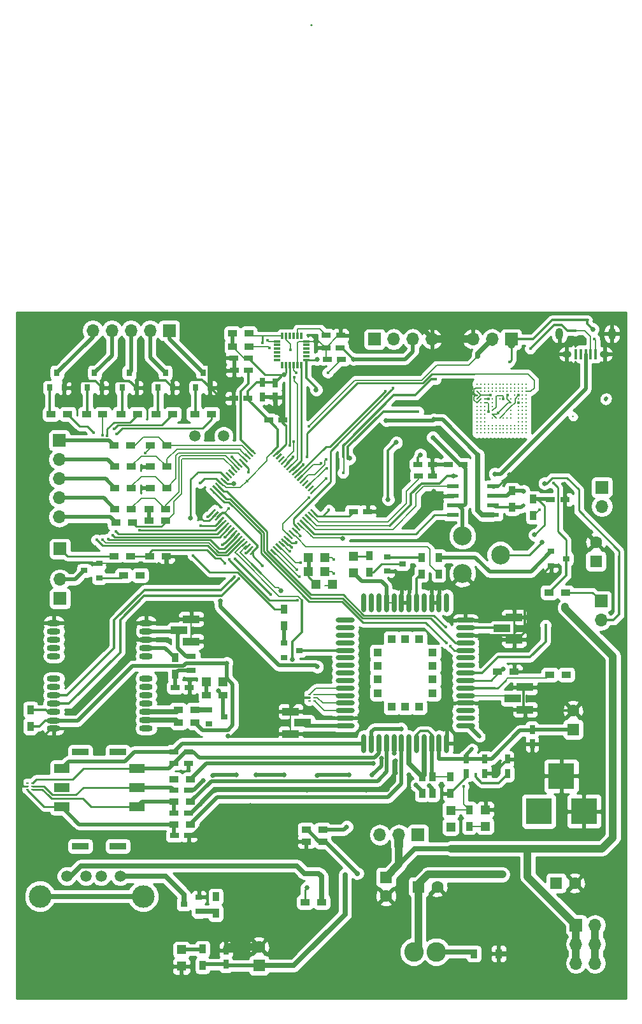
<source format=gbr>
G04 #@! TF.FileFunction,Copper,L1,Top,Signal*
%FSLAX46Y46*%
G04 Gerber Fmt 4.6, Leading zero omitted, Abs format (unit mm)*
G04 Created by KiCad (PCBNEW 4.0.7) date 05/28/18 17:48:26*
%MOMM*%
%LPD*%
G01*
G04 APERTURE LIST*
%ADD10C,0.100000*%
%ADD11R,0.900000X0.800000*%
%ADD12R,1.200000X0.750000*%
%ADD13O,2.500000X0.700000*%
%ADD14O,0.700000X2.500000*%
%ADD15R,1.100000X1.100000*%
%ADD16R,2.000000X1.200000*%
%ADD17R,2.200000X0.900000*%
%ADD18R,1.200000X1.200000*%
%ADD19R,3.500000X3.500000*%
%ADD20R,1.600000X1.600000*%
%ADD21C,1.600000*%
%ADD22R,0.850000X0.300000*%
%ADD23R,0.300000X0.850000*%
%ADD24R,1.700000X1.700000*%
%ADD25O,1.700000X1.700000*%
%ADD26R,0.750000X1.200000*%
%ADD27R,0.900000X1.200000*%
%ADD28C,2.600000*%
%ADD29R,0.400000X1.350000*%
%ADD30O,1.250000X0.950000*%
%ADD31O,1.000000X1.550000*%
%ADD32R,1.200000X0.900000*%
%ADD33R,1.550000X0.600000*%
%ADD34C,1.500000*%
%ADD35C,3.000000*%
%ADD36R,0.800000X0.900000*%
%ADD37C,2.500000*%
%ADD38R,1.300000X0.700000*%
%ADD39O,1.800000X0.800000*%
%ADD40R,2.225000X1.050000*%
%ADD41R,0.420000X0.220000*%
%ADD42C,0.325000*%
%ADD43C,0.650000*%
%ADD44C,0.450000*%
%ADD45C,0.250000*%
%ADD46C,0.200000*%
%ADD47C,0.500000*%
%ADD48C,0.300000*%
%ADD49C,0.150000*%
%ADD50C,1.000000*%
%ADD51C,0.700000*%
%ADD52C,1.200000*%
%ADD53C,0.254000*%
G04 APERTURE END LIST*
D10*
D11*
X161200000Y-93550000D03*
X161200000Y-95450000D03*
X163200000Y-94500000D03*
D12*
X133010000Y-110910000D03*
X134910000Y-110910000D03*
D10*
G36*
X142879200Y-79252676D02*
X143055977Y-79075899D01*
X143763084Y-79783006D01*
X143586307Y-79959783D01*
X142879200Y-79252676D01*
X142879200Y-79252676D01*
G37*
G36*
X142525646Y-79606229D02*
X142702423Y-79429452D01*
X143409530Y-80136559D01*
X143232753Y-80313336D01*
X142525646Y-79606229D01*
X142525646Y-79606229D01*
G37*
G36*
X142172093Y-79959783D02*
X142348870Y-79783006D01*
X143055977Y-80490113D01*
X142879200Y-80666890D01*
X142172093Y-79959783D01*
X142172093Y-79959783D01*
G37*
G36*
X141818540Y-80313336D02*
X141995317Y-80136559D01*
X142702424Y-80843666D01*
X142525647Y-81020443D01*
X141818540Y-80313336D01*
X141818540Y-80313336D01*
G37*
G36*
X141464986Y-80666889D02*
X141641763Y-80490112D01*
X142348870Y-81197219D01*
X142172093Y-81373996D01*
X141464986Y-80666889D01*
X141464986Y-80666889D01*
G37*
G36*
X141111433Y-81020443D02*
X141288210Y-80843666D01*
X141995317Y-81550773D01*
X141818540Y-81727550D01*
X141111433Y-81020443D01*
X141111433Y-81020443D01*
G37*
G36*
X140757879Y-81373996D02*
X140934656Y-81197219D01*
X141641763Y-81904326D01*
X141464986Y-82081103D01*
X140757879Y-81373996D01*
X140757879Y-81373996D01*
G37*
G36*
X140404326Y-81727550D02*
X140581103Y-81550773D01*
X141288210Y-82257880D01*
X141111433Y-82434657D01*
X140404326Y-81727550D01*
X140404326Y-81727550D01*
G37*
G36*
X140050773Y-82081103D02*
X140227550Y-81904326D01*
X140934657Y-82611433D01*
X140757880Y-82788210D01*
X140050773Y-82081103D01*
X140050773Y-82081103D01*
G37*
G36*
X139697219Y-82434656D02*
X139873996Y-82257879D01*
X140581103Y-82964986D01*
X140404326Y-83141763D01*
X139697219Y-82434656D01*
X139697219Y-82434656D01*
G37*
G36*
X139343666Y-82788210D02*
X139520443Y-82611433D01*
X140227550Y-83318540D01*
X140050773Y-83495317D01*
X139343666Y-82788210D01*
X139343666Y-82788210D01*
G37*
G36*
X138990112Y-83141763D02*
X139166889Y-82964986D01*
X139873996Y-83672093D01*
X139697219Y-83848870D01*
X138990112Y-83141763D01*
X138990112Y-83141763D01*
G37*
G36*
X138636559Y-83495317D02*
X138813336Y-83318540D01*
X139520443Y-84025647D01*
X139343666Y-84202424D01*
X138636559Y-83495317D01*
X138636559Y-83495317D01*
G37*
G36*
X138283006Y-83848870D02*
X138459783Y-83672093D01*
X139166890Y-84379200D01*
X138990113Y-84555977D01*
X138283006Y-83848870D01*
X138283006Y-83848870D01*
G37*
G36*
X137929452Y-84202423D02*
X138106229Y-84025646D01*
X138813336Y-84732753D01*
X138636559Y-84909530D01*
X137929452Y-84202423D01*
X137929452Y-84202423D01*
G37*
G36*
X137575899Y-84555977D02*
X137752676Y-84379200D01*
X138459783Y-85086307D01*
X138283006Y-85263084D01*
X137575899Y-84555977D01*
X137575899Y-84555977D01*
G37*
G36*
X137752676Y-88020800D02*
X137575899Y-87844023D01*
X138283006Y-87136916D01*
X138459783Y-87313693D01*
X137752676Y-88020800D01*
X137752676Y-88020800D01*
G37*
G36*
X138106229Y-88374354D02*
X137929452Y-88197577D01*
X138636559Y-87490470D01*
X138813336Y-87667247D01*
X138106229Y-88374354D01*
X138106229Y-88374354D01*
G37*
G36*
X138459783Y-88727907D02*
X138283006Y-88551130D01*
X138990113Y-87844023D01*
X139166890Y-88020800D01*
X138459783Y-88727907D01*
X138459783Y-88727907D01*
G37*
G36*
X138813336Y-89081460D02*
X138636559Y-88904683D01*
X139343666Y-88197576D01*
X139520443Y-88374353D01*
X138813336Y-89081460D01*
X138813336Y-89081460D01*
G37*
G36*
X139166889Y-89435014D02*
X138990112Y-89258237D01*
X139697219Y-88551130D01*
X139873996Y-88727907D01*
X139166889Y-89435014D01*
X139166889Y-89435014D01*
G37*
G36*
X139520443Y-89788567D02*
X139343666Y-89611790D01*
X140050773Y-88904683D01*
X140227550Y-89081460D01*
X139520443Y-89788567D01*
X139520443Y-89788567D01*
G37*
G36*
X139873996Y-90142121D02*
X139697219Y-89965344D01*
X140404326Y-89258237D01*
X140581103Y-89435014D01*
X139873996Y-90142121D01*
X139873996Y-90142121D01*
G37*
G36*
X140227550Y-90495674D02*
X140050773Y-90318897D01*
X140757880Y-89611790D01*
X140934657Y-89788567D01*
X140227550Y-90495674D01*
X140227550Y-90495674D01*
G37*
G36*
X140581103Y-90849227D02*
X140404326Y-90672450D01*
X141111433Y-89965343D01*
X141288210Y-90142120D01*
X140581103Y-90849227D01*
X140581103Y-90849227D01*
G37*
G36*
X140934656Y-91202781D02*
X140757879Y-91026004D01*
X141464986Y-90318897D01*
X141641763Y-90495674D01*
X140934656Y-91202781D01*
X140934656Y-91202781D01*
G37*
G36*
X141288210Y-91556334D02*
X141111433Y-91379557D01*
X141818540Y-90672450D01*
X141995317Y-90849227D01*
X141288210Y-91556334D01*
X141288210Y-91556334D01*
G37*
G36*
X141641763Y-91909888D02*
X141464986Y-91733111D01*
X142172093Y-91026004D01*
X142348870Y-91202781D01*
X141641763Y-91909888D01*
X141641763Y-91909888D01*
G37*
G36*
X141995317Y-92263441D02*
X141818540Y-92086664D01*
X142525647Y-91379557D01*
X142702424Y-91556334D01*
X141995317Y-92263441D01*
X141995317Y-92263441D01*
G37*
G36*
X142348870Y-92616994D02*
X142172093Y-92440217D01*
X142879200Y-91733110D01*
X143055977Y-91909887D01*
X142348870Y-92616994D01*
X142348870Y-92616994D01*
G37*
G36*
X142702423Y-92970548D02*
X142525646Y-92793771D01*
X143232753Y-92086664D01*
X143409530Y-92263441D01*
X142702423Y-92970548D01*
X142702423Y-92970548D01*
G37*
G36*
X143055977Y-93324101D02*
X142879200Y-93147324D01*
X143586307Y-92440217D01*
X143763084Y-92616994D01*
X143055977Y-93324101D01*
X143055977Y-93324101D01*
G37*
G36*
X145636916Y-92616994D02*
X145813693Y-92440217D01*
X146520800Y-93147324D01*
X146344023Y-93324101D01*
X145636916Y-92616994D01*
X145636916Y-92616994D01*
G37*
G36*
X145990470Y-92263441D02*
X146167247Y-92086664D01*
X146874354Y-92793771D01*
X146697577Y-92970548D01*
X145990470Y-92263441D01*
X145990470Y-92263441D01*
G37*
G36*
X146344023Y-91909887D02*
X146520800Y-91733110D01*
X147227907Y-92440217D01*
X147051130Y-92616994D01*
X146344023Y-91909887D01*
X146344023Y-91909887D01*
G37*
G36*
X146697576Y-91556334D02*
X146874353Y-91379557D01*
X147581460Y-92086664D01*
X147404683Y-92263441D01*
X146697576Y-91556334D01*
X146697576Y-91556334D01*
G37*
G36*
X147051130Y-91202781D02*
X147227907Y-91026004D01*
X147935014Y-91733111D01*
X147758237Y-91909888D01*
X147051130Y-91202781D01*
X147051130Y-91202781D01*
G37*
G36*
X147404683Y-90849227D02*
X147581460Y-90672450D01*
X148288567Y-91379557D01*
X148111790Y-91556334D01*
X147404683Y-90849227D01*
X147404683Y-90849227D01*
G37*
G36*
X147758237Y-90495674D02*
X147935014Y-90318897D01*
X148642121Y-91026004D01*
X148465344Y-91202781D01*
X147758237Y-90495674D01*
X147758237Y-90495674D01*
G37*
G36*
X148111790Y-90142120D02*
X148288567Y-89965343D01*
X148995674Y-90672450D01*
X148818897Y-90849227D01*
X148111790Y-90142120D01*
X148111790Y-90142120D01*
G37*
G36*
X148465343Y-89788567D02*
X148642120Y-89611790D01*
X149349227Y-90318897D01*
X149172450Y-90495674D01*
X148465343Y-89788567D01*
X148465343Y-89788567D01*
G37*
G36*
X148818897Y-89435014D02*
X148995674Y-89258237D01*
X149702781Y-89965344D01*
X149526004Y-90142121D01*
X148818897Y-89435014D01*
X148818897Y-89435014D01*
G37*
G36*
X149172450Y-89081460D02*
X149349227Y-88904683D01*
X150056334Y-89611790D01*
X149879557Y-89788567D01*
X149172450Y-89081460D01*
X149172450Y-89081460D01*
G37*
G36*
X149526004Y-88727907D02*
X149702781Y-88551130D01*
X150409888Y-89258237D01*
X150233111Y-89435014D01*
X149526004Y-88727907D01*
X149526004Y-88727907D01*
G37*
G36*
X149879557Y-88374353D02*
X150056334Y-88197576D01*
X150763441Y-88904683D01*
X150586664Y-89081460D01*
X149879557Y-88374353D01*
X149879557Y-88374353D01*
G37*
G36*
X150233110Y-88020800D02*
X150409887Y-87844023D01*
X151116994Y-88551130D01*
X150940217Y-88727907D01*
X150233110Y-88020800D01*
X150233110Y-88020800D01*
G37*
G36*
X150586664Y-87667247D02*
X150763441Y-87490470D01*
X151470548Y-88197577D01*
X151293771Y-88374354D01*
X150586664Y-87667247D01*
X150586664Y-87667247D01*
G37*
G36*
X150940217Y-87313693D02*
X151116994Y-87136916D01*
X151824101Y-87844023D01*
X151647324Y-88020800D01*
X150940217Y-87313693D01*
X150940217Y-87313693D01*
G37*
G36*
X151116994Y-85263084D02*
X150940217Y-85086307D01*
X151647324Y-84379200D01*
X151824101Y-84555977D01*
X151116994Y-85263084D01*
X151116994Y-85263084D01*
G37*
G36*
X150763441Y-84909530D02*
X150586664Y-84732753D01*
X151293771Y-84025646D01*
X151470548Y-84202423D01*
X150763441Y-84909530D01*
X150763441Y-84909530D01*
G37*
G36*
X150409887Y-84555977D02*
X150233110Y-84379200D01*
X150940217Y-83672093D01*
X151116994Y-83848870D01*
X150409887Y-84555977D01*
X150409887Y-84555977D01*
G37*
G36*
X150056334Y-84202424D02*
X149879557Y-84025647D01*
X150586664Y-83318540D01*
X150763441Y-83495317D01*
X150056334Y-84202424D01*
X150056334Y-84202424D01*
G37*
G36*
X149702781Y-83848870D02*
X149526004Y-83672093D01*
X150233111Y-82964986D01*
X150409888Y-83141763D01*
X149702781Y-83848870D01*
X149702781Y-83848870D01*
G37*
G36*
X149349227Y-83495317D02*
X149172450Y-83318540D01*
X149879557Y-82611433D01*
X150056334Y-82788210D01*
X149349227Y-83495317D01*
X149349227Y-83495317D01*
G37*
G36*
X148995674Y-83141763D02*
X148818897Y-82964986D01*
X149526004Y-82257879D01*
X149702781Y-82434656D01*
X148995674Y-83141763D01*
X148995674Y-83141763D01*
G37*
G36*
X148642120Y-82788210D02*
X148465343Y-82611433D01*
X149172450Y-81904326D01*
X149349227Y-82081103D01*
X148642120Y-82788210D01*
X148642120Y-82788210D01*
G37*
G36*
X148288567Y-82434657D02*
X148111790Y-82257880D01*
X148818897Y-81550773D01*
X148995674Y-81727550D01*
X148288567Y-82434657D01*
X148288567Y-82434657D01*
G37*
G36*
X147935014Y-82081103D02*
X147758237Y-81904326D01*
X148465344Y-81197219D01*
X148642121Y-81373996D01*
X147935014Y-82081103D01*
X147935014Y-82081103D01*
G37*
G36*
X147581460Y-81727550D02*
X147404683Y-81550773D01*
X148111790Y-80843666D01*
X148288567Y-81020443D01*
X147581460Y-81727550D01*
X147581460Y-81727550D01*
G37*
G36*
X147227907Y-81373996D02*
X147051130Y-81197219D01*
X147758237Y-80490112D01*
X147935014Y-80666889D01*
X147227907Y-81373996D01*
X147227907Y-81373996D01*
G37*
G36*
X146874353Y-81020443D02*
X146697576Y-80843666D01*
X147404683Y-80136559D01*
X147581460Y-80313336D01*
X146874353Y-81020443D01*
X146874353Y-81020443D01*
G37*
G36*
X146520800Y-80666890D02*
X146344023Y-80490113D01*
X147051130Y-79783006D01*
X147227907Y-79959783D01*
X146520800Y-80666890D01*
X146520800Y-80666890D01*
G37*
G36*
X146167247Y-80313336D02*
X145990470Y-80136559D01*
X146697577Y-79429452D01*
X146874354Y-79606229D01*
X146167247Y-80313336D01*
X146167247Y-80313336D01*
G37*
G36*
X145813693Y-79959783D02*
X145636916Y-79783006D01*
X146344023Y-79075899D01*
X146520800Y-79252676D01*
X145813693Y-79959783D01*
X145813693Y-79959783D01*
G37*
D13*
X155600000Y-102000000D03*
X155600000Y-103000000D03*
X155600000Y-104000000D03*
X155600000Y-105000000D03*
X155600000Y-106000000D03*
X155600000Y-107000000D03*
X155600000Y-108000000D03*
X155600000Y-109000000D03*
X155600000Y-110000000D03*
X155600000Y-111000000D03*
X155600000Y-112000000D03*
X155600000Y-113000000D03*
X155600000Y-114000000D03*
X155600000Y-115000000D03*
X155600000Y-116000000D03*
D14*
X158100000Y-118350000D03*
X159100000Y-118350000D03*
X160100000Y-118350000D03*
X161100000Y-118350000D03*
X162100000Y-118350000D03*
X163100000Y-118350000D03*
X164100000Y-118350000D03*
X165100000Y-118350000D03*
X166100000Y-118350000D03*
X167100000Y-118350000D03*
X168100000Y-118350000D03*
X169100000Y-118350000D03*
D13*
X171600000Y-116000000D03*
X171600000Y-115000000D03*
X171600000Y-114000000D03*
X171600000Y-113000000D03*
X171600000Y-112000000D03*
X171600000Y-111000000D03*
X171600000Y-110000000D03*
X171600000Y-109000000D03*
X171600000Y-108000000D03*
X171600000Y-107000000D03*
X171600000Y-106000000D03*
X171600000Y-105000000D03*
X171600000Y-104000000D03*
X171600000Y-103000000D03*
X171600000Y-102000000D03*
D14*
X169100000Y-99650000D03*
X168100000Y-99650000D03*
X167100000Y-99650000D03*
X166100000Y-99650000D03*
X165100000Y-99650000D03*
X164100000Y-99650000D03*
X163100000Y-99650000D03*
X162100000Y-99650000D03*
X161100000Y-99640000D03*
X160100000Y-99650000D03*
X159100000Y-99650000D03*
X158100000Y-99650000D03*
D15*
X163600000Y-104500000D03*
X161800000Y-104500000D03*
X165400000Y-104500000D03*
X159950000Y-108060000D03*
X159950000Y-106260000D03*
X159950000Y-109860000D03*
X159950000Y-111660000D03*
X163600000Y-113500000D03*
X167250000Y-106260000D03*
X167250000Y-108060000D03*
X167250000Y-109860000D03*
X167250000Y-111660000D03*
X165400000Y-113500000D03*
X161800000Y-113500000D03*
D16*
X117900000Y-121700000D03*
X117900000Y-124240000D03*
X117900000Y-126780000D03*
X127900000Y-126780000D03*
X127900000Y-124240000D03*
X127900000Y-121700000D03*
D17*
X120400000Y-119510000D03*
X125400000Y-119510000D03*
X120400000Y-132010000D03*
X125400000Y-132010000D03*
D18*
X133851000Y-145772000D03*
X133851000Y-147972000D03*
X174244000Y-129370000D03*
X174244000Y-127170000D03*
X156718000Y-95715000D03*
X156718000Y-93515000D03*
D19*
X181356000Y-127381000D03*
X187356000Y-127381000D03*
X184356000Y-122681000D03*
D18*
X152928500Y-93662500D03*
X150728500Y-93662500D03*
X153960000Y-97260000D03*
X151760000Y-97260000D03*
X152928500Y-95504000D03*
X150728500Y-95504000D03*
X169640000Y-127260000D03*
X169640000Y-129460000D03*
D11*
X147500000Y-105050000D03*
X147500000Y-106950000D03*
X149500000Y-106000000D03*
D20*
X144151000Y-147872000D03*
D21*
X144151000Y-145372000D03*
D20*
X161036000Y-136144000D03*
D21*
X161036000Y-138644000D03*
D22*
X146570800Y-64928000D03*
X146570800Y-65428000D03*
X146570800Y-65928000D03*
X146570800Y-66428000D03*
X146570800Y-66928000D03*
X146570800Y-67428000D03*
D23*
X147270800Y-68128000D03*
X147770800Y-68128000D03*
X148270800Y-68128000D03*
X148770800Y-68128000D03*
X149270800Y-68128000D03*
X149770800Y-68128000D03*
D22*
X150470800Y-67428000D03*
X150470800Y-66928000D03*
X150470800Y-66428000D03*
X150470800Y-65928000D03*
X150470800Y-65428000D03*
X150470800Y-64928000D03*
D23*
X149770800Y-64228000D03*
X149270800Y-64228000D03*
X148770800Y-64228000D03*
X148270800Y-64228000D03*
X147770800Y-64228000D03*
X147270800Y-64228000D03*
D20*
X185900000Y-116500000D03*
D21*
X185900000Y-114000000D03*
D24*
X159519000Y-64654000D03*
D25*
X162059000Y-64654000D03*
X164599000Y-64654000D03*
X167139000Y-64654000D03*
D24*
X189738000Y-84328000D03*
D25*
X189738000Y-86868000D03*
D24*
X177680000Y-64654000D03*
D25*
X175140000Y-64654000D03*
X172600000Y-64654000D03*
D26*
X144650000Y-70420000D03*
X144650000Y-72320000D03*
X146320000Y-70430000D03*
X146320000Y-72330000D03*
D12*
X156700000Y-87550000D03*
X158600000Y-87550000D03*
X145440000Y-75410000D03*
X147340000Y-75410000D03*
X153050000Y-65800000D03*
X154950000Y-65800000D03*
X155135000Y-67295600D03*
X153235000Y-67295600D03*
X142708000Y-67156000D03*
X140808000Y-67156000D03*
X155008000Y-64146000D03*
X153108000Y-64146000D03*
X165330400Y-82797600D03*
X167230400Y-82797600D03*
X132900000Y-130600000D03*
X134800000Y-130600000D03*
X132850000Y-127600000D03*
X134750000Y-127600000D03*
D26*
X171700000Y-120450000D03*
X171700000Y-122350000D03*
D20*
X183642000Y-136906000D03*
D21*
X186142000Y-136906000D03*
D12*
X132850000Y-124600000D03*
X134750000Y-124600000D03*
D20*
X165354000Y-137414000D03*
D21*
X167854000Y-137414000D03*
D12*
X132850000Y-121000000D03*
X134750000Y-121000000D03*
X182890000Y-85970000D03*
X184790000Y-85970000D03*
D26*
X139751000Y-147722000D03*
X139751000Y-145822000D03*
D12*
X134750000Y-119450000D03*
X132850000Y-119450000D03*
D26*
X177165000Y-122362000D03*
X177165000Y-120462000D03*
X180467000Y-116525000D03*
X180467000Y-118425000D03*
D12*
X171250000Y-81300000D03*
X169350000Y-81300000D03*
D26*
X174200000Y-120450000D03*
X174200000Y-122350000D03*
D12*
X142750000Y-68800000D03*
X140850000Y-68800000D03*
D27*
X172721000Y-146304000D03*
X176021000Y-146304000D03*
D24*
X165300000Y-130500000D03*
D25*
X162760000Y-130500000D03*
X160220000Y-130500000D03*
D28*
X164719000Y-146050000D03*
X167719000Y-146050000D03*
D29*
X188879000Y-66628000D03*
X188229000Y-66628000D03*
X187579000Y-66628000D03*
X186929000Y-66628000D03*
X186279000Y-66628000D03*
D30*
X190079000Y-66628000D03*
X185079000Y-66628000D03*
D31*
X191079000Y-63928000D03*
X184079000Y-63928000D03*
D32*
X140600000Y-63900000D03*
X142800000Y-63900000D03*
X140658000Y-65632000D03*
X142858000Y-65632000D03*
X135050000Y-123150000D03*
X132850000Y-123150000D03*
X135050000Y-126100000D03*
X132850000Y-126100000D03*
X135050000Y-129100000D03*
X132850000Y-129100000D03*
D27*
X158810000Y-93390000D03*
X158810000Y-95590000D03*
X138410000Y-138740000D03*
X138410000Y-140940000D03*
X168021000Y-95842000D03*
X168021000Y-93642000D03*
X167200000Y-125000000D03*
X167200000Y-122800000D03*
X169600000Y-122800000D03*
X169600000Y-125000000D03*
D32*
X152620000Y-129840000D03*
X150420000Y-129840000D03*
X152630000Y-131390000D03*
X150430000Y-131390000D03*
D27*
X136651000Y-147872000D03*
X136651000Y-145672000D03*
X165850000Y-125000000D03*
X165850000Y-122800000D03*
D32*
X178074500Y-108839000D03*
X175874500Y-108839000D03*
D27*
X172085000Y-127170000D03*
X172085000Y-129370000D03*
X177800000Y-87000000D03*
X177800000Y-84800000D03*
D32*
X152484000Y-139446000D03*
X150284000Y-139446000D03*
X184996000Y-109220000D03*
X182796000Y-109220000D03*
D27*
X147500000Y-100500000D03*
X147500000Y-102700000D03*
X165735000Y-95842000D03*
X165735000Y-93642000D03*
D33*
X169900000Y-84195000D03*
X169900000Y-85465000D03*
X169900000Y-86735000D03*
X169900000Y-88005000D03*
X175300000Y-88005000D03*
X175300000Y-86735000D03*
X175300000Y-85465000D03*
X175300000Y-84195000D03*
D34*
X135636000Y-77533500D03*
X139436000Y-77533500D03*
D12*
X142682000Y-72517000D03*
X140782000Y-72517000D03*
X167179600Y-81273600D03*
X165279600Y-81273600D03*
D18*
X139360000Y-110200000D03*
X137160000Y-110200000D03*
D24*
X117700000Y-99100000D03*
D25*
X117700000Y-96560000D03*
D34*
X125710000Y-136000000D03*
X123170000Y-136000000D03*
X121140000Y-136000000D03*
X118600000Y-136000000D03*
D35*
X128760000Y-138670000D03*
X115040000Y-138670000D03*
D24*
X117600000Y-78100000D03*
D25*
X117600000Y-80640000D03*
X117600000Y-83180000D03*
X117600000Y-85720000D03*
X117600000Y-88260000D03*
D24*
X189611000Y-99441000D03*
D25*
X189611000Y-101981000D03*
D24*
X117700000Y-92500000D03*
D11*
X137540000Y-113860000D03*
X137540000Y-115760000D03*
X139540000Y-114810000D03*
D36*
X135750000Y-71100000D03*
X137650000Y-71100000D03*
X136700000Y-69100000D03*
D11*
X122900000Y-96350000D03*
X122900000Y-94450000D03*
X120900000Y-95400000D03*
D36*
X130750000Y-71100000D03*
X132650000Y-71100000D03*
X131700000Y-69100000D03*
X125950000Y-71100000D03*
X127850000Y-71100000D03*
X126900000Y-69100000D03*
X121350000Y-71100000D03*
X123250000Y-71100000D03*
X122300000Y-69100000D03*
D11*
X136177000Y-140682000D03*
X136177000Y-138782000D03*
X134177000Y-139732000D03*
X183000000Y-92850000D03*
X183000000Y-94750000D03*
X185000000Y-93800000D03*
D32*
X139380000Y-111960000D03*
X137180000Y-111960000D03*
X135620000Y-113890000D03*
X133420000Y-113890000D03*
X137800000Y-74600000D03*
X135600000Y-74600000D03*
X128354000Y-96012000D03*
X126154000Y-96012000D03*
X132700000Y-74600000D03*
X130500000Y-74600000D03*
X128000000Y-74600000D03*
X125800000Y-74600000D03*
X124900000Y-78800000D03*
X127100000Y-78800000D03*
X131900000Y-78800000D03*
X129700000Y-78800000D03*
X125000000Y-81600000D03*
X127200000Y-81600000D03*
X131900000Y-81600000D03*
X129700000Y-81600000D03*
X123400000Y-74600000D03*
X121200000Y-74600000D03*
X125000000Y-84400000D03*
X127200000Y-84400000D03*
X131900000Y-84400000D03*
X129700000Y-84400000D03*
X125000000Y-87200000D03*
X127200000Y-87200000D03*
X131700000Y-87200000D03*
X129500000Y-87200000D03*
X125138000Y-89027000D03*
X127338000Y-89027000D03*
X131710000Y-88730000D03*
X129510000Y-88730000D03*
X182700000Y-98300000D03*
X184900000Y-98300000D03*
X124884000Y-93472000D03*
X127084000Y-93472000D03*
X129659200Y-93472000D03*
X131859200Y-93472000D03*
D27*
X180600000Y-85900000D03*
X180600000Y-88100000D03*
D24*
X186300000Y-142500000D03*
D25*
X188840000Y-142500000D03*
X186300000Y-145040000D03*
X188840000Y-145040000D03*
X186300000Y-147580000D03*
X188840000Y-147580000D03*
D36*
X116350000Y-71100000D03*
X118250000Y-71100000D03*
X117300000Y-69100000D03*
D32*
X135650000Y-115580000D03*
X133450000Y-115580000D03*
D27*
X132990000Y-109160000D03*
X132990000Y-106960000D03*
X113770000Y-113890000D03*
X113770000Y-116090000D03*
D32*
X118700000Y-74600000D03*
X116500000Y-74600000D03*
D37*
X176236000Y-93305000D03*
X171196000Y-95805000D03*
X171196000Y-90805000D03*
D38*
X135150000Y-108690000D03*
X135150000Y-106790000D03*
D39*
X129128000Y-116356000D03*
X129128000Y-115256000D03*
X129128000Y-114156000D03*
X129128000Y-113056000D03*
X129128000Y-111956000D03*
X129128000Y-110856000D03*
X129128000Y-109756000D03*
X129128000Y-106756000D03*
X129128000Y-105656000D03*
X129128000Y-104556000D03*
X129128000Y-103456000D03*
X129128000Y-102356000D03*
X116878000Y-102356000D03*
X116878000Y-103456000D03*
X116878000Y-104556000D03*
X116878000Y-105656000D03*
X116878000Y-106756000D03*
X116878000Y-109756000D03*
X116878000Y-110856000D03*
X116878000Y-111956000D03*
X116878000Y-113056000D03*
X116878000Y-114156000D03*
X116878000Y-115356000D03*
X116878000Y-116356000D03*
D40*
X135128000Y-104829000D03*
X135128000Y-101854000D03*
X133528000Y-103341500D03*
X178054000Y-104575000D03*
X178054000Y-101600000D03*
X176454000Y-103087500D03*
X179510000Y-113865000D03*
X179510000Y-110890000D03*
X177910000Y-112377500D03*
X148350000Y-114125000D03*
X148350000Y-117100000D03*
X149950000Y-115612500D03*
D41*
X150876000Y-111887000D03*
X150876000Y-112287000D03*
X150876000Y-112687000D03*
X151526000Y-111887000D03*
X151526000Y-112287000D03*
X151526000Y-112687000D03*
X113400000Y-123650000D03*
X113400000Y-124050000D03*
X113400000Y-124450000D03*
X114050000Y-123650000D03*
X114050000Y-124050000D03*
X114050000Y-124450000D03*
D24*
X132207000Y-63500000D03*
D25*
X129667000Y-63500000D03*
X127127000Y-63500000D03*
X124587000Y-63500000D03*
X122047000Y-63500000D03*
D42*
X179650000Y-71605000D03*
X179650000Y-72105000D03*
X179650000Y-72605000D03*
X179650000Y-73105000D03*
X179650000Y-73605000D03*
X179650000Y-74105000D03*
X179150000Y-72605000D03*
X179650000Y-75605000D03*
X179650000Y-76105000D03*
X179650000Y-76605000D03*
X179650000Y-77105000D03*
X179150000Y-70605000D03*
X179150000Y-71105000D03*
X179150000Y-71605000D03*
X179150000Y-72105000D03*
X179650000Y-74605000D03*
X179150000Y-73105000D03*
X179150000Y-73605000D03*
X179150000Y-74105000D03*
X179150000Y-74605000D03*
X179150000Y-75105000D03*
X179150000Y-75605000D03*
X179150000Y-76105000D03*
X179150000Y-76605000D03*
X179150000Y-77105000D03*
X178650000Y-77105000D03*
X178650000Y-76605000D03*
X178650000Y-76105000D03*
X178650000Y-75605000D03*
X178650000Y-75105000D03*
X178650000Y-74605000D03*
X178650000Y-74105000D03*
X178650000Y-73605000D03*
X178650000Y-73105000D03*
X178650000Y-72605000D03*
X178650000Y-72105000D03*
X178650000Y-71605000D03*
X178650000Y-71105000D03*
X178650000Y-70605000D03*
X178150000Y-70605000D03*
X178150000Y-71105000D03*
X178150000Y-71605000D03*
X178150000Y-72105000D03*
X179650000Y-71105000D03*
X176650000Y-71605000D03*
X174150000Y-72105000D03*
X174150000Y-72605000D03*
X174150000Y-73105000D03*
X173650000Y-72605000D03*
X173650000Y-72105000D03*
X173650000Y-71105000D03*
X173150000Y-71605000D03*
X173150000Y-72105000D03*
X173150000Y-72605000D03*
X173150000Y-73105000D03*
X173150000Y-73605000D03*
X173150000Y-75105000D03*
X177650000Y-72605000D03*
X177150000Y-72605000D03*
X176650000Y-72605000D03*
X176150000Y-72605000D03*
X175650000Y-72605000D03*
X175150000Y-72605000D03*
X175150000Y-73105000D03*
X175150000Y-73605000D03*
X175150000Y-74605000D03*
X175150000Y-75105000D03*
X175150000Y-74105000D03*
X175650000Y-75105000D03*
X176150000Y-75105000D03*
X176650000Y-75105000D03*
X177150000Y-75105000D03*
X177650000Y-75105000D03*
X177650000Y-74605000D03*
X177650000Y-74105000D03*
X177650000Y-73605000D03*
X177650000Y-73105000D03*
X179650000Y-75105000D03*
X177650000Y-70605000D03*
X177650000Y-71105000D03*
X177650000Y-71605000D03*
X177150000Y-70605000D03*
X177150000Y-71105000D03*
X177150000Y-71605000D03*
X176650000Y-70605000D03*
X176650000Y-71105000D03*
X176150000Y-70605000D03*
X176150000Y-71105000D03*
X176150000Y-71605000D03*
X175650000Y-70605000D03*
X175650000Y-71105000D03*
X175650000Y-71605000D03*
X175150000Y-70605000D03*
X175150000Y-71105000D03*
X175150000Y-71605000D03*
X174650000Y-70605000D03*
X174650000Y-71105000D03*
X174650000Y-71605000D03*
X174150000Y-70605000D03*
X174150000Y-71105000D03*
X174150000Y-71605000D03*
X173650000Y-70605000D03*
X173650000Y-71605000D03*
X173150000Y-70605000D03*
X173650000Y-73105000D03*
X173650000Y-73605000D03*
X174150000Y-73605000D03*
X174150000Y-74105000D03*
X173650000Y-74105000D03*
X173150000Y-74105000D03*
X173150000Y-74605000D03*
X173650000Y-74605000D03*
X174150000Y-74605000D03*
X174150000Y-75105000D03*
X173650000Y-75105000D03*
X173150000Y-75605000D03*
X173650000Y-75605000D03*
X174150000Y-75605000D03*
X174150000Y-76105000D03*
X173650000Y-76105000D03*
X173150000Y-76105000D03*
X173150000Y-76605000D03*
X173650000Y-76605000D03*
X174150000Y-76605000D03*
X174150000Y-77105000D03*
X173150000Y-77105000D03*
X173650000Y-77105000D03*
X174650000Y-77105000D03*
X175150000Y-77105000D03*
X175650000Y-77105000D03*
X176150000Y-77105000D03*
X176650000Y-77105000D03*
X177150000Y-77105000D03*
X177650000Y-77105000D03*
X178150000Y-77105000D03*
X178150000Y-76605000D03*
X177650000Y-76605000D03*
X177150000Y-76605000D03*
X176650000Y-76605000D03*
X176150000Y-76605000D03*
X175650000Y-76605000D03*
X175150000Y-76605000D03*
X174650000Y-76605000D03*
X174650000Y-76105000D03*
X175150000Y-76105000D03*
X175650000Y-76105000D03*
X176150000Y-76105000D03*
X176650000Y-76105000D03*
X177150000Y-76105000D03*
X177650000Y-76105000D03*
X178150000Y-76105000D03*
X179650000Y-70605000D03*
D20*
X188940000Y-94160000D03*
D21*
X188940000Y-91660000D03*
D43*
X140030000Y-117360000D03*
X188510000Y-63320000D03*
X147500000Y-69400000D03*
X151750000Y-71380000D03*
X161061000Y-75438000D03*
X139860000Y-107700000D03*
D44*
X153450000Y-87350000D03*
X177200000Y-72100000D03*
X175900000Y-74450000D03*
X140144500Y-87185500D03*
X136347200Y-83718400D03*
X177419000Y-67691000D03*
D43*
X167386000Y-75311000D03*
D44*
X142557500Y-83502500D03*
D43*
X165608000Y-80010000D03*
D44*
X173228000Y-80010000D03*
D43*
X156718000Y-67310000D03*
X151892000Y-67310000D03*
D44*
X144627600Y-94742000D03*
D43*
X144650000Y-72320000D03*
X184720000Y-83920000D03*
X129500000Y-87200000D03*
X136300000Y-88300000D03*
X140780000Y-83840000D03*
X172330000Y-71640000D03*
X177430000Y-82700000D03*
X167405000Y-90535000D03*
X165240000Y-88370000D03*
X133990000Y-96170000D03*
X136280000Y-129650000D03*
X138030000Y-128000000D03*
X139440000Y-126700000D03*
X143030000Y-126610000D03*
X146200000Y-126670000D03*
X149530000Y-126650000D03*
X152860000Y-126680000D03*
X157720000Y-126650000D03*
X161660000Y-126710000D03*
X164090000Y-124220000D03*
X164120000Y-122570000D03*
X136690000Y-126070000D03*
X138150000Y-124660000D03*
X140920000Y-124500000D03*
X143720000Y-124500000D03*
X146940000Y-124500000D03*
X150540000Y-124530000D03*
X154610000Y-124520000D03*
X158370000Y-124540000D03*
X161180000Y-124520000D03*
X162300000Y-122270000D03*
X162320000Y-120700000D03*
X160420000Y-120310000D03*
X159190000Y-122570000D03*
X156090000Y-122540000D03*
X151930000Y-122580000D03*
X147520000Y-122570000D03*
X143770000Y-122560000D03*
X141110000Y-122530000D03*
X137970000Y-122590000D03*
X136750000Y-123340000D03*
D44*
X176650000Y-72605000D03*
X178650000Y-72105000D03*
X188468000Y-72517000D03*
X153800000Y-144775000D03*
D43*
X178943000Y-146812000D03*
D44*
X129032000Y-79756000D03*
X129794000Y-81534000D03*
X129540000Y-84328000D03*
X138684000Y-67310000D03*
X145288000Y-64770000D03*
D43*
X167386000Y-82804000D03*
X167386000Y-84836000D03*
D44*
X149100000Y-69100000D03*
X153300000Y-69100000D03*
D43*
X155810000Y-129440000D03*
D44*
X162052000Y-99949000D03*
X155600000Y-135800000D03*
X172974000Y-122428000D03*
X142748000Y-82296000D03*
X136398000Y-89408000D03*
D43*
X159360000Y-121050000D03*
X162150000Y-119650000D03*
X157200000Y-135625000D03*
D44*
X140208000Y-93878400D03*
X185039000Y-109220000D03*
X149225000Y-99314000D03*
X137363200Y-88239600D03*
X149707600Y-94361000D03*
X150000000Y-81300000D03*
X148209000Y-78740000D03*
X172500000Y-119100000D03*
X171323000Y-124079000D03*
X170180000Y-120523000D03*
D43*
X176600000Y-108500000D03*
D44*
X169037000Y-105029000D03*
X173482000Y-117475000D03*
D43*
X180795000Y-90650000D03*
X152100000Y-135625000D03*
X184850000Y-100200000D03*
X167259000Y-77724000D03*
X135070000Y-88410000D03*
D44*
X135382000Y-93370400D03*
X148844000Y-69723000D03*
X145542000Y-65786000D03*
X148336000Y-66040000D03*
X148700000Y-80300000D03*
X144600000Y-65100000D03*
X142367000Y-93091000D03*
X140525500Y-80327500D03*
D43*
X169670000Y-129430000D03*
X155320000Y-91110000D03*
X161330000Y-85940000D03*
X162400000Y-78360000D03*
D44*
X159519000Y-64654000D03*
X162001200Y-71120000D03*
D43*
X150495000Y-137541000D03*
D44*
X149161500Y-95250000D03*
X149479000Y-96202500D03*
X154114500Y-93916500D03*
X154051000Y-97345500D03*
X154051000Y-95758000D03*
D43*
X139000000Y-99450000D03*
X151900000Y-108175000D03*
D44*
X139242800Y-91998800D03*
D43*
X163050000Y-116400000D03*
D44*
X150749000Y-85725000D03*
X150520400Y-80264000D03*
X153035000Y-80645000D03*
X174650000Y-74250000D03*
D43*
X156180000Y-80480000D03*
D44*
X165300000Y-74250000D03*
X174650000Y-72600000D03*
X152400000Y-81153000D03*
D43*
X179324000Y-84836000D03*
D44*
X179300000Y-86700000D03*
X178650000Y-73105000D03*
X174950000Y-72100000D03*
X150812500Y-76200000D03*
X148780500Y-78232000D03*
X173250000Y-66950000D03*
X160934400Y-71526400D03*
X188722000Y-64643000D03*
X167640000Y-69977000D03*
X180213000Y-65913000D03*
X153035000Y-83185000D03*
X155321000Y-82423000D03*
X186182000Y-63500000D03*
D43*
X170050000Y-82804000D03*
X175500000Y-82560000D03*
D44*
X187579000Y-66421000D03*
D43*
X148625000Y-107175000D03*
X166800000Y-123975000D03*
X165050000Y-123900000D03*
X147066000Y-98044000D03*
D44*
X169545000Y-105410000D03*
X168973500Y-102933500D03*
X182245000Y-102616000D03*
X140970000Y-93853000D03*
X139573000Y-90932000D03*
X145669000Y-98552000D03*
D43*
X182118000Y-83820000D03*
X138768000Y-111340000D03*
D44*
X148209000Y-92837000D03*
X183335000Y-83800000D03*
X125222000Y-77216000D03*
X125095000Y-90170000D03*
X128397000Y-96012000D03*
X128270000Y-90043000D03*
X124841000Y-76581000D03*
X124714000Y-90678000D03*
X123952000Y-77470000D03*
X124079000Y-91186000D03*
X123400000Y-77400000D03*
X123400000Y-91300000D03*
X149606000Y-90805000D03*
X139649200Y-94386400D03*
X148488400Y-92303600D03*
X141478000Y-96418400D03*
X140919200Y-96164400D03*
X149098000Y-91643200D03*
X181450000Y-87350000D03*
X153162000Y-81788000D03*
X122555000Y-91313000D03*
X122174000Y-77089000D03*
D43*
X181750000Y-91620000D03*
D44*
X176530000Y-135763000D03*
D45*
X151033480Y-22896320D02*
X151108920Y-22896320D01*
D46*
X185843000Y-74845000D02*
X185928000Y-74930000D01*
D47*
X190314000Y-72528000D02*
X190246000Y-72596000D01*
X190246000Y-72596000D02*
X190246000Y-72644000D01*
D48*
X187790000Y-62103000D02*
X187790000Y-62600000D01*
X187790000Y-62600000D02*
X188510000Y-63320000D01*
D47*
X151750000Y-71380000D02*
X151740000Y-71380000D01*
D48*
X147500000Y-69400000D02*
X147350000Y-69400000D01*
X147350000Y-69400000D02*
X146320000Y-70430000D01*
X144650000Y-70420000D02*
X146310000Y-70420000D01*
X146310000Y-70420000D02*
X146320000Y-70430000D01*
X142682000Y-72517000D02*
X142682000Y-71568000D01*
X143830000Y-70420000D02*
X144650000Y-70420000D01*
X142682000Y-71568000D02*
X143830000Y-70420000D01*
X142682000Y-72517000D02*
X142682000Y-72652000D01*
X142682000Y-72652000D02*
X145440000Y-75410000D01*
X146078858Y-79517841D02*
X146082159Y-79517841D01*
X146082159Y-79517841D02*
X146670000Y-78930000D01*
X146670000Y-78930000D02*
X146670000Y-76640000D01*
X146670000Y-76640000D02*
X145440000Y-75410000D01*
D47*
X161061000Y-75438000D02*
X167259000Y-75438000D01*
X167259000Y-75438000D02*
X167386000Y-75311000D01*
D48*
X161100000Y-75470000D02*
X161100000Y-75390000D01*
X161090000Y-75480000D02*
X161100000Y-75470000D01*
X160920000Y-75480000D02*
X161090000Y-75480000D01*
X160910000Y-75470000D02*
X160920000Y-75480000D01*
X161029000Y-75470000D02*
X160910000Y-75470000D01*
X161061000Y-75438000D02*
X161029000Y-75470000D01*
X144712000Y-70358000D02*
X144650000Y-70420000D01*
X113770000Y-116090000D02*
X114980000Y-116090000D01*
X115714000Y-115356000D02*
X116878000Y-115356000D01*
X114980000Y-116090000D02*
X115714000Y-115356000D01*
D47*
X139860000Y-107700000D02*
X139860000Y-109700000D01*
X139860000Y-109700000D02*
X140670000Y-110510000D01*
X136670000Y-116600000D02*
X135650000Y-115580000D01*
X140010000Y-116600000D02*
X136670000Y-116600000D01*
X140670000Y-115940000D02*
X140010000Y-116600000D01*
X140670000Y-110510000D02*
X140670000Y-115940000D01*
X139860000Y-109700000D02*
X139360000Y-110200000D01*
X116878000Y-115356000D02*
X120064000Y-115356000D01*
X139820000Y-107740000D02*
X139860000Y-107700000D01*
X134440000Y-107740000D02*
X139820000Y-107740000D01*
X134120000Y-108060000D02*
X134440000Y-107740000D01*
X127360000Y-108060000D02*
X134120000Y-108060000D01*
X120064000Y-115356000D02*
X127360000Y-108060000D01*
X167386000Y-75311000D02*
X168529000Y-75311000D01*
X168529000Y-75311000D02*
X173228000Y-80010000D01*
D45*
X152650000Y-88150000D02*
X153450000Y-87350000D01*
X151382159Y-87578858D02*
X151382159Y-87632159D01*
X151382159Y-87632159D02*
X151900000Y-88150000D01*
X156100000Y-88150000D02*
X156700000Y-87550000D01*
X151900000Y-88150000D02*
X152650000Y-88150000D01*
X152650000Y-88150000D02*
X156100000Y-88150000D01*
D49*
X175900000Y-74450000D02*
X175950000Y-74450000D01*
X177295000Y-73105000D02*
X177650000Y-73105000D01*
X175950000Y-74450000D02*
X177295000Y-73105000D01*
X177150000Y-72605000D02*
X177150000Y-72150000D01*
X177150000Y-72150000D02*
X177200000Y-72100000D01*
X177150000Y-72605000D02*
X177650000Y-73105000D01*
X175150000Y-74605000D02*
X175745000Y-74605000D01*
X175745000Y-74605000D02*
X175900000Y-74450000D01*
X175150000Y-74605000D02*
X175650000Y-75105000D01*
D46*
X139573000Y-87757000D02*
X140144500Y-87185500D01*
D45*
X143321142Y-92882159D02*
X143321142Y-93435542D01*
X143321142Y-93435542D02*
X144627600Y-94742000D01*
X139078501Y-83760482D02*
X139030882Y-83760482D01*
X139030882Y-83760482D02*
X138430000Y-83159600D01*
X136906000Y-83159600D02*
X136347200Y-83718400D01*
X138430000Y-83159600D02*
X136906000Y-83159600D01*
D48*
X180583000Y-64654000D02*
X183134000Y-62103000D01*
X183134000Y-62103000D02*
X187790000Y-62103000D01*
X187790000Y-62103000D02*
X187833000Y-62103000D01*
X177680000Y-64654000D02*
X180583000Y-64654000D01*
D46*
X151382159Y-87578858D02*
X151382159Y-87628159D01*
D45*
X177680000Y-67430000D02*
X177680000Y-64654000D01*
X177419000Y-67691000D02*
X177680000Y-67430000D01*
D48*
X150470800Y-67428000D02*
X150470800Y-69825800D01*
X150470800Y-69825800D02*
X151765000Y-71120000D01*
D47*
X164599000Y-64654000D02*
X164599000Y-66287000D01*
X163576000Y-67310000D02*
X156718000Y-67310000D01*
X164599000Y-66287000D02*
X163576000Y-67310000D01*
D46*
X139509500Y-87757000D02*
X139573000Y-87757000D01*
X139078501Y-83760482D02*
X139132482Y-83760482D01*
X139132482Y-83760482D02*
X139763500Y-84391500D01*
X141668500Y-84391500D02*
X142557500Y-83502500D01*
X139763500Y-84391500D02*
X141668500Y-84391500D01*
X142557500Y-83502500D02*
X145224500Y-80835500D01*
X145224500Y-80372199D02*
X146078858Y-79517841D01*
X145224500Y-80835500D02*
X145224500Y-80372199D01*
D48*
X143321142Y-92882159D02*
X143337841Y-92882159D01*
X143337841Y-92882159D02*
X143891000Y-92329000D01*
X139253913Y-87757000D02*
X138724948Y-88285965D01*
X139509500Y-87757000D02*
X139253913Y-87757000D01*
X143891000Y-92075000D02*
X139573000Y-87757000D01*
X143891000Y-92329000D02*
X143891000Y-92075000D01*
D49*
X138663035Y-88285965D02*
X138724948Y-88285965D01*
D46*
X146078858Y-79517841D02*
X146065841Y-79517841D01*
D45*
X138724948Y-88285965D02*
X138724948Y-88224052D01*
D48*
X165279600Y-80338400D02*
X165279600Y-81273600D01*
X165608000Y-80010000D02*
X165279600Y-80338400D01*
D50*
X177680000Y-64654000D02*
X177680000Y-65412000D01*
D45*
X150470800Y-67428000D02*
X151774000Y-67428000D01*
X156718000Y-67310000D02*
X155208000Y-65800000D01*
X151774000Y-67428000D02*
X151892000Y-67310000D01*
X155208000Y-65800000D02*
X154950000Y-65800000D01*
D46*
X144000000Y-68500000D02*
X144026000Y-68474000D01*
X144026000Y-68474000D02*
X144000000Y-68500000D01*
X144000000Y-68500000D02*
X144000000Y-68448000D01*
D45*
X151400000Y-87600000D02*
X151382159Y-87582159D01*
X151382159Y-87582159D02*
X151382159Y-87578858D01*
X147770800Y-68128000D02*
X147770800Y-69129200D01*
X144952000Y-69400000D02*
X144000000Y-68448000D01*
X146250000Y-69400000D02*
X144952000Y-69400000D01*
X144000000Y-68448000D02*
X142708000Y-67156000D01*
D46*
X142708000Y-67156000D02*
X142182000Y-67156000D01*
X142182000Y-67156000D02*
X140658000Y-65632000D01*
D47*
X140600000Y-63900000D02*
X140600000Y-65574000D01*
X140600000Y-65574000D02*
X140658000Y-65632000D01*
D46*
X140600000Y-65574000D02*
X140658000Y-65632000D01*
D45*
X147500000Y-69400000D02*
X146250000Y-69400000D01*
X147770800Y-69129200D02*
X147500000Y-69400000D01*
D51*
X173228000Y-87376000D02*
X173228000Y-80010000D01*
X173857000Y-88005000D02*
X173228000Y-87376000D01*
X175300000Y-88005000D02*
X173857000Y-88005000D01*
D47*
X144650000Y-72320000D02*
X146310000Y-72320000D01*
X146310000Y-72320000D02*
X146320000Y-72330000D01*
X146320000Y-72330000D02*
X146320000Y-74000000D01*
X146320000Y-74000000D02*
X147340000Y-75020000D01*
X147340000Y-75020000D02*
X147340000Y-75410000D01*
D48*
X140782000Y-72517000D02*
X139067000Y-72517000D01*
X139067000Y-72517000D02*
X137650000Y-71100000D01*
X144650000Y-72320000D02*
X144650000Y-72330000D01*
X147340000Y-75020000D02*
X147340000Y-75410000D01*
X147340000Y-75410000D02*
X147340000Y-75804798D01*
D45*
X147701000Y-78613000D02*
X147701000Y-76165798D01*
X147701000Y-78613000D02*
X146442606Y-79871394D01*
D48*
X147340000Y-75804798D02*
X147701000Y-76165798D01*
D51*
X137650000Y-71100000D02*
X137650000Y-64470000D01*
X164510000Y-61800000D02*
X167139000Y-64429000D01*
X140320000Y-61800000D02*
X164510000Y-61800000D01*
X137650000Y-64470000D02*
X140320000Y-61800000D01*
X167139000Y-64429000D02*
X167139000Y-64654000D01*
D48*
X132650000Y-71100000D02*
X133840000Y-71100000D01*
X136590000Y-70040000D02*
X137650000Y-71100000D01*
X134900000Y-70040000D02*
X136590000Y-70040000D01*
X133840000Y-71100000D02*
X134900000Y-70040000D01*
X127850000Y-71100000D02*
X129160000Y-71100000D01*
X131710000Y-70160000D02*
X132650000Y-71100000D01*
X130100000Y-70160000D02*
X131710000Y-70160000D01*
X129160000Y-71100000D02*
X130100000Y-70160000D01*
X123250000Y-71100000D02*
X124090000Y-71100000D01*
X126950000Y-70200000D02*
X127850000Y-71100000D01*
X124990000Y-70200000D02*
X126950000Y-70200000D01*
X124090000Y-71100000D02*
X124990000Y-70200000D01*
X118250000Y-71100000D02*
X118250000Y-70750000D01*
X118250000Y-70750000D02*
X118760000Y-70240000D01*
X118760000Y-70240000D02*
X122390000Y-70240000D01*
X122390000Y-70240000D02*
X123250000Y-71100000D01*
D45*
X184790000Y-85970000D02*
X184790000Y-83990000D01*
X184790000Y-83990000D02*
X184720000Y-83920000D01*
X184790000Y-85970000D02*
X184790000Y-87510000D01*
X184790000Y-87510000D02*
X188940000Y-91660000D01*
D46*
X161200000Y-95450000D02*
X161200000Y-95414000D01*
D45*
X150728500Y-95504000D02*
X150728500Y-96228500D01*
X150728500Y-96228500D02*
X151760000Y-97260000D01*
X129500000Y-87200000D02*
X129500000Y-88720000D01*
X129500000Y-88720000D02*
X129510000Y-88730000D01*
X138371394Y-87932412D02*
X138371394Y-87958606D01*
X138371394Y-87958606D02*
X137540000Y-88790000D01*
X137540000Y-88790000D02*
X136790000Y-88790000D01*
X136300000Y-88300000D02*
X136790000Y-88790000D01*
X139432054Y-83406928D02*
X139486928Y-83406928D01*
X139486928Y-83406928D02*
X139920000Y-83840000D01*
X139920000Y-83840000D02*
X140780000Y-83840000D01*
X173150000Y-72105000D02*
X172795000Y-72105000D01*
X172795000Y-72105000D02*
X172330000Y-71640000D01*
X175300000Y-84195000D02*
X175935000Y-84195000D01*
X175935000Y-84195000D02*
X177430000Y-82700000D01*
D50*
X167405000Y-90535000D02*
X167410000Y-90530000D01*
D47*
X131859200Y-93472000D02*
X131859200Y-94959200D01*
X133770000Y-95950000D02*
X133990000Y-96170000D01*
X132850000Y-95950000D02*
X133770000Y-95950000D01*
X131859200Y-94959200D02*
X132850000Y-95950000D01*
X129128000Y-102356000D02*
X127984000Y-102356000D01*
X128126000Y-104556000D02*
X129128000Y-104556000D01*
X127600000Y-104030000D02*
X128126000Y-104556000D01*
X127600000Y-102740000D02*
X127600000Y-104030000D01*
X127984000Y-102356000D02*
X127600000Y-102740000D01*
X134800000Y-130600000D02*
X135330000Y-130600000D01*
X135330000Y-130600000D02*
X136280000Y-129650000D01*
X138030000Y-128000000D02*
X139330000Y-126700000D01*
X139330000Y-126700000D02*
X139440000Y-126700000D01*
X143030000Y-126610000D02*
X143090000Y-126670000D01*
X143090000Y-126670000D02*
X146200000Y-126670000D01*
X149530000Y-126650000D02*
X149560000Y-126680000D01*
X149560000Y-126680000D02*
X152860000Y-126680000D01*
X157720000Y-126650000D02*
X157780000Y-126710000D01*
X157780000Y-126710000D02*
X161660000Y-126710000D01*
X164090000Y-124220000D02*
X164120000Y-124190000D01*
X164120000Y-124190000D02*
X164120000Y-122570000D01*
X134750000Y-127600000D02*
X135160000Y-127600000D01*
X135160000Y-127600000D02*
X136690000Y-126070000D01*
X138150000Y-124660000D02*
X138310000Y-124500000D01*
X138310000Y-124500000D02*
X140920000Y-124500000D01*
X143720000Y-124500000D02*
X146940000Y-124500000D01*
X150540000Y-124530000D02*
X150550000Y-124520000D01*
X150550000Y-124520000D02*
X154610000Y-124520000D01*
X158370000Y-124540000D02*
X158390000Y-124520000D01*
X158390000Y-124520000D02*
X161180000Y-124520000D01*
X162300000Y-122270000D02*
X162320000Y-122250000D01*
X162320000Y-122250000D02*
X162320000Y-120700000D01*
X134750000Y-124600000D02*
X135490000Y-124600000D01*
X160420000Y-121340000D02*
X160420000Y-120310000D01*
X159190000Y-122570000D02*
X160420000Y-121340000D01*
X151970000Y-122540000D02*
X156090000Y-122540000D01*
X151930000Y-122580000D02*
X151970000Y-122540000D01*
X143780000Y-122570000D02*
X147520000Y-122570000D01*
X143770000Y-122560000D02*
X143780000Y-122570000D01*
X138030000Y-122530000D02*
X141110000Y-122530000D01*
X137970000Y-122590000D02*
X138030000Y-122530000D01*
X135490000Y-124600000D02*
X136750000Y-123340000D01*
D45*
X116878000Y-116356000D02*
X116464000Y-116356000D01*
X116464000Y-116356000D02*
X112670000Y-120150000D01*
X112820000Y-124050000D02*
X113400000Y-124050000D01*
X112670000Y-123900000D02*
X112820000Y-124050000D01*
X112670000Y-120150000D02*
X112670000Y-123900000D01*
D48*
X148350000Y-114125000D02*
X151725000Y-114125000D01*
X152600000Y-115000000D02*
X155600000Y-115000000D01*
X151725000Y-114125000D02*
X152600000Y-115000000D01*
X150876000Y-112287000D02*
X149763000Y-112287000D01*
X148300000Y-113750000D02*
X148300000Y-114525000D01*
X149763000Y-112287000D02*
X148300000Y-113750000D01*
X177165000Y-120462000D02*
X177165000Y-120485000D01*
X177165000Y-120485000D02*
X175300000Y-122350000D01*
X175300000Y-122350000D02*
X174200000Y-122350000D01*
D49*
X173150000Y-73105000D02*
X173650000Y-72605000D01*
X173150000Y-72105000D02*
X173005000Y-72105000D01*
X173005000Y-72105000D02*
X172750000Y-71850000D01*
X172995000Y-71105000D02*
X173650000Y-71105000D01*
X172750000Y-71350000D02*
X172995000Y-71105000D01*
X172750000Y-71850000D02*
X172750000Y-71350000D01*
X176150000Y-75105000D02*
X177650000Y-73605000D01*
X178650000Y-72105000D02*
X178645000Y-72105000D01*
X178645000Y-72105000D02*
X178200000Y-72550000D01*
X178200000Y-73055000D02*
X177650000Y-73605000D01*
X178200000Y-72550000D02*
X178200000Y-73055000D01*
X175650000Y-72250000D02*
X175750000Y-72150000D01*
X175750000Y-72150000D02*
X176550000Y-72150000D01*
X176550000Y-72150000D02*
X176650000Y-72250000D01*
X176650000Y-72250000D02*
X176650000Y-72605000D01*
X175650000Y-72605000D02*
X175650000Y-72250000D01*
X175150000Y-74105000D02*
X175195000Y-74105000D01*
X175195000Y-74105000D02*
X175650000Y-73650000D01*
X175650000Y-73650000D02*
X175650000Y-72605000D01*
X173150000Y-72105000D02*
X172995000Y-72105000D01*
X172995000Y-72105000D02*
X172750000Y-72350000D01*
X172750000Y-72350000D02*
X172750000Y-72750000D01*
X172750000Y-72750000D02*
X173105000Y-73105000D01*
X173105000Y-73105000D02*
X173150000Y-73105000D01*
D45*
X146432412Y-79871394D02*
X146442606Y-79871394D01*
X178054000Y-101600000D02*
X178054000Y-104575000D01*
X171600000Y-102000000D02*
X177654000Y-102000000D01*
X177654000Y-102000000D02*
X178054000Y-101600000D01*
D49*
X153800000Y-144775000D02*
X153797000Y-144778000D01*
X153797000Y-144778000D02*
X153797000Y-144780000D01*
X129700000Y-84400000D02*
X129700000Y-84615000D01*
X138371394Y-87932412D02*
X138371394Y-87942606D01*
X146432412Y-79871394D02*
X146432412Y-79881588D01*
D46*
X179500000Y-100600000D02*
X179500000Y-100569500D01*
D51*
X176021000Y-146304000D02*
X178435000Y-146304000D01*
X178435000Y-146304000D02*
X178943000Y-146812000D01*
D46*
X135128000Y-101854000D02*
X135128000Y-104829000D01*
D49*
X129500000Y-87336000D02*
X129500000Y-87200000D01*
D46*
X129700000Y-78800000D02*
X129700000Y-79088000D01*
X129700000Y-79088000D02*
X129032000Y-79756000D01*
X129794000Y-81534000D02*
X129728000Y-81600000D01*
X129728000Y-81600000D02*
X129700000Y-81600000D01*
X129700000Y-81600000D02*
X129474000Y-81600000D01*
X129540000Y-84328000D02*
X129612000Y-84400000D01*
X129612000Y-84400000D02*
X129700000Y-84400000D01*
X146570800Y-64928000D02*
X145446000Y-64928000D01*
X138838000Y-67156000D02*
X140808000Y-67156000D01*
X138684000Y-67310000D02*
X138838000Y-67156000D01*
X145446000Y-64928000D02*
X145288000Y-64770000D01*
X149270800Y-68128000D02*
X149270800Y-65105200D01*
X149448000Y-64928000D02*
X150470800Y-64928000D01*
X149270800Y-65105200D02*
X149448000Y-64928000D01*
D49*
X167230400Y-81324400D02*
X167179600Y-81273600D01*
X169900000Y-85465000D02*
X168015000Y-85465000D01*
X167386000Y-82804000D02*
X167379600Y-82797600D01*
X168015000Y-85465000D02*
X167386000Y-84836000D01*
X167379600Y-82797600D02*
X167230400Y-82797600D01*
X155008000Y-64146000D02*
X154704000Y-64146000D01*
X154704000Y-64146000D02*
X153050000Y-65800000D01*
D50*
X167139000Y-64654000D02*
X172600000Y-64654000D01*
D46*
X122900000Y-94450000D02*
X130450000Y-94450000D01*
D48*
X171700000Y-122350000D02*
X171700000Y-122900000D01*
X171700000Y-122900000D02*
X169600000Y-125000000D01*
D50*
X144151000Y-145372000D02*
X140201000Y-145372000D01*
X140201000Y-145372000D02*
X139751000Y-145822000D01*
D47*
X167179600Y-82746800D02*
X167230400Y-82797600D01*
X167179600Y-81273600D02*
X169323600Y-81273600D01*
X169323600Y-81273600D02*
X169350000Y-81300000D01*
D46*
X116878000Y-102356000D02*
X116592000Y-102356000D01*
X148300000Y-114525000D02*
X148300000Y-117500000D01*
D48*
X179300000Y-114075000D02*
X179300000Y-111100000D01*
X185900000Y-114000000D02*
X179375000Y-114000000D01*
X179375000Y-114000000D02*
X179300000Y-114075000D01*
X179500000Y-100600000D02*
X179500000Y-98250000D01*
X179500000Y-98250000D02*
X183000000Y-94750000D01*
X171600000Y-104000000D02*
X179075000Y-104000000D01*
X179075000Y-104000000D02*
X179500000Y-103575000D01*
X179500000Y-100600000D02*
X179500000Y-103575000D01*
D47*
X116828000Y-116406000D02*
X116878000Y-116356000D01*
D46*
X140808000Y-67156000D02*
X140808000Y-68758000D01*
X140808000Y-68758000D02*
X140850000Y-68800000D01*
X153050000Y-65800000D02*
X153050000Y-67110600D01*
X153050000Y-67110600D02*
X153235000Y-67295600D01*
X150470800Y-64928000D02*
X152178000Y-64928000D01*
X152178000Y-64928000D02*
X153050000Y-65800000D01*
D48*
X185000000Y-85600000D02*
X185000000Y-85500000D01*
D46*
X148770800Y-68770800D02*
X149100000Y-69100000D01*
X155135000Y-67295600D02*
X153330600Y-69100000D01*
X148770800Y-68770800D02*
X148770800Y-68128000D01*
D45*
X153300000Y-69100000D02*
X153330600Y-69100000D01*
D46*
X149270800Y-64228000D02*
X149270800Y-63329200D01*
X152262000Y-63300000D02*
X153108000Y-64146000D01*
X149300000Y-63300000D02*
X152262000Y-63300000D01*
X149270800Y-63329200D02*
X149300000Y-63300000D01*
X151028606Y-87932412D02*
X151051412Y-87932412D01*
X151051412Y-87932412D02*
X152019000Y-88900000D01*
X163703000Y-84899500D02*
X164846000Y-83756500D01*
X163703000Y-86487000D02*
X163703000Y-84899500D01*
X161290000Y-88900000D02*
X163703000Y-86487000D01*
X152019000Y-88900000D02*
X161290000Y-88900000D01*
X165330400Y-83272100D02*
X165330400Y-82797600D01*
X164846000Y-83756500D02*
X165330400Y-83272100D01*
D49*
X165330400Y-82797600D02*
X165330400Y-82827600D01*
D46*
X151028606Y-87932412D02*
X151032412Y-87932412D01*
D45*
X113400000Y-124450000D02*
X113400000Y-124570000D01*
X115610000Y-126780000D02*
X117900000Y-126780000D01*
X113400000Y-124570000D02*
X115610000Y-126780000D01*
D47*
X132850000Y-129100000D02*
X120220000Y-129100000D01*
X120220000Y-129100000D02*
X117900000Y-126780000D01*
X132850000Y-129100000D02*
X132850000Y-130550000D01*
X132850000Y-130550000D02*
X132900000Y-130600000D01*
D45*
X127900000Y-126780000D02*
X121840000Y-126780000D01*
X116140000Y-125260000D02*
X116140000Y-125270000D01*
X116550000Y-125670000D02*
X116140000Y-125260000D01*
X120730000Y-125670000D02*
X116550000Y-125670000D01*
X121840000Y-126780000D02*
X120730000Y-125670000D01*
X114050000Y-124450000D02*
X115320000Y-124450000D01*
X115320000Y-124450000D02*
X116140000Y-125270000D01*
X116140000Y-125270000D02*
X116460000Y-125590000D01*
D47*
X132850000Y-126100000D02*
X128580000Y-126100000D01*
X128580000Y-126100000D02*
X127900000Y-126780000D01*
X132850000Y-126100000D02*
X132850000Y-127600000D01*
X127900000Y-124240000D02*
X132490000Y-124240000D01*
X132490000Y-124240000D02*
X132850000Y-124600000D01*
D45*
X127900000Y-124240000D02*
X120790000Y-124240000D01*
X115540000Y-124050000D02*
X114050000Y-124050000D01*
X116690000Y-125200000D02*
X115540000Y-124050000D01*
X119830000Y-125200000D02*
X116690000Y-125200000D01*
X120790000Y-124240000D02*
X119830000Y-125200000D01*
X127900000Y-121700000D02*
X120830000Y-121700000D01*
X114540000Y-123160000D02*
X114050000Y-123650000D01*
X119370000Y-123160000D02*
X114540000Y-123160000D01*
X120830000Y-121700000D02*
X119370000Y-123160000D01*
D47*
X160100000Y-118350000D02*
X160100000Y-119650000D01*
X135400000Y-119450000D02*
X134750000Y-119450000D01*
X136200000Y-120250000D02*
X135400000Y-119450000D01*
X159500000Y-120250000D02*
X136200000Y-120250000D01*
X160100000Y-119650000D02*
X159500000Y-120250000D01*
X134750000Y-119450000D02*
X134400000Y-119450000D01*
X134400000Y-119450000D02*
X132850000Y-121000000D01*
X127900000Y-121700000D02*
X132150000Y-121700000D01*
X132150000Y-121700000D02*
X132850000Y-121000000D01*
D46*
X155600000Y-114000000D02*
X152839000Y-114000000D01*
X152839000Y-114000000D02*
X151526000Y-112687000D01*
D47*
X152620000Y-129840000D02*
X155410000Y-129840000D01*
X155410000Y-129840000D02*
X155810000Y-129440000D01*
X161100000Y-99640000D02*
X161100000Y-97473000D01*
X157777000Y-96774000D02*
X156718000Y-95715000D01*
X160401000Y-96774000D02*
X157777000Y-96774000D01*
X161100000Y-97473000D02*
X160401000Y-96774000D01*
D45*
X162052000Y-99949000D02*
X162100000Y-99901000D01*
X162100000Y-99901000D02*
X162100000Y-99650000D01*
D51*
X155600000Y-135800000D02*
X155600000Y-141072000D01*
X148800000Y-147872000D02*
X144151000Y-147872000D01*
X155600000Y-141072000D02*
X148800000Y-147872000D01*
D47*
X139751000Y-147722000D02*
X136801000Y-147722000D01*
X136801000Y-147722000D02*
X136651000Y-147872000D01*
X144151000Y-147872000D02*
X139901000Y-147872000D01*
X139901000Y-147872000D02*
X139751000Y-147722000D01*
X144151000Y-147872000D02*
X147351000Y-147872000D01*
X147351000Y-147872000D02*
X147451000Y-147772000D01*
D46*
X161100000Y-99640000D02*
X162090000Y-99640000D01*
X162090000Y-99640000D02*
X162100000Y-99650000D01*
D47*
X127650000Y-119450000D02*
X127560000Y-119450000D01*
X132850000Y-119450000D02*
X127650000Y-119450000D01*
X118880000Y-120720000D02*
X117900000Y-121700000D01*
X126290000Y-120720000D02*
X118880000Y-120720000D01*
X127560000Y-119450000D02*
X126290000Y-120720000D01*
X135600000Y-118350000D02*
X133950000Y-118350000D01*
X158100000Y-118350000D02*
X135600000Y-118350000D01*
X133950000Y-118350000D02*
X132850000Y-119450000D01*
D48*
X177165000Y-122362000D02*
X177165000Y-122485000D01*
X177165000Y-122485000D02*
X176050000Y-123600000D01*
X172974000Y-122824000D02*
X172974000Y-122428000D01*
X173750000Y-123600000D02*
X172974000Y-122824000D01*
X176050000Y-123600000D02*
X173750000Y-123600000D01*
D45*
X142748000Y-81788000D02*
X141906928Y-80946928D01*
X142748000Y-82296000D02*
X142748000Y-81788000D01*
X141906928Y-80946928D02*
X141906928Y-80932054D01*
X156718000Y-93515000D02*
X158685000Y-93515000D01*
X158685000Y-93515000D02*
X158810000Y-93390000D01*
X156718000Y-93515000D02*
X156718000Y-93599000D01*
D47*
X133851000Y-145772000D02*
X136551000Y-145772000D01*
X136551000Y-145772000D02*
X136651000Y-145672000D01*
D45*
X139078501Y-88639518D02*
X139071482Y-88639518D01*
X139071482Y-88639518D02*
X138303000Y-89408000D01*
X138303000Y-89408000D02*
X136398000Y-89408000D01*
D47*
X147700000Y-121050000D02*
X159350000Y-121050000D01*
X159360000Y-121060000D02*
X159350000Y-121050000D01*
X159360000Y-121060000D02*
X159360000Y-121050000D01*
X162100000Y-118350000D02*
X162100000Y-119600000D01*
X162100000Y-119600000D02*
X162150000Y-119650000D01*
X137200000Y-121000000D02*
X135050000Y-123150000D01*
X147650000Y-121000000D02*
X137200000Y-121000000D01*
X147700000Y-121050000D02*
X147650000Y-121000000D01*
X139550000Y-123350000D02*
X137800000Y-123350000D01*
X137800000Y-123350000D02*
X135050000Y-126100000D01*
X156850000Y-123350000D02*
X139550000Y-123350000D01*
X161100000Y-118350000D02*
X161100000Y-122150000D01*
X159900000Y-123350000D02*
X156850000Y-123350000D01*
X161100000Y-122150000D02*
X159900000Y-123350000D01*
D46*
X161100000Y-119444000D02*
X161100000Y-118350000D01*
D47*
X135050000Y-129100000D02*
X135050000Y-129060000D01*
X135050000Y-129060000D02*
X138570000Y-125540000D01*
X161310000Y-125540000D02*
X163100000Y-123750000D01*
X138570000Y-125540000D02*
X161310000Y-125540000D01*
X163100000Y-118350000D02*
X163100000Y-123750000D01*
D46*
X151526000Y-112287000D02*
X151911000Y-112287000D01*
X152624000Y-113000000D02*
X155600000Y-113000000D01*
X151911000Y-112287000D02*
X152624000Y-113000000D01*
D49*
X154400000Y-113000000D02*
X155600000Y-113000000D01*
D46*
X151526000Y-111887000D02*
X155487000Y-111887000D01*
X155487000Y-111887000D02*
X155600000Y-112000000D01*
D49*
X154700000Y-112000000D02*
X155600000Y-112000000D01*
D46*
X155600000Y-111000000D02*
X151763000Y-111000000D01*
X151763000Y-111000000D02*
X150876000Y-111887000D01*
X155600000Y-111000000D02*
X154434000Y-111000000D01*
D47*
X152630000Y-131390000D02*
X152965000Y-131390000D01*
X152965000Y-131390000D02*
X157200000Y-135625000D01*
X152630000Y-131390000D02*
X152130000Y-131390000D01*
X152130000Y-131390000D02*
X150580000Y-129840000D01*
X150580000Y-129840000D02*
X150420000Y-129840000D01*
D51*
X157200000Y-135625000D02*
X157211000Y-135636000D01*
X157211000Y-135636000D02*
X157226000Y-135636000D01*
D45*
X145542000Y-99314000D02*
X140208000Y-93980000D01*
X140208000Y-93980000D02*
X140208000Y-93878400D01*
D46*
X184996000Y-109220000D02*
X185039000Y-109220000D01*
D45*
X149225000Y-99314000D02*
X145542000Y-99314000D01*
X137363200Y-88239600D02*
X138017841Y-87584959D01*
X138017841Y-87584959D02*
X138017841Y-87578858D01*
D46*
X148971000Y-94361000D02*
X149707600Y-94361000D01*
X148971000Y-94361000D02*
X146785965Y-92175965D01*
X146785965Y-92175052D02*
X146785965Y-92175965D01*
D49*
X146785965Y-92175052D02*
X146785965Y-92179963D01*
X146785965Y-92175052D02*
X146785052Y-92175052D01*
D45*
X169900000Y-88005000D02*
X167495000Y-88005000D01*
X151474874Y-90500000D02*
X149967946Y-88993072D01*
X165000000Y-90500000D02*
X151474874Y-90500000D01*
X167495000Y-88005000D02*
X165000000Y-90500000D01*
D46*
X159448500Y-89916000D02*
X161925000Y-89916000D01*
X166058500Y-84195000D02*
X169900000Y-84195000D01*
X165036500Y-85217000D02*
X166058500Y-84195000D01*
X165036500Y-86804500D02*
X165036500Y-85217000D01*
X161925000Y-89916000D02*
X165036500Y-86804500D01*
X150321499Y-88639518D02*
X150361518Y-88639518D01*
X150361518Y-88639518D02*
X151638000Y-89916000D01*
X151638000Y-89916000D02*
X159448500Y-89916000D01*
X159448500Y-89916000D02*
X159512000Y-89916000D01*
D45*
X148953732Y-82346268D02*
X150000000Y-81300000D01*
X148270800Y-78770800D02*
X148270800Y-68128000D01*
D46*
X148270800Y-78740000D02*
X148270800Y-78770800D01*
X148209000Y-78740000D02*
X148270800Y-78740000D01*
D45*
X148953732Y-82346268D02*
X148907285Y-82346268D01*
D47*
X180467000Y-116525000D02*
X185875000Y-116525000D01*
X185875000Y-116525000D02*
X185900000Y-116500000D01*
X180342000Y-116650000D02*
X178850000Y-116650000D01*
X175050000Y-120450000D02*
X174200000Y-120450000D01*
X175050000Y-120450000D02*
X178850000Y-116650000D01*
X180342000Y-116650000D02*
X180467000Y-116525000D01*
X171700000Y-120450000D02*
X171700000Y-119900000D01*
X171700000Y-119900000D02*
X172500000Y-119100000D01*
X174200000Y-120450000D02*
X171700000Y-120450000D01*
D46*
X172085000Y-127170000D02*
X169672000Y-127170000D01*
X171323000Y-124079000D02*
X171323000Y-126408000D01*
X171323000Y-126408000D02*
X172085000Y-127170000D01*
X170180000Y-120523000D02*
X170180000Y-120450000D01*
X170180000Y-120450000D02*
X170180000Y-120523000D01*
X170180000Y-120523000D02*
X170180000Y-120450000D01*
D47*
X168100000Y-118350000D02*
X168100000Y-120142000D01*
X168100000Y-120142000D02*
X168100000Y-120400000D01*
X168150000Y-120450000D02*
X170180000Y-120450000D01*
X170180000Y-120450000D02*
X171700000Y-120450000D01*
D48*
X176600000Y-108500000D02*
X176261000Y-108839000D01*
X176261000Y-108839000D02*
X175874500Y-108839000D01*
D49*
X175874500Y-108945500D02*
X175874500Y-108839000D01*
D45*
X171600000Y-110000000D02*
X174988000Y-110000000D01*
X174988000Y-110000000D02*
X175874500Y-109113500D01*
X175874500Y-109113500D02*
X175874500Y-108839000D01*
X166306500Y-102298500D02*
X165862000Y-102298500D01*
X169037000Y-105029000D02*
X166306500Y-102298500D01*
X145097500Y-93789500D02*
X150622000Y-99314000D01*
X144399000Y-93091000D02*
X145097500Y-93789500D01*
X144399000Y-90551000D02*
X144399000Y-93091000D01*
X140144500Y-86296500D02*
X144399000Y-90551000D01*
X139509500Y-86296500D02*
X140144500Y-86296500D01*
X138034142Y-84821142D02*
X139509500Y-86296500D01*
X157988000Y-102298500D02*
X165798500Y-102298500D01*
X165798500Y-102298500D02*
X166052500Y-102298500D01*
X155194000Y-99504500D02*
X157988000Y-102298500D01*
X150812500Y-99504500D02*
X155194000Y-99504500D01*
X150622000Y-99314000D02*
X150812500Y-99504500D01*
X138017841Y-84821142D02*
X138034142Y-84821142D01*
D49*
X138017841Y-84821142D02*
X138017841Y-84804841D01*
D47*
X173482000Y-117475000D02*
X172007000Y-116000000D01*
X172007000Y-116000000D02*
X171600000Y-116000000D01*
D48*
X165100000Y-99650000D02*
X165100000Y-96500000D01*
X165100000Y-96500000D02*
X165700000Y-95900000D01*
D45*
X181260000Y-85850000D02*
X181260000Y-86020000D01*
X181090000Y-85850000D02*
X181260000Y-86020000D01*
X181180000Y-85850000D02*
X181090000Y-85850000D01*
X182100000Y-86770000D02*
X181180000Y-85850000D01*
X182100000Y-89345000D02*
X182100000Y-86770000D01*
X182100000Y-89345000D02*
X180795000Y-90650000D01*
D50*
X179870000Y-132334000D02*
X179870000Y-136070000D01*
X179870000Y-136070000D02*
X186300000Y-142500000D01*
X184850000Y-100250000D02*
X184850000Y-100420000D01*
X184850000Y-100420000D02*
X191190000Y-106760000D01*
X187930000Y-132334000D02*
X189756000Y-132334000D01*
X191190000Y-130900000D02*
X191190000Y-106760000D01*
X189756000Y-132334000D02*
X191190000Y-130900000D01*
D51*
X118600000Y-136000000D02*
X119100000Y-136000000D01*
X119100000Y-136000000D02*
X120480000Y-134620000D01*
X150173000Y-135625000D02*
X152100000Y-135625000D01*
X149168000Y-134620000D02*
X150173000Y-135625000D01*
X120480000Y-134620000D02*
X149168000Y-134620000D01*
X152484000Y-139446000D02*
X152484000Y-136009000D01*
X152484000Y-136009000D02*
X152100000Y-135625000D01*
X152019000Y-135636000D02*
X152089000Y-135636000D01*
X152089000Y-135636000D02*
X152100000Y-135625000D01*
X169700000Y-132334000D02*
X164846000Y-132334000D01*
X164846000Y-132334000D02*
X161036000Y-136144000D01*
D50*
X184850000Y-100250000D02*
X184850000Y-100200000D01*
D47*
X171196000Y-90805000D02*
X171196000Y-87204000D01*
X170727000Y-86735000D02*
X169900000Y-86735000D01*
X171196000Y-87204000D02*
X170727000Y-86735000D01*
X171250000Y-81300000D02*
X171250000Y-81450000D01*
X171250000Y-81450000D02*
X171600000Y-81800000D01*
X171600000Y-81800000D02*
X171600000Y-86550000D01*
X171415000Y-86735000D02*
X169900000Y-86735000D01*
X171600000Y-86550000D02*
X171415000Y-86735000D01*
D46*
X163068000Y-132334000D02*
X163068000Y-133318000D01*
D50*
X187930000Y-132334000D02*
X179870000Y-132334000D01*
X179870000Y-132334000D02*
X169700000Y-132334000D01*
X169700000Y-132334000D02*
X169672000Y-132334000D01*
D47*
X171250000Y-81300000D02*
X170835000Y-81300000D01*
X170835000Y-81300000D02*
X167259000Y-77724000D01*
X118600000Y-136000000D02*
X118600000Y-136253000D01*
X149987000Y-135636000D02*
X152019000Y-135636000D01*
D50*
X162760000Y-130500000D02*
X162760000Y-134420000D01*
X162760000Y-134420000D02*
X161036000Y-136144000D01*
D52*
X162760000Y-130500000D02*
X162760000Y-132026000D01*
D45*
X171250000Y-86750000D02*
X171235000Y-86735000D01*
X171235000Y-86735000D02*
X169900000Y-86735000D01*
D50*
X186300000Y-145040000D02*
X186300000Y-147580000D01*
X186300000Y-142500000D02*
X186300000Y-145040000D01*
X162760000Y-131010000D02*
X162760000Y-130500000D01*
D47*
X183000000Y-85850000D02*
X181260000Y-85850000D01*
X181260000Y-85850000D02*
X180650000Y-85850000D01*
X180650000Y-85850000D02*
X180600000Y-85900000D01*
D46*
X180650000Y-85850000D02*
X180600000Y-85900000D01*
D45*
X135960000Y-82296000D02*
X135960000Y-82370000D01*
X135070000Y-83260000D02*
X135070000Y-88410000D01*
X135960000Y-82370000D02*
X135070000Y-83260000D01*
X139785608Y-83053375D02*
X139785608Y-83042008D01*
X139785608Y-83042008D02*
X139039600Y-82296000D01*
X139039600Y-82296000D02*
X135960000Y-82296000D01*
X142424311Y-96691289D02*
X141306711Y-95573689D01*
X146233022Y-100500000D02*
X142424311Y-96691289D01*
X147500000Y-100500000D02*
X146233022Y-100500000D01*
X137585289Y-95573689D02*
X135382000Y-93370400D01*
X141306711Y-95573689D02*
X137585289Y-95573689D01*
D46*
X149098000Y-70485000D02*
X148844000Y-70231000D01*
D49*
X148230839Y-81639161D02*
X149225000Y-80645000D01*
X149225000Y-70612000D02*
X149098000Y-70485000D01*
X149225000Y-80645000D02*
X149225000Y-70612000D01*
D46*
X148844000Y-70231000D02*
X148844000Y-69723000D01*
X142858000Y-65632000D02*
X145388000Y-65632000D01*
X145388000Y-65632000D02*
X145542000Y-65786000D01*
D49*
X147770800Y-64228000D02*
X147770800Y-64712800D01*
X148336000Y-65278000D02*
X147770800Y-64712800D01*
X148336000Y-66040000D02*
X148336000Y-65278000D01*
X148200179Y-81639161D02*
X148230839Y-81639161D01*
X148200179Y-81639161D02*
X148200179Y-81669821D01*
D45*
X148700000Y-80300000D02*
X147846625Y-81153375D01*
X144600000Y-64228000D02*
X144600000Y-65100000D01*
X147846625Y-81153375D02*
X147846625Y-81285608D01*
D46*
X147270800Y-64228000D02*
X144600000Y-64228000D01*
X144600000Y-64228000D02*
X143128000Y-64228000D01*
X143128000Y-64228000D02*
X142800000Y-63900000D01*
X142978000Y-64228000D02*
X142959600Y-64209600D01*
D45*
X149770800Y-68128000D02*
X149770800Y-80775647D01*
X149770800Y-80775647D02*
X148553732Y-81992715D01*
D46*
X172085000Y-129370000D02*
X174244000Y-129370000D01*
D45*
X142367000Y-93091000D02*
X142929394Y-92528606D01*
X142929394Y-92528606D02*
X142967588Y-92528606D01*
D46*
X142967588Y-92528606D02*
X142929394Y-92528606D01*
X142967588Y-92490412D02*
X142967588Y-92528606D01*
D45*
X140525500Y-80327500D02*
X141483608Y-81285608D01*
X141483608Y-81285608D02*
X141553375Y-81285608D01*
D46*
X141553375Y-81285608D02*
X141553375Y-81353375D01*
D47*
X169670000Y-129430000D02*
X169672000Y-129428000D01*
X169672000Y-129428000D02*
X169672000Y-129370000D01*
D48*
X161330000Y-79430000D02*
X161330000Y-85940000D01*
X162400000Y-78360000D02*
X161330000Y-79430000D01*
X155320000Y-91110000D02*
X155320000Y-91059000D01*
X155320000Y-91059000D02*
X155320000Y-91110000D01*
X155320000Y-91110000D02*
X155320000Y-91059000D01*
D46*
X151047250Y-90722250D02*
X151384000Y-91059000D01*
X151022250Y-90722250D02*
X151047250Y-90722250D01*
X151384000Y-91059000D02*
X155320000Y-91059000D01*
X149614392Y-89346625D02*
X149646625Y-89346625D01*
X149646625Y-89346625D02*
X151022250Y-90722250D01*
X151022250Y-90722250D02*
X151050000Y-90750000D01*
D45*
X161950400Y-71221600D02*
X161734500Y-71437500D01*
X161950400Y-71170800D02*
X161950400Y-71221600D01*
X162001200Y-71120000D02*
X161950400Y-71170800D01*
X151765000Y-85471000D02*
X153670000Y-83566000D01*
X148717000Y-89154000D02*
X148717000Y-88519000D01*
X148717000Y-88519000D02*
X151765000Y-85471000D01*
X149260839Y-89697839D02*
X148717000Y-89154000D01*
X153670000Y-79502000D02*
X161734500Y-71437500D01*
X161734500Y-71437500D02*
X161798000Y-71374000D01*
X153670000Y-83566000D02*
X153670000Y-79502000D01*
X149260839Y-89700179D02*
X149260839Y-89697839D01*
D49*
X149260839Y-89700179D02*
X149260839Y-89570839D01*
D45*
X150284000Y-139446000D02*
X150284000Y-137752000D01*
X150284000Y-137752000D02*
X150495000Y-137541000D01*
X158810000Y-95590000D02*
X159340000Y-95590000D01*
X160430000Y-94500000D02*
X163200000Y-94500000D01*
X159340000Y-95590000D02*
X160430000Y-94500000D01*
D49*
X163195000Y-94488000D02*
X163200000Y-94493000D01*
X163200000Y-94493000D02*
X163200000Y-94500000D01*
D46*
X146432412Y-92528606D02*
X146440106Y-92528606D01*
X146440106Y-92528606D02*
X149161500Y-95250000D01*
D49*
X146432412Y-92528606D02*
X146432412Y-92584412D01*
D46*
X176911000Y-109982000D02*
X176911000Y-109969000D01*
D45*
X175893000Y-111000000D02*
X176911000Y-109982000D01*
D48*
X171600000Y-111000000D02*
X175500000Y-111000000D01*
D45*
X175500000Y-111000000D02*
X175893000Y-111000000D01*
D46*
X177230000Y-109650000D02*
X182366000Y-109650000D01*
X176911000Y-109969000D02*
X177230000Y-109650000D01*
X182366000Y-109650000D02*
X182796000Y-109220000D01*
X146078858Y-92882159D02*
X146095159Y-92882159D01*
X146095159Y-92882159D02*
X149415500Y-96202500D01*
X149415500Y-96202500D02*
X149479000Y-96202500D01*
X153860500Y-93662500D02*
X152928500Y-93662500D01*
X154114500Y-93916500D02*
X153860500Y-93662500D01*
X153987500Y-97409000D02*
X152928500Y-97409000D01*
X154051000Y-97345500D02*
X153987500Y-97409000D01*
X152928500Y-95504000D02*
X153797000Y-95504000D01*
X153797000Y-95504000D02*
X154051000Y-95758000D01*
D51*
X167719000Y-146050000D02*
X172467000Y-146050000D01*
X172467000Y-146050000D02*
X172721000Y-146304000D01*
D47*
X147500000Y-102700000D02*
X147500000Y-105050000D01*
X139000000Y-100225000D02*
X139000000Y-99450000D01*
X146775000Y-108000000D02*
X139000000Y-100225000D01*
X151725000Y-108000000D02*
X146775000Y-108000000D01*
X151900000Y-108175000D02*
X151725000Y-108000000D01*
D45*
X139547600Y-91694000D02*
X139242800Y-91998800D01*
X140846268Y-90420732D02*
X139573000Y-91694000D01*
X139573000Y-91694000D02*
X139547600Y-91694000D01*
X140846268Y-90407285D02*
X140846268Y-90420732D01*
D48*
X165700000Y-93700000D02*
X161350000Y-93700000D01*
X161350000Y-93700000D02*
X161200000Y-93550000D01*
D51*
X164100000Y-118350000D02*
X164100000Y-121050000D01*
X164100000Y-121050000D02*
X165850000Y-122800000D01*
X166100000Y-118350000D02*
X166100000Y-120659998D01*
X166100000Y-120659998D02*
X166100000Y-122550000D01*
X166100000Y-122550000D02*
X165850000Y-122800000D01*
D47*
X159100000Y-118350000D02*
X159100000Y-116800000D01*
X159500000Y-116400000D02*
X163050000Y-116400000D01*
X159100000Y-116800000D02*
X159500000Y-116400000D01*
D46*
X159100000Y-118350000D02*
X159100000Y-119476000D01*
D49*
X179650000Y-71605000D02*
X180295000Y-71605000D01*
X147320000Y-89916000D02*
X147320000Y-89154000D01*
X147320000Y-89154000D02*
X150749000Y-85725000D01*
X147320000Y-89916000D02*
X148164839Y-90760839D01*
D45*
X157226000Y-70459600D02*
X150520400Y-77165200D01*
X150520400Y-77165200D02*
X150520400Y-80264000D01*
X165912800Y-70459600D02*
X162814000Y-70459600D01*
X167132000Y-69240400D02*
X165912800Y-70459600D01*
X172821600Y-69240400D02*
X167132000Y-69240400D01*
X162814000Y-70459600D02*
X157226000Y-70459600D01*
D49*
X179890400Y-69240400D02*
X172821600Y-69240400D01*
X180750000Y-70100000D02*
X179890400Y-69240400D01*
X180750000Y-71150000D02*
X180750000Y-70100000D01*
X180295000Y-71605000D02*
X180750000Y-71150000D01*
X148200179Y-90760839D02*
X148164839Y-90760839D01*
D46*
X148200179Y-90760839D02*
X148200179Y-90732679D01*
D49*
X151511000Y-82677000D02*
X150697874Y-82677000D01*
X150697874Y-82677000D02*
X149967946Y-83406928D01*
X153035000Y-80645000D02*
X152908000Y-80772000D01*
X152908000Y-80772000D02*
X152908000Y-81280000D01*
X152908000Y-81280000D02*
X151511000Y-82677000D01*
X174700000Y-74200000D02*
X174650000Y-74250000D01*
X174700000Y-73250000D02*
X174700000Y-74150000D01*
X174555000Y-73105000D02*
X174700000Y-73250000D01*
X174150000Y-73105000D02*
X174555000Y-73105000D01*
X174700000Y-74150000D02*
X174700000Y-74200000D01*
D48*
X155956000Y-79080000D02*
X155956000Y-80256000D01*
X155956000Y-80256000D02*
X156180000Y-80480000D01*
X165300000Y-74250000D02*
X160670000Y-74250000D01*
X155956000Y-78964000D02*
X155956000Y-79080000D01*
X155956000Y-79080000D02*
X155956000Y-80518000D01*
X160670000Y-74250000D02*
X155956000Y-78964000D01*
X155956000Y-80518000D02*
X156030000Y-80444000D01*
D49*
X174645000Y-72605000D02*
X174650000Y-72600000D01*
X174645000Y-72605000D02*
X174150000Y-72605000D01*
X149614392Y-83053375D02*
X151387767Y-81280000D01*
X152273000Y-81280000D02*
X151387767Y-81280000D01*
X152400000Y-81153000D02*
X152273000Y-81280000D01*
X155956000Y-80170000D02*
X155956000Y-80518000D01*
D47*
X177800000Y-84800000D02*
X179288000Y-84800000D01*
X179288000Y-84800000D02*
X179324000Y-84836000D01*
X177800000Y-84800000D02*
X178090000Y-84800000D01*
X175300000Y-85465000D02*
X177135000Y-85465000D01*
X177135000Y-85465000D02*
X177800000Y-84800000D01*
X179300000Y-86700000D02*
X179000000Y-87000000D01*
X179000000Y-87000000D02*
X177800000Y-87000000D01*
D45*
X189484000Y-86868000D02*
X189738000Y-86868000D01*
D48*
X177800000Y-87000000D02*
X175565000Y-87000000D01*
X175565000Y-87000000D02*
X175300000Y-86735000D01*
D49*
X174945000Y-72105000D02*
X174150000Y-72105000D01*
X174950000Y-72100000D02*
X174945000Y-72105000D01*
X173650000Y-72105000D02*
X173150000Y-71605000D01*
X173650000Y-72105000D02*
X174150000Y-72105000D01*
X173150000Y-72605000D02*
X173650000Y-72105000D01*
D46*
X148274500Y-80075500D02*
X148274500Y-80071500D01*
X172064500Y-68135500D02*
X173250000Y-66950000D01*
X167767000Y-68135500D02*
X172064500Y-68135500D01*
X165798500Y-70104000D02*
X167767000Y-68135500D01*
X156908500Y-70104000D02*
X165798500Y-70104000D01*
X150812500Y-76200000D02*
X156908500Y-70104000D01*
X148780500Y-79565500D02*
X148780500Y-78232000D01*
X148274500Y-80071500D02*
X148780500Y-79565500D01*
D51*
X173250000Y-66950000D02*
X173250000Y-66544000D01*
X173250000Y-66544000D02*
X175140000Y-64654000D01*
D46*
X147493072Y-80856928D02*
X148274500Y-80075500D01*
X148274500Y-80075500D02*
X148275000Y-80075000D01*
D50*
X175140000Y-64654000D02*
X175140000Y-65060000D01*
D46*
X147493072Y-80932054D02*
X147493072Y-80856928D01*
D45*
X149260839Y-82699821D02*
X149260839Y-82691961D01*
X149260839Y-82691961D02*
X153060400Y-78892400D01*
X153568400Y-78892400D02*
X160934400Y-71526400D01*
X153060400Y-78892400D02*
X153568400Y-78892400D01*
D46*
X188879000Y-64800000D02*
X188879000Y-66628000D01*
X188722000Y-64643000D02*
X188879000Y-64800000D01*
X149260839Y-82699821D02*
X149329179Y-82699821D01*
D49*
X149260839Y-82699821D02*
X149202179Y-82699821D01*
D48*
X167640000Y-69977000D02*
X167073000Y-69977000D01*
X155390000Y-79337000D02*
X155390000Y-80250000D01*
X155400000Y-79327000D02*
X155390000Y-79337000D01*
X155400000Y-78730000D02*
X155400000Y-79327000D01*
X155660000Y-78470000D02*
X155400000Y-78730000D01*
X162050000Y-72080000D02*
X155660000Y-78470000D01*
X164970000Y-72080000D02*
X162050000Y-72080000D01*
X167073000Y-69977000D02*
X164970000Y-72080000D01*
X186182000Y-63500000D02*
X185166000Y-63500000D01*
X183388000Y-62738000D02*
X180213000Y-65913000D01*
X184404000Y-62738000D02*
X183388000Y-62738000D01*
X185166000Y-63500000D02*
X184404000Y-62738000D01*
D46*
X151398858Y-84821142D02*
X153035000Y-83185000D01*
X155321000Y-82423000D02*
X155448000Y-82296000D01*
X155448000Y-82296000D02*
X155448000Y-80250000D01*
X188229000Y-66628000D02*
X188229000Y-64277000D01*
X187452000Y-63500000D02*
X186182000Y-63500000D01*
X188229000Y-64277000D02*
X187452000Y-63500000D01*
X151382159Y-84821142D02*
X151398858Y-84821142D01*
D48*
X175500000Y-82560000D02*
X175500000Y-82550000D01*
X175500000Y-82550000D02*
X175500000Y-82560000D01*
X175500000Y-82560000D02*
X175500000Y-82550000D01*
X170434000Y-82804000D02*
X170050000Y-82804000D01*
X170050000Y-82804000D02*
X169188998Y-82804000D01*
X169188998Y-82804000D02*
X168172998Y-83820000D01*
X168172998Y-83820000D02*
X165735000Y-83820000D01*
X165735000Y-83820000D02*
X164338000Y-85217000D01*
X164338000Y-85217000D02*
X164338000Y-86612000D01*
X164338000Y-86612000D02*
X161542000Y-89408000D01*
X161542000Y-89408000D02*
X161544000Y-89408000D01*
D47*
X175500000Y-82550000D02*
X176300000Y-82550000D01*
X187579000Y-71271000D02*
X187579000Y-66628000D01*
X176300000Y-82550000D02*
X187579000Y-71271000D01*
D48*
X187579000Y-66421000D02*
X187579000Y-66628000D01*
D46*
X187579000Y-66802000D02*
X187579000Y-66628000D01*
X165735000Y-83820000D02*
X165481000Y-84074000D01*
X150675052Y-88318052D02*
X151765000Y-89408000D01*
X151765000Y-89408000D02*
X161544000Y-89408000D01*
X161544000Y-89408000D02*
X164338000Y-86614000D01*
D49*
X168148000Y-83820000D02*
X169164000Y-82804000D01*
D46*
X165798500Y-83820000D02*
X165735000Y-83820000D01*
D49*
X169164000Y-82804000D02*
X170434000Y-82804000D01*
D46*
X164338000Y-85217000D02*
X165481000Y-84074000D01*
X150675052Y-88285965D02*
X150675052Y-88318052D01*
D48*
X149500000Y-106000000D02*
X155600000Y-106000000D01*
D47*
X167200000Y-125000000D02*
X167200000Y-124375000D01*
X167200000Y-124375000D02*
X166800000Y-123975000D01*
X148625000Y-107175000D02*
X148600000Y-107175000D01*
X148600000Y-107175000D02*
X148625000Y-107175000D01*
X148625000Y-107175000D02*
X148600000Y-107175000D01*
D46*
X149352000Y-98806000D02*
X149848000Y-99302000D01*
X141287500Y-93281500D02*
X146812000Y-98806000D01*
X146812000Y-98806000D02*
X149352000Y-98806000D01*
D48*
X149848000Y-103552000D02*
X148600000Y-104800000D01*
X148600000Y-104800000D02*
X148600000Y-107175000D01*
X149848000Y-99302000D02*
X149848000Y-103552000D01*
D46*
X141097000Y-92837000D02*
X140970000Y-92964000D01*
X142112501Y-91821499D02*
X141097000Y-92837000D01*
X140970000Y-92964000D02*
X141287500Y-93281500D01*
X142260482Y-91821499D02*
X142112501Y-91821499D01*
X141224000Y-93218000D02*
X141287500Y-93281500D01*
D47*
X167100000Y-118350000D02*
X167100000Y-122700000D01*
X167100000Y-122700000D02*
X167200000Y-122800000D01*
D48*
X165100000Y-118350000D02*
X165100000Y-117221000D01*
X165100000Y-117221000D02*
X165608000Y-116713000D01*
X165608000Y-116713000D02*
X166624000Y-116713000D01*
X166624000Y-116713000D02*
X167100000Y-117189000D01*
X167100000Y-117189000D02*
X167100000Y-118350000D01*
D46*
X167200000Y-122800000D02*
X169600000Y-122800000D01*
X167100000Y-122700000D02*
X167200000Y-122800000D01*
X146685000Y-97663000D02*
X147066000Y-98044000D01*
X146304000Y-97663000D02*
X146685000Y-97663000D01*
X144411700Y-95770700D02*
X146304000Y-97663000D01*
D45*
X143065500Y-94424500D02*
X144411700Y-95770700D01*
D47*
X165850000Y-125000000D02*
X165850000Y-124700000D01*
X165850000Y-124700000D02*
X165050000Y-123900000D01*
D46*
X142614035Y-92175052D02*
X142393948Y-92175052D01*
X141605000Y-92964000D02*
X143065500Y-94424500D01*
X142393948Y-92175052D02*
X141605000Y-92964000D01*
D45*
X167132000Y-101346000D02*
X167386000Y-101346000D01*
X148336000Y-95885000D02*
X151066500Y-98615500D01*
X151066500Y-98615500D02*
X155321000Y-98615500D01*
X155321000Y-98615500D02*
X158051500Y-101346000D01*
X158051500Y-101346000D02*
X167132000Y-101346000D01*
X138724948Y-84114948D02*
X139446000Y-84836000D01*
X145161000Y-92710000D02*
X146177000Y-93726000D01*
X145161000Y-90170000D02*
X145161000Y-92710000D01*
X139827000Y-84836000D02*
X145161000Y-90170000D01*
X139446000Y-84836000D02*
X139827000Y-84836000D01*
X146177000Y-93726000D02*
X148336000Y-95885000D01*
X170135000Y-106000000D02*
X171600000Y-106000000D01*
X169545000Y-105410000D02*
X170135000Y-106000000D01*
X167386000Y-101346000D02*
X168973500Y-102933500D01*
X138724948Y-84114035D02*
X138724948Y-84114948D01*
X145675511Y-93732511D02*
X151003000Y-99060000D01*
X166941500Y-101696002D02*
X166974002Y-101696002D01*
X151003000Y-99060000D02*
X155257500Y-99060000D01*
X155257500Y-99060000D02*
X157893502Y-101696002D01*
X157893502Y-101696002D02*
X166941500Y-101696002D01*
X138379088Y-84467588D02*
X139763500Y-85852000D01*
X144810998Y-92854976D02*
X145675511Y-93719489D01*
X144810998Y-90391498D02*
X144810998Y-92854976D01*
X140271500Y-85852000D02*
X144810998Y-90391498D01*
X139763500Y-85852000D02*
X140271500Y-85852000D01*
X145675511Y-93719489D02*
X145675511Y-93732511D01*
X170278000Y-105000000D02*
X171600000Y-105000000D01*
X166974002Y-101696002D02*
X170278000Y-105000000D01*
X138371394Y-84467588D02*
X138379088Y-84467588D01*
D46*
X138371394Y-84523394D02*
X138371394Y-84467588D01*
D48*
X182245000Y-104450000D02*
X182245000Y-104855000D01*
X173850000Y-109000000D02*
X175950000Y-106900000D01*
X175950000Y-106900000D02*
X180200000Y-106900000D01*
X182000000Y-105100000D02*
X182245000Y-104855000D01*
X180200000Y-106900000D02*
X182000000Y-105100000D01*
X171600000Y-109000000D02*
X173850000Y-109000000D01*
X182245000Y-104450000D02*
X182245000Y-102616000D01*
D45*
X145161000Y-98044000D02*
X145669000Y-98552000D01*
X140970000Y-93853000D02*
X145161000Y-98044000D01*
X140451268Y-90053732D02*
X139573000Y-90932000D01*
D49*
X173702000Y-109000000D02*
X173736000Y-108966000D01*
X173702000Y-109000000D02*
X171600000Y-109000000D01*
D45*
X140492715Y-90053732D02*
X140451268Y-90053732D01*
D47*
X135150000Y-108690000D02*
X133460000Y-108690000D01*
X133460000Y-108690000D02*
X132990000Y-109160000D01*
X132990000Y-109160000D02*
X132990000Y-110890000D01*
X132990000Y-110890000D02*
X133010000Y-110910000D01*
X134830000Y-108690000D02*
X134950000Y-108570000D01*
D48*
X142750000Y-68800000D02*
X142750000Y-70550000D01*
X141760000Y-78010000D02*
X143267841Y-79517841D01*
X141760000Y-71540000D02*
X141760000Y-78010000D01*
X142750000Y-70550000D02*
X141760000Y-71540000D01*
X143267841Y-79517841D02*
X143321142Y-79517841D01*
D46*
X143321142Y-79517841D02*
X143317841Y-79517841D01*
D47*
X137160000Y-110200000D02*
X137160000Y-111940000D01*
X137160000Y-111940000D02*
X137180000Y-111960000D01*
X117700000Y-96560000D02*
X119740000Y-96560000D01*
X119740000Y-96560000D02*
X120900000Y-95400000D01*
D51*
X128760000Y-138670000D02*
X115040000Y-138670000D01*
D47*
X117600000Y-78100000D02*
X124200000Y-78100000D01*
X124200000Y-78100000D02*
X124900000Y-78800000D01*
X117600000Y-80640000D02*
X124040000Y-80640000D01*
X124040000Y-80640000D02*
X125000000Y-81600000D01*
X117600000Y-83180000D02*
X123780000Y-83180000D01*
X123780000Y-83180000D02*
X125000000Y-84400000D01*
X117600000Y-85720000D02*
X123520000Y-85720000D01*
X123520000Y-85720000D02*
X125000000Y-87200000D01*
X123060000Y-88260000D02*
X124371000Y-88260000D01*
X117600000Y-88260000D02*
X123060000Y-88260000D01*
X124371000Y-88260000D02*
X125138000Y-89027000D01*
D45*
X184900000Y-98300000D02*
X188470000Y-98300000D01*
X188470000Y-98300000D02*
X189611000Y-99441000D01*
X192015000Y-92795000D02*
X192015000Y-93645000D01*
X192000000Y-93730000D02*
X192024000Y-93730000D01*
X192024000Y-93706000D02*
X192000000Y-93730000D01*
X192024000Y-93654000D02*
X192024000Y-93706000D01*
X192015000Y-93645000D02*
X192024000Y-93654000D01*
X182118000Y-83820000D02*
X182390000Y-83820000D01*
X192000000Y-93460000D02*
X192024000Y-93460000D01*
D48*
X192024000Y-93730000D02*
X192024000Y-93460000D01*
D45*
X186660000Y-87440000D02*
X192015000Y-92795000D01*
X192015000Y-92795000D02*
X192024000Y-92804000D01*
X186660000Y-84630000D02*
X186660000Y-87440000D01*
X185070000Y-83040000D02*
X186660000Y-84630000D01*
X183170000Y-83040000D02*
X185070000Y-83040000D01*
X182390000Y-83820000D02*
X183170000Y-83040000D01*
D48*
X189611000Y-101981000D02*
X191262000Y-101981000D01*
X192024000Y-99822000D02*
X192024000Y-93730000D01*
X192024000Y-101219000D02*
X192024000Y-99822000D01*
X191262000Y-101981000D02*
X192024000Y-101219000D01*
D45*
X124884000Y-93472000D02*
X118672000Y-93472000D01*
X118672000Y-93472000D02*
X117700000Y-92500000D01*
X118200000Y-93000000D02*
X117700000Y-92500000D01*
D51*
X135620000Y-113890000D02*
X137510000Y-113890000D01*
X137510000Y-113890000D02*
X137540000Y-113860000D01*
D48*
X138768000Y-111340000D02*
X139380000Y-111952000D01*
X139380000Y-111952000D02*
X139380000Y-111960000D01*
D47*
X139380000Y-111960000D02*
X139380000Y-114650000D01*
X139380000Y-114650000D02*
X139540000Y-114810000D01*
D49*
X138768000Y-111633000D02*
X138811000Y-111633000D01*
X147193499Y-91821499D02*
X148082000Y-92710000D01*
X147139518Y-91821499D02*
X147193499Y-91821499D01*
D48*
X135750000Y-71100000D02*
X135750000Y-74450000D01*
X135750000Y-74450000D02*
X135600000Y-74600000D01*
D45*
X122900000Y-96350000D02*
X125816000Y-96350000D01*
X125816000Y-96350000D02*
X126154000Y-96012000D01*
D48*
X130750000Y-71100000D02*
X130750000Y-74350000D01*
X130750000Y-74350000D02*
X130500000Y-74600000D01*
X125950000Y-71100000D02*
X125950000Y-74450000D01*
X125950000Y-74450000D02*
X125800000Y-74600000D01*
X121350000Y-71100000D02*
X121350000Y-74450000D01*
X121350000Y-74450000D02*
X121200000Y-74600000D01*
D51*
X136177000Y-140682000D02*
X138152000Y-140682000D01*
X138152000Y-140682000D02*
X138410000Y-140940000D01*
D47*
X168021000Y-93642000D02*
X172892000Y-93642000D01*
X180300000Y-95550000D02*
X183000000Y-92850000D01*
X174800000Y-95550000D02*
X180300000Y-95550000D01*
X172892000Y-93642000D02*
X174800000Y-95550000D01*
D46*
X182950000Y-92900000D02*
X183000000Y-92850000D01*
D45*
X185000000Y-93800000D02*
X185000000Y-91320000D01*
X183890000Y-84355000D02*
X183335000Y-83800000D01*
X183890000Y-90210000D02*
X183890000Y-84355000D01*
X185000000Y-91320000D02*
X183890000Y-90210000D01*
D48*
X183335000Y-83800000D02*
X183300000Y-83800000D01*
X185000000Y-93800000D02*
X185000000Y-96000000D01*
X185000000Y-96000000D02*
X182700000Y-98300000D01*
D49*
X149225000Y-91059000D02*
X150368000Y-92202000D01*
X148573285Y-90407285D02*
X149225000Y-91059000D01*
X166878000Y-94699000D02*
X168021000Y-95842000D01*
X166878000Y-92583000D02*
X166878000Y-94699000D01*
X166497000Y-92202000D02*
X166878000Y-92583000D01*
X150368000Y-92202000D02*
X166497000Y-92202000D01*
X148553732Y-90407285D02*
X148573285Y-90407285D01*
D46*
X148553732Y-90407285D02*
X148557285Y-90407285D01*
D51*
X129128000Y-114156000D02*
X133154000Y-114156000D01*
X133154000Y-114156000D02*
X133420000Y-113890000D01*
D45*
X132461000Y-90551000D02*
X138557000Y-90551000D01*
X137800000Y-75306000D02*
X136652000Y-76454000D01*
X136652000Y-76454000D02*
X125984000Y-76454000D01*
X125984000Y-76454000D02*
X125222000Y-77216000D01*
X125095000Y-90170000D02*
X125476000Y-90551000D01*
X125476000Y-90551000D02*
X132461000Y-90551000D01*
X137800000Y-74600000D02*
X137800000Y-75306000D01*
X138557000Y-90551000D02*
X139761375Y-89346625D01*
X139761375Y-89346625D02*
X139785608Y-89346625D01*
D46*
X139785608Y-89346625D02*
X139753375Y-89346625D01*
D45*
X138303000Y-90043000D02*
X133223000Y-90043000D01*
X128354000Y-96012000D02*
X128397000Y-96012000D01*
X138303000Y-90043000D02*
X139352928Y-88993072D01*
X133223000Y-90043000D02*
X128270000Y-90043000D01*
X139432054Y-88993072D02*
X139352928Y-88993072D01*
X137541000Y-90932000D02*
X138907340Y-90932000D01*
X131191000Y-76073000D02*
X125349000Y-76073000D01*
X125349000Y-76073000D02*
X124841000Y-76581000D01*
X137541000Y-90932000D02*
X135509000Y-90932000D01*
X124968000Y-90932000D02*
X135509000Y-90932000D01*
X124714000Y-90678000D02*
X124968000Y-90932000D01*
X132664000Y-74600000D02*
X131191000Y-76073000D01*
X138907340Y-90932000D02*
X140139161Y-89700179D01*
X132700000Y-74600000D02*
X132664000Y-74600000D01*
X132700000Y-74600000D02*
X132700000Y-74818000D01*
X128000000Y-74600000D02*
X128000000Y-74692000D01*
X128000000Y-74692000D02*
X127000000Y-75692000D01*
X127000000Y-75692000D02*
X124841000Y-75692000D01*
X124841000Y-75692000D02*
X123952000Y-76581000D01*
X123952000Y-76581000D02*
X123952000Y-77470000D01*
X139504660Y-92456000D02*
X141199821Y-90760839D01*
X138811000Y-92456000D02*
X139504660Y-92456000D01*
X137668000Y-91313000D02*
X138811000Y-92456000D01*
X124206000Y-91313000D02*
X137668000Y-91313000D01*
X124079000Y-91186000D02*
X124206000Y-91313000D01*
D46*
X127100000Y-78800000D02*
X127700000Y-78800000D01*
X127700000Y-78800000D02*
X128800000Y-77700000D01*
X128800000Y-77700000D02*
X130800000Y-77700000D01*
X130800000Y-77700000D02*
X131900000Y-78800000D01*
X142967588Y-79871394D02*
X142967588Y-79867588D01*
X142967588Y-79867588D02*
X141900000Y-78800000D01*
X141900000Y-78800000D02*
X131900000Y-78800000D01*
X141703500Y-79403500D02*
X141703500Y-79346500D01*
X131900000Y-80571000D02*
X131900000Y-81600000D01*
X133223000Y-79248000D02*
X131900000Y-80571000D01*
X141605000Y-79248000D02*
X133223000Y-79248000D01*
X141703500Y-79346500D02*
X141605000Y-79248000D01*
X128500000Y-80200000D02*
X130500000Y-80200000D01*
X127200000Y-81500000D02*
X128500000Y-80200000D01*
X130500000Y-80200000D02*
X131900000Y-81600000D01*
X127200000Y-81600000D02*
X127200000Y-81500000D01*
X142614035Y-80224948D02*
X142524948Y-80224948D01*
X142524948Y-80224948D02*
X141703500Y-79403500D01*
X141703500Y-79403500D02*
X141700000Y-79400000D01*
D45*
X141553375Y-91114392D02*
X141549608Y-91114392D01*
X141549608Y-91114392D02*
X139700000Y-92964000D01*
X139700000Y-92964000D02*
X138764000Y-92964000D01*
X138764000Y-92964000D02*
X138430000Y-92630000D01*
D46*
X123400000Y-91300000D02*
X123794000Y-91694000D01*
X123794000Y-91694000D02*
X137494000Y-91694000D01*
X137494000Y-91694000D02*
X138430000Y-92630000D01*
X138430000Y-92630000D02*
X138500000Y-92700000D01*
X123400000Y-74600000D02*
X123400000Y-77400000D01*
D49*
X138764000Y-92964000D02*
X138500000Y-92700000D01*
D46*
X134366000Y-79800000D02*
X133394000Y-79800000D01*
X133096000Y-81026000D02*
X133096000Y-83204000D01*
X133096000Y-83204000D02*
X131900000Y-84400000D01*
X133096000Y-80098000D02*
X133096000Y-81026000D01*
X133394000Y-79800000D02*
X133096000Y-80098000D01*
X136525000Y-79800000D02*
X134366000Y-79800000D01*
X134366000Y-79800000D02*
X134322000Y-79800000D01*
X130400000Y-82900000D02*
X131900000Y-84400000D01*
X128500000Y-82900000D02*
X130400000Y-82900000D01*
X127200000Y-84200000D02*
X128500000Y-82900000D01*
X127200000Y-84400000D02*
X127200000Y-84200000D01*
X142260482Y-80578501D02*
X142178501Y-80578501D01*
X142178501Y-80578501D02*
X141400000Y-79800000D01*
X141400000Y-79800000D02*
X136525000Y-79800000D01*
X136525000Y-79800000D02*
X136500000Y-79800000D01*
X142260482Y-80578501D02*
X142178499Y-80578501D01*
X141199821Y-81639161D02*
X141199821Y-81636821D01*
X141199821Y-81636821D02*
X139700000Y-80137000D01*
X131700000Y-86740000D02*
X131700000Y-87200000D01*
X133477000Y-84963000D02*
X131700000Y-86740000D01*
X133477000Y-80391000D02*
X133477000Y-84963000D01*
X133731000Y-80137000D02*
X133477000Y-80391000D01*
X139700000Y-80137000D02*
X133731000Y-80137000D01*
X127200000Y-87200000D02*
X127200000Y-87100000D01*
X127200000Y-87100000D02*
X128500000Y-85800000D01*
X128500000Y-85800000D02*
X130300000Y-85800000D01*
X130300000Y-85800000D02*
X131700000Y-87200000D01*
X141199821Y-81639161D02*
X141199821Y-81599821D01*
D45*
X131710000Y-88730000D02*
X131710000Y-88980000D01*
X131710000Y-88980000D02*
X131170000Y-89520000D01*
X131170000Y-89520000D02*
X127831000Y-89520000D01*
X127831000Y-89520000D02*
X127338000Y-89027000D01*
D46*
X133858000Y-80645000D02*
X133858000Y-85217000D01*
X139446000Y-80518000D02*
X133985000Y-80518000D01*
X133985000Y-80518000D02*
X133858000Y-80645000D01*
X140846268Y-81918268D02*
X139446000Y-80518000D01*
X132842000Y-87841000D02*
X131656000Y-89027000D01*
X132842000Y-86233000D02*
X132842000Y-87841000D01*
X133858000Y-85217000D02*
X132842000Y-86233000D01*
X140846268Y-81992715D02*
X140846268Y-81918268D01*
X140846268Y-81992715D02*
X140792715Y-81992715D01*
D45*
X137261600Y-92659200D02*
X133654800Y-92659200D01*
X138328400Y-93726000D02*
X137261600Y-92659200D01*
X138988800Y-93726000D02*
X138328400Y-93726000D01*
X139649200Y-94386400D02*
X138988800Y-93726000D01*
X129659200Y-93472000D02*
X129659200Y-92997200D01*
X129997200Y-92659200D02*
X133654800Y-92659200D01*
X129659200Y-92997200D02*
X129997200Y-92659200D01*
X133654800Y-92659200D02*
X133807200Y-92659200D01*
X129659200Y-93472000D02*
X127084000Y-93472000D01*
D46*
X149606000Y-90805000D02*
X149669500Y-90741500D01*
X149669500Y-90741500D02*
X149606000Y-90805000D01*
X149606000Y-90805000D02*
X149606000Y-90678000D01*
X148907285Y-90053732D02*
X148981732Y-90053732D01*
X148981732Y-90053732D02*
X149606000Y-90678000D01*
X149606000Y-90678000D02*
X149733000Y-90805000D01*
D48*
X116878000Y-113056000D02*
X118884000Y-113056000D01*
X125700000Y-101940000D02*
X128880000Y-98760000D01*
X125700000Y-106240000D02*
X125700000Y-101940000D01*
X118884000Y-113056000D02*
X125700000Y-106240000D01*
X141478000Y-96418400D02*
X141478000Y-96452000D01*
X128880000Y-98760000D02*
X128470000Y-99170000D01*
X139170000Y-98760000D02*
X128880000Y-98760000D01*
X141478000Y-96452000D02*
X139170000Y-98760000D01*
D45*
X148023926Y-91998800D02*
X147493072Y-91467946D01*
X148183600Y-91998800D02*
X148023926Y-91998800D01*
X148488400Y-92303600D02*
X148183600Y-91998800D01*
X140817600Y-97078800D02*
X141478000Y-96418400D01*
D49*
X147493072Y-91467946D02*
X147220946Y-91467946D01*
D48*
X124900000Y-101990000D02*
X124900000Y-105680000D01*
X124690000Y-105870000D02*
X124660000Y-105900000D01*
X124690000Y-105890000D02*
X124690000Y-105870000D01*
X124900000Y-105680000D02*
X124690000Y-105890000D01*
X116878000Y-111956000D02*
X118604000Y-111956000D01*
X118604000Y-111956000D02*
X124660000Y-105900000D01*
X139123600Y-97960000D02*
X140919200Y-96164400D01*
X128930000Y-97960000D02*
X139123600Y-97960000D01*
X124890000Y-102000000D02*
X124900000Y-101990000D01*
X124900000Y-101990000D02*
X128930000Y-97960000D01*
X124660000Y-105900000D02*
X124890000Y-105670000D01*
D45*
X140919200Y-96164400D02*
X140919200Y-96215200D01*
X140919200Y-96215200D02*
X140411200Y-96723200D01*
X140411200Y-96723200D02*
X140360400Y-96723200D01*
X147846625Y-91114392D02*
X148477033Y-91744800D01*
X148996400Y-91744800D02*
X148477033Y-91744800D01*
X149098000Y-91643200D02*
X148996400Y-91744800D01*
D49*
X147846625Y-91114392D02*
X147846625Y-91077625D01*
D45*
X116898000Y-111956000D02*
X116878000Y-111956000D01*
D46*
X147846625Y-91114392D02*
X147883392Y-91114392D01*
D47*
X155600000Y-116000000D02*
X150337500Y-116000000D01*
X150337500Y-116000000D02*
X149950000Y-115612500D01*
D46*
X149912500Y-116000000D02*
X149900000Y-116012500D01*
X171600000Y-112000000D02*
X177112500Y-112000000D01*
X177112500Y-112000000D02*
X177700000Y-112587500D01*
D48*
X171600000Y-103000000D02*
X176987500Y-103000000D01*
D47*
X133528000Y-103341500D02*
X133528000Y-103652000D01*
X133528000Y-103652000D02*
X133330000Y-103850000D01*
X133330000Y-103850000D02*
X133330000Y-105670000D01*
X133330000Y-105670000D02*
X134450000Y-106790000D01*
X134450000Y-106790000D02*
X135150000Y-106790000D01*
X129128000Y-103456000D02*
X133413500Y-103456000D01*
X133413500Y-103456000D02*
X133528000Y-103341500D01*
D46*
X133413500Y-103456000D02*
X133528000Y-103341500D01*
X181450000Y-87350000D02*
X180700000Y-88100000D01*
X180700000Y-88100000D02*
X180600000Y-88100000D01*
D49*
X180848000Y-87884000D02*
X180632000Y-88100000D01*
X180632000Y-88100000D02*
X180600000Y-88100000D01*
D48*
X116350000Y-71100000D02*
X116350000Y-74450000D01*
X116350000Y-74450000D02*
X116500000Y-74600000D01*
D51*
X129128000Y-115256000D02*
X133126000Y-115256000D01*
X133126000Y-115256000D02*
X133450000Y-115580000D01*
D47*
X129128000Y-105656000D02*
X131686000Y-105656000D01*
X131686000Y-105656000D02*
X132990000Y-106960000D01*
D48*
X113770000Y-113890000D02*
X115820000Y-113890000D01*
X115820000Y-113890000D02*
X116086000Y-114156000D01*
X116086000Y-114156000D02*
X116878000Y-114156000D01*
D46*
X153162000Y-81788000D02*
X153035000Y-81788000D01*
X150708965Y-84114035D02*
X152781000Y-82042000D01*
X153035000Y-81788000D02*
X152781000Y-82042000D01*
X150675052Y-84114035D02*
X150708965Y-84114035D01*
D45*
X125476000Y-92075000D02*
X123317000Y-92075000D01*
X123317000Y-92075000D02*
X122555000Y-91313000D01*
X122174000Y-77089000D02*
X121285000Y-76200000D01*
X121285000Y-76200000D02*
X120300000Y-76200000D01*
X120300000Y-76200000D02*
X118700000Y-74600000D01*
X138557000Y-93345000D02*
X137541000Y-92329000D01*
X139954000Y-93345000D02*
X138557000Y-93345000D01*
X141831054Y-91467946D02*
X139954000Y-93345000D01*
X137287000Y-92075000D02*
X125476000Y-92075000D01*
X137541000Y-92329000D02*
X137287000Y-92075000D01*
X141906928Y-91467946D02*
X141831054Y-91467946D01*
D49*
X118700000Y-74758000D02*
X118700000Y-74600000D01*
X141906928Y-91467946D02*
X141958054Y-91467946D01*
D45*
X180065000Y-93305000D02*
X176236000Y-93305000D01*
X181750000Y-91620000D02*
X180065000Y-93305000D01*
D48*
X176140000Y-93900000D02*
X176864000Y-93900000D01*
D50*
X188840000Y-145040000D02*
X188840000Y-147580000D01*
X188840000Y-142500000D02*
X188840000Y-145040000D01*
X165354000Y-137414000D02*
X165354000Y-137033000D01*
X165354000Y-137033000D02*
X166624000Y-135763000D01*
X166624000Y-135763000D02*
X176530000Y-135763000D01*
X165354000Y-137414000D02*
X165354000Y-145415000D01*
X165354000Y-145415000D02*
X164719000Y-146050000D01*
X165300000Y-137360000D02*
X165354000Y-137414000D01*
X165300000Y-145469000D02*
X164719000Y-146050000D01*
D51*
X134177000Y-139732000D02*
X134177000Y-138447000D01*
X131730000Y-136000000D02*
X125710000Y-136000000D01*
X134177000Y-138447000D02*
X131730000Y-136000000D01*
D47*
X132207000Y-63500000D02*
X132207000Y-64607000D01*
X132207000Y-64607000D02*
X136700000Y-69100000D01*
D48*
X136200000Y-68600000D02*
X136700000Y-69100000D01*
D47*
X129667000Y-63500000D02*
X129667000Y-67067000D01*
X129667000Y-67067000D02*
X131700000Y-69100000D01*
D48*
X131600000Y-69000000D02*
X131700000Y-69100000D01*
D47*
X127127000Y-63500000D02*
X127127000Y-68873000D01*
X127127000Y-68873000D02*
X126900000Y-69100000D01*
D48*
X127100000Y-68900000D02*
X126900000Y-69100000D01*
D47*
X124587000Y-63500000D02*
X124587000Y-66813000D01*
X124587000Y-66813000D02*
X122300000Y-69100000D01*
X122047000Y-63500000D02*
X122047000Y-64353000D01*
X122047000Y-64353000D02*
X117300000Y-69100000D01*
D48*
X117500000Y-68900000D02*
X117300000Y-69100000D01*
D53*
G36*
X192913000Y-152273000D02*
X111887000Y-152273000D01*
X111887000Y-148257750D01*
X132616000Y-148257750D01*
X132616000Y-148698309D01*
X132712673Y-148931698D01*
X132891301Y-149110327D01*
X133124690Y-149207000D01*
X133565250Y-149207000D01*
X133724000Y-149048250D01*
X133724000Y-148099000D01*
X133978000Y-148099000D01*
X133978000Y-149048250D01*
X134136750Y-149207000D01*
X134577310Y-149207000D01*
X134810699Y-149110327D01*
X134989327Y-148931698D01*
X135086000Y-148698309D01*
X135086000Y-148257750D01*
X134927250Y-148099000D01*
X133978000Y-148099000D01*
X133724000Y-148099000D01*
X132774750Y-148099000D01*
X132616000Y-148257750D01*
X111887000Y-148257750D01*
X111887000Y-145172000D01*
X132603560Y-145172000D01*
X132603560Y-146372000D01*
X132647838Y-146607317D01*
X132786910Y-146823441D01*
X132855006Y-146869969D01*
X132712673Y-147012302D01*
X132616000Y-147245691D01*
X132616000Y-147686250D01*
X132774750Y-147845000D01*
X133724000Y-147845000D01*
X133724000Y-147825000D01*
X133978000Y-147825000D01*
X133978000Y-147845000D01*
X134927250Y-147845000D01*
X135086000Y-147686250D01*
X135086000Y-147245691D01*
X134989327Y-147012302D01*
X134848090Y-146871064D01*
X134902441Y-146836090D01*
X135024808Y-146657000D01*
X135694156Y-146657000D01*
X135736910Y-146723441D01*
X135806711Y-146771134D01*
X135749559Y-146807910D01*
X135604569Y-147020110D01*
X135553560Y-147272000D01*
X135553560Y-148472000D01*
X135597838Y-148707317D01*
X135736910Y-148923441D01*
X135949110Y-149068431D01*
X136201000Y-149119440D01*
X137101000Y-149119440D01*
X137336317Y-149075162D01*
X137552441Y-148936090D01*
X137697431Y-148723890D01*
X137721102Y-148607000D01*
X138804808Y-148607000D01*
X138911910Y-148773441D01*
X139124110Y-148918431D01*
X139376000Y-148969440D01*
X140126000Y-148969440D01*
X140361317Y-148925162D01*
X140577441Y-148786090D01*
X140597317Y-148757000D01*
X142719554Y-148757000D01*
X142747838Y-148907317D01*
X142886910Y-149123441D01*
X143099110Y-149268431D01*
X143351000Y-149319440D01*
X144951000Y-149319440D01*
X145186317Y-149275162D01*
X145402441Y-149136090D01*
X145547431Y-148923890D01*
X145560977Y-148857000D01*
X148800000Y-148857000D01*
X149176943Y-148782021D01*
X149496500Y-148568500D01*
X151631793Y-146433207D01*
X162783665Y-146433207D01*
X163077630Y-147144658D01*
X163621479Y-147689457D01*
X164332416Y-147984663D01*
X165102207Y-147985335D01*
X165813658Y-147691370D01*
X166219230Y-147286505D01*
X166621479Y-147689457D01*
X167332416Y-147984663D01*
X168102207Y-147985335D01*
X168813658Y-147691370D01*
X169358457Y-147147521D01*
X169405180Y-147035000D01*
X171648209Y-147035000D01*
X171667838Y-147139317D01*
X171806910Y-147355441D01*
X172019110Y-147500431D01*
X172271000Y-147551440D01*
X173171000Y-147551440D01*
X173406317Y-147507162D01*
X173622441Y-147368090D01*
X173767431Y-147155890D01*
X173818440Y-146904000D01*
X173818440Y-146589750D01*
X174936000Y-146589750D01*
X174936000Y-147030310D01*
X175032673Y-147263699D01*
X175211302Y-147442327D01*
X175444691Y-147539000D01*
X175735250Y-147539000D01*
X175894000Y-147380250D01*
X175894000Y-146431000D01*
X176148000Y-146431000D01*
X176148000Y-147380250D01*
X176306750Y-147539000D01*
X176597309Y-147539000D01*
X176830698Y-147442327D01*
X177009327Y-147263699D01*
X177106000Y-147030310D01*
X177106000Y-146589750D01*
X176947250Y-146431000D01*
X176148000Y-146431000D01*
X175894000Y-146431000D01*
X175094750Y-146431000D01*
X174936000Y-146589750D01*
X173818440Y-146589750D01*
X173818440Y-145704000D01*
X173794674Y-145577690D01*
X174936000Y-145577690D01*
X174936000Y-146018250D01*
X175094750Y-146177000D01*
X175894000Y-146177000D01*
X175894000Y-145227750D01*
X176148000Y-145227750D01*
X176148000Y-146177000D01*
X176947250Y-146177000D01*
X177106000Y-146018250D01*
X177106000Y-145577690D01*
X177009327Y-145344301D01*
X176830698Y-145165673D01*
X176597309Y-145069000D01*
X176306750Y-145069000D01*
X176148000Y-145227750D01*
X175894000Y-145227750D01*
X175735250Y-145069000D01*
X175444691Y-145069000D01*
X175211302Y-145165673D01*
X175032673Y-145344301D01*
X174936000Y-145577690D01*
X173794674Y-145577690D01*
X173774162Y-145468683D01*
X173635090Y-145252559D01*
X173422890Y-145107569D01*
X173171000Y-145056560D01*
X172271000Y-145056560D01*
X172226145Y-145065000D01*
X169405680Y-145065000D01*
X169360370Y-144955342D01*
X168816521Y-144410543D01*
X168105584Y-144115337D01*
X167335793Y-144114665D01*
X166624342Y-144408630D01*
X166489000Y-144543736D01*
X166489000Y-138753018D01*
X166605441Y-138678090D01*
X166750431Y-138465890D01*
X166759370Y-138421745D01*
X167025861Y-138421745D01*
X167099995Y-138667864D01*
X167637223Y-138860965D01*
X168207454Y-138833778D01*
X168608005Y-138667864D01*
X168682139Y-138421745D01*
X167854000Y-137593605D01*
X167025861Y-138421745D01*
X166759370Y-138421745D01*
X166798646Y-138227799D01*
X166846255Y-138242139D01*
X167674395Y-137414000D01*
X167660252Y-137399858D01*
X167839858Y-137220253D01*
X167854000Y-137234395D01*
X167868143Y-137220253D01*
X168047748Y-137399858D01*
X168033605Y-137414000D01*
X168861745Y-138242139D01*
X169107864Y-138168005D01*
X169300965Y-137630777D01*
X169273778Y-137060546D01*
X169206449Y-136898000D01*
X176530000Y-136898000D01*
X176964346Y-136811603D01*
X177332566Y-136565566D01*
X177578603Y-136197346D01*
X177665000Y-135763000D01*
X177578603Y-135328654D01*
X177332566Y-134960434D01*
X176964346Y-134714397D01*
X176530000Y-134628000D01*
X166624000Y-134628000D01*
X166189654Y-134714397D01*
X165869227Y-134928500D01*
X165821434Y-134960434D01*
X164815308Y-135966560D01*
X164554000Y-135966560D01*
X164318683Y-136010838D01*
X164102559Y-136149910D01*
X163957569Y-136362110D01*
X163906560Y-136614000D01*
X163906560Y-138214000D01*
X163950838Y-138449317D01*
X164089910Y-138665441D01*
X164219000Y-138753644D01*
X164219000Y-144162923D01*
X163624342Y-144408630D01*
X163079543Y-144952479D01*
X162784337Y-145663416D01*
X162783665Y-146433207D01*
X151631793Y-146433207D01*
X156296500Y-141768500D01*
X156510021Y-141448943D01*
X156585000Y-141072000D01*
X156585000Y-139651745D01*
X160207861Y-139651745D01*
X160281995Y-139897864D01*
X160819223Y-140090965D01*
X161389454Y-140063778D01*
X161790005Y-139897864D01*
X161864139Y-139651745D01*
X161036000Y-138823605D01*
X160207861Y-139651745D01*
X156585000Y-139651745D01*
X156585000Y-138427223D01*
X159589035Y-138427223D01*
X159616222Y-138997454D01*
X159782136Y-139398005D01*
X160028255Y-139472139D01*
X160856395Y-138644000D01*
X161215605Y-138644000D01*
X162043745Y-139472139D01*
X162289864Y-139398005D01*
X162482965Y-138860777D01*
X162455778Y-138290546D01*
X162289864Y-137889995D01*
X162043745Y-137815861D01*
X161215605Y-138644000D01*
X160856395Y-138644000D01*
X160028255Y-137815861D01*
X159782136Y-137889995D01*
X159589035Y-138427223D01*
X156585000Y-138427223D01*
X156585000Y-136379607D01*
X156620521Y-136403341D01*
X156655493Y-136438374D01*
X156701612Y-136457524D01*
X156834057Y-136546021D01*
X156988923Y-136576826D01*
X157008206Y-136584833D01*
X157029270Y-136584851D01*
X157211000Y-136621000D01*
X157226000Y-136621000D01*
X157602943Y-136546021D01*
X157922500Y-136332500D01*
X158136021Y-136012943D01*
X158211000Y-135636000D01*
X158136021Y-135259057D01*
X157922500Y-134939500D01*
X157771317Y-134838483D01*
X157744507Y-134811626D01*
X157709151Y-134796945D01*
X157602943Y-134725979D01*
X157589363Y-134723278D01*
X157576943Y-134714979D01*
X157532772Y-134706193D01*
X153877440Y-131050860D01*
X153877440Y-130940000D01*
X153836985Y-130725000D01*
X155409995Y-130725000D01*
X155410000Y-130725001D01*
X155692484Y-130668810D01*
X155748675Y-130657633D01*
X156035790Y-130465790D01*
X156172738Y-130328842D01*
X156353086Y-130254323D01*
X156623374Y-129984507D01*
X156769833Y-129631794D01*
X156770167Y-129249882D01*
X156624323Y-128896914D01*
X156354507Y-128626626D01*
X156001794Y-128480167D01*
X155619882Y-128479833D01*
X155266914Y-128625677D01*
X154996626Y-128895493D01*
X154971917Y-128955000D01*
X153694669Y-128955000D01*
X153684090Y-128938559D01*
X153471890Y-128793569D01*
X153220000Y-128742560D01*
X152020000Y-128742560D01*
X151784683Y-128786838D01*
X151568559Y-128925910D01*
X151520866Y-128995711D01*
X151484090Y-128938559D01*
X151271890Y-128793569D01*
X151020000Y-128742560D01*
X149820000Y-128742560D01*
X149584683Y-128786838D01*
X149368559Y-128925910D01*
X149223569Y-129138110D01*
X149172560Y-129390000D01*
X149172560Y-130290000D01*
X149216838Y-130525317D01*
X149276222Y-130617603D01*
X149195000Y-130813690D01*
X149195000Y-131104250D01*
X149353750Y-131263000D01*
X150303000Y-131263000D01*
X150303000Y-131243000D01*
X150557000Y-131243000D01*
X150557000Y-131263000D01*
X150577000Y-131263000D01*
X150577000Y-131517000D01*
X150557000Y-131517000D01*
X150557000Y-132316250D01*
X150715750Y-132475000D01*
X151156309Y-132475000D01*
X151389698Y-132378327D01*
X151530936Y-132237090D01*
X151565910Y-132291441D01*
X151778110Y-132436431D01*
X152030000Y-132487440D01*
X152810860Y-132487440D01*
X155217268Y-134893847D01*
X154903500Y-135103500D01*
X154689979Y-135423057D01*
X154615000Y-135800000D01*
X154615000Y-140664000D01*
X148392000Y-146887000D01*
X145563630Y-146887000D01*
X145554162Y-146836683D01*
X145415090Y-146620559D01*
X145202890Y-146475569D01*
X144964799Y-146427354D01*
X144979139Y-146379745D01*
X144151000Y-145551605D01*
X143322861Y-146379745D01*
X143337145Y-146427167D01*
X143115683Y-146468838D01*
X142899559Y-146607910D01*
X142754569Y-146820110D01*
X142720773Y-146987000D01*
X140748038Y-146987000D01*
X140729162Y-146886683D01*
X140662671Y-146783354D01*
X140664327Y-146781698D01*
X140761000Y-146548309D01*
X140761000Y-146107750D01*
X140602250Y-145949000D01*
X139878000Y-145949000D01*
X139878000Y-145969000D01*
X139624000Y-145969000D01*
X139624000Y-145949000D01*
X138899750Y-145949000D01*
X138741000Y-146107750D01*
X138741000Y-146548309D01*
X138837673Y-146781698D01*
X138839043Y-146783068D01*
X138802192Y-146837000D01*
X137575669Y-146837000D01*
X137565090Y-146820559D01*
X137495289Y-146772866D01*
X137552441Y-146736090D01*
X137697431Y-146523890D01*
X137748440Y-146272000D01*
X137748440Y-145095691D01*
X138741000Y-145095691D01*
X138741000Y-145536250D01*
X138899750Y-145695000D01*
X139624000Y-145695000D01*
X139624000Y-144745750D01*
X139878000Y-144745750D01*
X139878000Y-145695000D01*
X140602250Y-145695000D01*
X140761000Y-145536250D01*
X140761000Y-145155223D01*
X142704035Y-145155223D01*
X142731222Y-145725454D01*
X142897136Y-146126005D01*
X143143255Y-146200139D01*
X143971395Y-145372000D01*
X144330605Y-145372000D01*
X145158745Y-146200139D01*
X145404864Y-146126005D01*
X145597965Y-145588777D01*
X145570778Y-145018546D01*
X145404864Y-144617995D01*
X145158745Y-144543861D01*
X144330605Y-145372000D01*
X143971395Y-145372000D01*
X143143255Y-144543861D01*
X142897136Y-144617995D01*
X142704035Y-145155223D01*
X140761000Y-145155223D01*
X140761000Y-145095691D01*
X140664327Y-144862302D01*
X140485699Y-144683673D01*
X140252310Y-144587000D01*
X140036750Y-144587000D01*
X139878000Y-144745750D01*
X139624000Y-144745750D01*
X139465250Y-144587000D01*
X139249690Y-144587000D01*
X139016301Y-144683673D01*
X138837673Y-144862302D01*
X138741000Y-145095691D01*
X137748440Y-145095691D01*
X137748440Y-145072000D01*
X137704162Y-144836683D01*
X137565090Y-144620559D01*
X137352890Y-144475569D01*
X137101000Y-144424560D01*
X136201000Y-144424560D01*
X135965683Y-144468838D01*
X135749559Y-144607910D01*
X135604569Y-144820110D01*
X135591023Y-144887000D01*
X135022192Y-144887000D01*
X134915090Y-144720559D01*
X134702890Y-144575569D01*
X134451000Y-144524560D01*
X133251000Y-144524560D01*
X133015683Y-144568838D01*
X132799559Y-144707910D01*
X132654569Y-144920110D01*
X132603560Y-145172000D01*
X111887000Y-145172000D01*
X111887000Y-144364255D01*
X143322861Y-144364255D01*
X144151000Y-145192395D01*
X144979139Y-144364255D01*
X144905005Y-144118136D01*
X144367777Y-143925035D01*
X143797546Y-143952222D01*
X143396995Y-144118136D01*
X143322861Y-144364255D01*
X111887000Y-144364255D01*
X111887000Y-139092815D01*
X112904630Y-139092815D01*
X113228980Y-139877800D01*
X113829041Y-140478909D01*
X114613459Y-140804628D01*
X115462815Y-140805370D01*
X116247800Y-140481020D01*
X116848909Y-139880959D01*
X116942735Y-139655000D01*
X126856921Y-139655000D01*
X126948980Y-139877800D01*
X127549041Y-140478909D01*
X128333459Y-140804628D01*
X129182815Y-140805370D01*
X129967800Y-140481020D01*
X130568909Y-139880959D01*
X130894628Y-139096541D01*
X130895370Y-138247185D01*
X130571020Y-137462200D01*
X130094652Y-136985000D01*
X131322000Y-136985000D01*
X133192000Y-138855000D01*
X133192000Y-138990203D01*
X133130569Y-139080110D01*
X133079560Y-139332000D01*
X133079560Y-140132000D01*
X133123838Y-140367317D01*
X133262910Y-140583441D01*
X133475110Y-140728431D01*
X133727000Y-140779440D01*
X134627000Y-140779440D01*
X134862317Y-140735162D01*
X135078441Y-140596090D01*
X135079560Y-140594452D01*
X135079560Y-141082000D01*
X135123838Y-141317317D01*
X135262910Y-141533441D01*
X135475110Y-141678431D01*
X135727000Y-141729440D01*
X136627000Y-141729440D01*
X136862317Y-141685162D01*
X136890542Y-141667000D01*
X137336457Y-141667000D01*
X137356838Y-141775317D01*
X137495910Y-141991441D01*
X137708110Y-142136431D01*
X137960000Y-142187440D01*
X138860000Y-142187440D01*
X139095317Y-142143162D01*
X139311441Y-142004090D01*
X139456431Y-141791890D01*
X139507440Y-141540000D01*
X139507440Y-140340000D01*
X139463162Y-140104683D01*
X139324090Y-139888559D01*
X139254289Y-139840866D01*
X139311441Y-139804090D01*
X139456431Y-139591890D01*
X139507440Y-139340000D01*
X139507440Y-138140000D01*
X139463162Y-137904683D01*
X139324090Y-137688559D01*
X139111890Y-137543569D01*
X138860000Y-137492560D01*
X137960000Y-137492560D01*
X137724683Y-137536838D01*
X137508559Y-137675910D01*
X137363569Y-137888110D01*
X137312560Y-138140000D01*
X137312560Y-139340000D01*
X137356838Y-139575317D01*
X137435139Y-139697000D01*
X137010025Y-139697000D01*
X137165327Y-139541699D01*
X137262000Y-139308310D01*
X137262000Y-139067750D01*
X137103250Y-138909000D01*
X136304000Y-138909000D01*
X136304000Y-138929000D01*
X136050000Y-138929000D01*
X136050000Y-138909000D01*
X136030000Y-138909000D01*
X136030000Y-138655000D01*
X136050000Y-138655000D01*
X136050000Y-137905750D01*
X136304000Y-137905750D01*
X136304000Y-138655000D01*
X137103250Y-138655000D01*
X137262000Y-138496250D01*
X137262000Y-138255690D01*
X137165327Y-138022301D01*
X136986698Y-137843673D01*
X136753309Y-137747000D01*
X136462750Y-137747000D01*
X136304000Y-137905750D01*
X136050000Y-137905750D01*
X135891250Y-137747000D01*
X135600691Y-137747000D01*
X135367302Y-137843673D01*
X135188673Y-138022301D01*
X135113582Y-138203587D01*
X135087021Y-138070057D01*
X134873500Y-137750500D01*
X132728000Y-135605000D01*
X148760000Y-135605000D01*
X149249292Y-136094292D01*
X149361210Y-136261790D01*
X149648325Y-136453633D01*
X149685241Y-136460976D01*
X149796057Y-136535021D01*
X150173000Y-136610000D01*
X150234293Y-136610000D01*
X149951914Y-136726677D01*
X149681626Y-136996493D01*
X149535167Y-137349206D01*
X149534862Y-137697391D01*
X149524000Y-137752000D01*
X149524000Y-138378666D01*
X149448683Y-138392838D01*
X149232559Y-138531910D01*
X149087569Y-138744110D01*
X149036560Y-138996000D01*
X149036560Y-139896000D01*
X149080838Y-140131317D01*
X149219910Y-140347441D01*
X149432110Y-140492431D01*
X149684000Y-140543440D01*
X150884000Y-140543440D01*
X151119317Y-140499162D01*
X151335441Y-140360090D01*
X151383134Y-140290289D01*
X151419910Y-140347441D01*
X151632110Y-140492431D01*
X151884000Y-140543440D01*
X153084000Y-140543440D01*
X153319317Y-140499162D01*
X153535441Y-140360090D01*
X153680431Y-140147890D01*
X153731440Y-139896000D01*
X153731440Y-138996000D01*
X153687162Y-138760683D01*
X153548090Y-138544559D01*
X153469000Y-138490519D01*
X153469000Y-136009000D01*
X153394021Y-135632057D01*
X153180500Y-135312500D01*
X152796500Y-134928500D01*
X152690421Y-134857620D01*
X152644507Y-134811626D01*
X152583957Y-134786484D01*
X152476943Y-134714979D01*
X152351813Y-134690089D01*
X152291794Y-134665167D01*
X152226234Y-134665110D01*
X152100000Y-134640000D01*
X150581000Y-134640000D01*
X149864500Y-133923500D01*
X149544943Y-133709979D01*
X149168000Y-133635000D01*
X120480000Y-133635000D01*
X120103057Y-133709979D01*
X119783500Y-133923500D01*
X119028660Y-134678340D01*
X118876702Y-134615241D01*
X118325715Y-134614760D01*
X117816485Y-134825169D01*
X117426539Y-135214436D01*
X117215241Y-135723298D01*
X117214760Y-136274285D01*
X117425169Y-136783515D01*
X117814436Y-137173461D01*
X118323298Y-137384759D01*
X118874285Y-137385240D01*
X119383515Y-137174831D01*
X119773461Y-136785564D01*
X119820345Y-136672655D01*
X119890412Y-136602588D01*
X119965169Y-136783515D01*
X120354436Y-137173461D01*
X120863298Y-137384759D01*
X121414285Y-137385240D01*
X121923515Y-137174831D01*
X122155062Y-136943687D01*
X122384436Y-137173461D01*
X122893298Y-137384759D01*
X123444285Y-137385240D01*
X123953515Y-137174831D01*
X124343461Y-136785564D01*
X124439976Y-136553130D01*
X124535169Y-136783515D01*
X124924436Y-137173461D01*
X125433298Y-137384759D01*
X125984285Y-137385240D01*
X126493515Y-137174831D01*
X126683677Y-136985000D01*
X127425960Y-136985000D01*
X126951091Y-137459041D01*
X126857265Y-137685000D01*
X116943079Y-137685000D01*
X116851020Y-137462200D01*
X116250959Y-136861091D01*
X115466541Y-136535372D01*
X114617185Y-136534630D01*
X113832200Y-136858980D01*
X113231091Y-137459041D01*
X112905372Y-138243459D01*
X112904630Y-139092815D01*
X111887000Y-139092815D01*
X111887000Y-131560000D01*
X118652560Y-131560000D01*
X118652560Y-132460000D01*
X118696838Y-132695317D01*
X118835910Y-132911441D01*
X119048110Y-133056431D01*
X119300000Y-133107440D01*
X121500000Y-133107440D01*
X121735317Y-133063162D01*
X121951441Y-132924090D01*
X122096431Y-132711890D01*
X122147440Y-132460000D01*
X122147440Y-131560000D01*
X123652560Y-131560000D01*
X123652560Y-132460000D01*
X123696838Y-132695317D01*
X123835910Y-132911441D01*
X124048110Y-133056431D01*
X124300000Y-133107440D01*
X126500000Y-133107440D01*
X126735317Y-133063162D01*
X126951441Y-132924090D01*
X127096431Y-132711890D01*
X127147440Y-132460000D01*
X127147440Y-131675750D01*
X149195000Y-131675750D01*
X149195000Y-131966310D01*
X149291673Y-132199699D01*
X149470302Y-132378327D01*
X149703691Y-132475000D01*
X150144250Y-132475000D01*
X150303000Y-132316250D01*
X150303000Y-131517000D01*
X149353750Y-131517000D01*
X149195000Y-131675750D01*
X127147440Y-131675750D01*
X127147440Y-131560000D01*
X127103162Y-131324683D01*
X126964090Y-131108559D01*
X126751890Y-130963569D01*
X126500000Y-130912560D01*
X124300000Y-130912560D01*
X124064683Y-130956838D01*
X123848559Y-131095910D01*
X123703569Y-131308110D01*
X123652560Y-131560000D01*
X122147440Y-131560000D01*
X122103162Y-131324683D01*
X121964090Y-131108559D01*
X121751890Y-130963569D01*
X121500000Y-130912560D01*
X119300000Y-130912560D01*
X119064683Y-130956838D01*
X118848559Y-131095910D01*
X118703569Y-131308110D01*
X118652560Y-131560000D01*
X111887000Y-131560000D01*
X111887000Y-123540000D01*
X112542560Y-123540000D01*
X112542560Y-123760000D01*
X112555000Y-123826113D01*
X112555000Y-123836250D01*
X112557350Y-123838600D01*
X112586838Y-123995317D01*
X112620853Y-124048178D01*
X112593569Y-124088110D01*
X112558763Y-124259987D01*
X112555000Y-124263750D01*
X112555000Y-124278569D01*
X112542560Y-124340000D01*
X112542560Y-124560000D01*
X112586838Y-124795317D01*
X112725910Y-125011441D01*
X112859446Y-125102682D01*
X112862599Y-125107401D01*
X115072599Y-127317401D01*
X115319161Y-127482148D01*
X115610000Y-127540000D01*
X116282666Y-127540000D01*
X116296838Y-127615317D01*
X116435910Y-127831441D01*
X116648110Y-127976431D01*
X116900000Y-128027440D01*
X117895860Y-128027440D01*
X119594208Y-129725787D01*
X119594210Y-129725790D01*
X119858859Y-129902622D01*
X119881325Y-129917633D01*
X120220000Y-129985000D01*
X131701161Y-129985000D01*
X131652560Y-130225000D01*
X131652560Y-130975000D01*
X131696838Y-131210317D01*
X131835910Y-131426441D01*
X132048110Y-131571431D01*
X132300000Y-131622440D01*
X133500000Y-131622440D01*
X133735317Y-131578162D01*
X133838646Y-131511671D01*
X133840302Y-131513327D01*
X134073691Y-131610000D01*
X134514250Y-131610000D01*
X134673000Y-131451250D01*
X134673000Y-130727000D01*
X134927000Y-130727000D01*
X134927000Y-131451250D01*
X135085750Y-131610000D01*
X135526309Y-131610000D01*
X135759698Y-131513327D01*
X135938327Y-131334699D01*
X136035000Y-131101310D01*
X136035000Y-130885750D01*
X135876250Y-130727000D01*
X134927000Y-130727000D01*
X134673000Y-130727000D01*
X134653000Y-130727000D01*
X134653000Y-130473000D01*
X134673000Y-130473000D01*
X134673000Y-130453000D01*
X134927000Y-130453000D01*
X134927000Y-130473000D01*
X135876250Y-130473000D01*
X136035000Y-130314250D01*
X136035000Y-130098690D01*
X136021314Y-130065650D01*
X136101441Y-130014090D01*
X136246431Y-129801890D01*
X136297440Y-129550000D01*
X136297440Y-129064140D01*
X138936579Y-126425000D01*
X161309995Y-126425000D01*
X161310000Y-126425001D01*
X161592484Y-126368810D01*
X161648675Y-126357633D01*
X161935790Y-126165790D01*
X161935791Y-126165789D01*
X163725787Y-124375792D01*
X163725790Y-124375790D01*
X163917633Y-124088675D01*
X163917745Y-124088110D01*
X163985001Y-123750000D01*
X163985000Y-123749995D01*
X163985000Y-122328000D01*
X164673744Y-123016744D01*
X164506914Y-123085677D01*
X164236626Y-123355493D01*
X164090167Y-123708206D01*
X164089833Y-124090118D01*
X164235677Y-124443086D01*
X164505493Y-124713374D01*
X164687278Y-124788858D01*
X164752560Y-124854140D01*
X164752560Y-125600000D01*
X164796838Y-125835317D01*
X164935910Y-126051441D01*
X165148110Y-126196431D01*
X165400000Y-126247440D01*
X166300000Y-126247440D01*
X166533260Y-126203549D01*
X166750000Y-126247440D01*
X167650000Y-126247440D01*
X167885317Y-126203162D01*
X168101441Y-126064090D01*
X168246431Y-125851890D01*
X168297440Y-125600000D01*
X168297440Y-124400000D01*
X168253162Y-124164683D01*
X168114090Y-123948559D01*
X168044289Y-123900866D01*
X168101441Y-123864090D01*
X168246431Y-123651890D01*
X168270102Y-123535000D01*
X168527962Y-123535000D01*
X168546838Y-123635317D01*
X168685910Y-123851441D01*
X168754006Y-123897969D01*
X168611673Y-124040302D01*
X168515000Y-124273691D01*
X168515000Y-124714250D01*
X168673750Y-124873000D01*
X169473000Y-124873000D01*
X169473000Y-124853000D01*
X169727000Y-124853000D01*
X169727000Y-124873000D01*
X169747000Y-124873000D01*
X169747000Y-125127000D01*
X169727000Y-125127000D01*
X169727000Y-125147000D01*
X169473000Y-125147000D01*
X169473000Y-125127000D01*
X168673750Y-125127000D01*
X168515000Y-125285750D01*
X168515000Y-125726309D01*
X168611673Y-125959698D01*
X168746349Y-126094375D01*
X168588559Y-126195910D01*
X168443569Y-126408110D01*
X168392560Y-126660000D01*
X168392560Y-127860000D01*
X168436838Y-128095317D01*
X168575910Y-128311441D01*
X168645711Y-128359134D01*
X168588559Y-128395910D01*
X168443569Y-128608110D01*
X168392560Y-128860000D01*
X168392560Y-130060000D01*
X168436838Y-130295317D01*
X168575910Y-130511441D01*
X168788110Y-130656431D01*
X169040000Y-130707440D01*
X170240000Y-130707440D01*
X170475317Y-130663162D01*
X170691441Y-130524090D01*
X170836431Y-130311890D01*
X170887440Y-130060000D01*
X170887440Y-128860000D01*
X170843162Y-128624683D01*
X170704090Y-128408559D01*
X170634289Y-128360866D01*
X170691441Y-128324090D01*
X170836431Y-128111890D01*
X170878327Y-127905000D01*
X171012962Y-127905000D01*
X171031838Y-128005317D01*
X171170910Y-128221441D01*
X171240711Y-128269134D01*
X171183559Y-128305910D01*
X171038569Y-128518110D01*
X170987560Y-128770000D01*
X170987560Y-129970000D01*
X171031838Y-130205317D01*
X171170910Y-130421441D01*
X171383110Y-130566431D01*
X171635000Y-130617440D01*
X172535000Y-130617440D01*
X172770317Y-130573162D01*
X172986441Y-130434090D01*
X173090268Y-130282134D01*
X173179910Y-130421441D01*
X173392110Y-130566431D01*
X173644000Y-130617440D01*
X174844000Y-130617440D01*
X175079317Y-130573162D01*
X175295441Y-130434090D01*
X175440431Y-130221890D01*
X175491440Y-129970000D01*
X175491440Y-128770000D01*
X175447162Y-128534683D01*
X175308090Y-128318559D01*
X175239994Y-128272031D01*
X175382327Y-128129698D01*
X175479000Y-127896309D01*
X175479000Y-127455750D01*
X175320250Y-127297000D01*
X174371000Y-127297000D01*
X174371000Y-127317000D01*
X174117000Y-127317000D01*
X174117000Y-127297000D01*
X174097000Y-127297000D01*
X174097000Y-127043000D01*
X174117000Y-127043000D01*
X174117000Y-126093750D01*
X174371000Y-126093750D01*
X174371000Y-127043000D01*
X175320250Y-127043000D01*
X175479000Y-126884250D01*
X175479000Y-126443691D01*
X175382327Y-126210302D01*
X175203699Y-126031673D01*
X174970310Y-125935000D01*
X174529750Y-125935000D01*
X174371000Y-126093750D01*
X174117000Y-126093750D01*
X173958250Y-125935000D01*
X173517690Y-125935000D01*
X173284301Y-126031673D01*
X173105673Y-126210302D01*
X173087052Y-126255256D01*
X172999090Y-126118559D01*
X172786890Y-125973569D01*
X172535000Y-125922560D01*
X172058000Y-125922560D01*
X172058000Y-125631000D01*
X178958560Y-125631000D01*
X178958560Y-129131000D01*
X179002838Y-129366317D01*
X179141910Y-129582441D01*
X179354110Y-129727431D01*
X179606000Y-129778440D01*
X183106000Y-129778440D01*
X183341317Y-129734162D01*
X183557441Y-129595090D01*
X183702431Y-129382890D01*
X183753440Y-129131000D01*
X183753440Y-127666750D01*
X184971000Y-127666750D01*
X184971000Y-129257310D01*
X185067673Y-129490699D01*
X185246302Y-129669327D01*
X185479691Y-129766000D01*
X187070250Y-129766000D01*
X187229000Y-129607250D01*
X187229000Y-127508000D01*
X187483000Y-127508000D01*
X187483000Y-129607250D01*
X187641750Y-129766000D01*
X189232309Y-129766000D01*
X189465698Y-129669327D01*
X189644327Y-129490699D01*
X189741000Y-129257310D01*
X189741000Y-127666750D01*
X189582250Y-127508000D01*
X187483000Y-127508000D01*
X187229000Y-127508000D01*
X185129750Y-127508000D01*
X184971000Y-127666750D01*
X183753440Y-127666750D01*
X183753440Y-125631000D01*
X183709162Y-125395683D01*
X183570090Y-125179559D01*
X183403891Y-125066000D01*
X184070250Y-125066000D01*
X184229000Y-124907250D01*
X184229000Y-122808000D01*
X184483000Y-122808000D01*
X184483000Y-124907250D01*
X184641750Y-125066000D01*
X185310696Y-125066000D01*
X185246302Y-125092673D01*
X185067673Y-125271301D01*
X184971000Y-125504690D01*
X184971000Y-127095250D01*
X185129750Y-127254000D01*
X187229000Y-127254000D01*
X187229000Y-125154750D01*
X187483000Y-125154750D01*
X187483000Y-127254000D01*
X189582250Y-127254000D01*
X189741000Y-127095250D01*
X189741000Y-125504690D01*
X189644327Y-125271301D01*
X189465698Y-125092673D01*
X189232309Y-124996000D01*
X187641750Y-124996000D01*
X187483000Y-125154750D01*
X187229000Y-125154750D01*
X187070250Y-124996000D01*
X186401304Y-124996000D01*
X186465698Y-124969327D01*
X186644327Y-124790699D01*
X186741000Y-124557310D01*
X186741000Y-122966750D01*
X186582250Y-122808000D01*
X184483000Y-122808000D01*
X184229000Y-122808000D01*
X182129750Y-122808000D01*
X181971000Y-122966750D01*
X181971000Y-124557310D01*
X182067673Y-124790699D01*
X182246302Y-124969327D01*
X182280663Y-124983560D01*
X179606000Y-124983560D01*
X179370683Y-125027838D01*
X179154559Y-125166910D01*
X179009569Y-125379110D01*
X178958560Y-125631000D01*
X172058000Y-125631000D01*
X172058000Y-124551487D01*
X172182850Y-124250815D01*
X172183149Y-123908686D01*
X172052497Y-123592486D01*
X172045024Y-123585000D01*
X172201310Y-123585000D01*
X172434699Y-123488327D01*
X172481434Y-123441592D01*
X173194921Y-124155079D01*
X173449594Y-124325245D01*
X173750000Y-124385000D01*
X176050000Y-124385000D01*
X176350407Y-124325245D01*
X176605079Y-124155079D01*
X177150718Y-123609440D01*
X177540000Y-123609440D01*
X177775317Y-123565162D01*
X177991441Y-123426090D01*
X178136431Y-123213890D01*
X178187440Y-122962000D01*
X178187440Y-121762000D01*
X178143162Y-121526683D01*
X178076671Y-121423354D01*
X178078327Y-121421698D01*
X178175000Y-121188309D01*
X178175000Y-120804690D01*
X181971000Y-120804690D01*
X181971000Y-122395250D01*
X182129750Y-122554000D01*
X184229000Y-122554000D01*
X184229000Y-120454750D01*
X184483000Y-120454750D01*
X184483000Y-122554000D01*
X186582250Y-122554000D01*
X186741000Y-122395250D01*
X186741000Y-120804690D01*
X186644327Y-120571301D01*
X186465698Y-120392673D01*
X186232309Y-120296000D01*
X184641750Y-120296000D01*
X184483000Y-120454750D01*
X184229000Y-120454750D01*
X184070250Y-120296000D01*
X182479691Y-120296000D01*
X182246302Y-120392673D01*
X182067673Y-120571301D01*
X181971000Y-120804690D01*
X178175000Y-120804690D01*
X178175000Y-120747750D01*
X178016250Y-120589000D01*
X177292000Y-120589000D01*
X177292000Y-120609000D01*
X177038000Y-120609000D01*
X177038000Y-120589000D01*
X177018000Y-120589000D01*
X177018000Y-120335000D01*
X177038000Y-120335000D01*
X177038000Y-120315000D01*
X177292000Y-120315000D01*
X177292000Y-120335000D01*
X178016250Y-120335000D01*
X178175000Y-120176250D01*
X178175000Y-119735691D01*
X178078327Y-119502302D01*
X177899699Y-119323673D01*
X177666310Y-119227000D01*
X177524580Y-119227000D01*
X178040829Y-118710750D01*
X179457000Y-118710750D01*
X179457000Y-119151309D01*
X179553673Y-119384698D01*
X179732301Y-119563327D01*
X179965690Y-119660000D01*
X180181250Y-119660000D01*
X180340000Y-119501250D01*
X180340000Y-118552000D01*
X180594000Y-118552000D01*
X180594000Y-119501250D01*
X180752750Y-119660000D01*
X180968310Y-119660000D01*
X181201699Y-119563327D01*
X181380327Y-119384698D01*
X181477000Y-119151309D01*
X181477000Y-118710750D01*
X181318250Y-118552000D01*
X180594000Y-118552000D01*
X180340000Y-118552000D01*
X179615750Y-118552000D01*
X179457000Y-118710750D01*
X178040829Y-118710750D01*
X179216579Y-117535000D01*
X179524803Y-117535000D01*
X179457000Y-117698691D01*
X179457000Y-118139250D01*
X179615750Y-118298000D01*
X180340000Y-118298000D01*
X180340000Y-118278000D01*
X180594000Y-118278000D01*
X180594000Y-118298000D01*
X181318250Y-118298000D01*
X181477000Y-118139250D01*
X181477000Y-117698691D01*
X181380327Y-117465302D01*
X181378957Y-117463932D01*
X181415808Y-117410000D01*
X184473258Y-117410000D01*
X184496838Y-117535317D01*
X184635910Y-117751441D01*
X184848110Y-117896431D01*
X185100000Y-117947440D01*
X186700000Y-117947440D01*
X186935317Y-117903162D01*
X187151441Y-117764090D01*
X187296431Y-117551890D01*
X187347440Y-117300000D01*
X187347440Y-115700000D01*
X187303162Y-115464683D01*
X187164090Y-115248559D01*
X186951890Y-115103569D01*
X186713799Y-115055354D01*
X186728139Y-115007745D01*
X185900000Y-114179605D01*
X185071861Y-115007745D01*
X185086145Y-115055167D01*
X184864683Y-115096838D01*
X184648559Y-115235910D01*
X184503569Y-115448110D01*
X184464710Y-115640000D01*
X181413192Y-115640000D01*
X181306090Y-115473559D01*
X181093890Y-115328569D01*
X180842000Y-115277560D01*
X180092000Y-115277560D01*
X179856683Y-115321838D01*
X179640559Y-115460910D01*
X179495569Y-115673110D01*
X179476961Y-115765000D01*
X178850005Y-115765000D01*
X178850000Y-115764999D01*
X178511326Y-115832366D01*
X178429560Y-115887000D01*
X178224210Y-116024210D01*
X178224208Y-116024213D01*
X174926673Y-119321748D01*
X174826890Y-119253569D01*
X174575000Y-119202560D01*
X173825000Y-119202560D01*
X173589683Y-119246838D01*
X173373559Y-119385910D01*
X173251192Y-119565000D01*
X173238109Y-119565000D01*
X173246127Y-119545692D01*
X173317633Y-119438674D01*
X173342524Y-119313540D01*
X173359850Y-119271815D01*
X173359890Y-119226239D01*
X173385001Y-119100000D01*
X173360110Y-118974865D01*
X173360149Y-118929686D01*
X173342744Y-118887562D01*
X173317633Y-118761325D01*
X173246749Y-118655239D01*
X173229497Y-118613486D01*
X173197300Y-118581232D01*
X173125790Y-118474210D01*
X173019704Y-118403326D01*
X172987787Y-118371353D01*
X172945694Y-118353875D01*
X172838675Y-118282367D01*
X172713539Y-118257475D01*
X172671815Y-118240150D01*
X172626240Y-118240110D01*
X172500000Y-118214999D01*
X172374865Y-118239890D01*
X172329686Y-118239851D01*
X172287561Y-118257257D01*
X172161326Y-118282367D01*
X172055242Y-118353250D01*
X172013486Y-118370503D01*
X171981230Y-118402703D01*
X171874211Y-118474210D01*
X171104340Y-119244080D01*
X171089683Y-119246838D01*
X170873559Y-119385910D01*
X170751192Y-119565000D01*
X170021743Y-119565000D01*
X170085000Y-119377000D01*
X170085000Y-118477000D01*
X169227000Y-118477000D01*
X169227000Y-118497000D01*
X169085000Y-118497000D01*
X169085000Y-117413071D01*
X169010021Y-117036128D01*
X168973000Y-116980722D01*
X168973000Y-116633569D01*
X169227000Y-116633569D01*
X169227000Y-118223000D01*
X170085000Y-118223000D01*
X170085000Y-117323000D01*
X169961421Y-116955724D01*
X169706698Y-116663697D01*
X169378238Y-116505115D01*
X169227000Y-116633569D01*
X168973000Y-116633569D01*
X168821762Y-116505115D01*
X168623379Y-116600895D01*
X168476943Y-116503050D01*
X168100000Y-116428071D01*
X167723057Y-116503050D01*
X167603856Y-116582698D01*
X167179079Y-116157921D01*
X166924407Y-115987755D01*
X166624000Y-115928000D01*
X165608000Y-115928000D01*
X165307594Y-115987755D01*
X165052921Y-116157921D01*
X165052919Y-116157924D01*
X164677054Y-116533788D01*
X164600000Y-116585274D01*
X164476943Y-116503050D01*
X164100000Y-116428071D01*
X164009961Y-116445981D01*
X164010167Y-116209882D01*
X163864323Y-115856914D01*
X163594507Y-115586626D01*
X163241794Y-115440167D01*
X162859882Y-115439833D01*
X162677965Y-115515000D01*
X159500000Y-115515000D01*
X159161325Y-115582367D01*
X158874210Y-115774210D01*
X158874208Y-115774213D01*
X158474210Y-116174210D01*
X158282367Y-116461325D01*
X158282367Y-116461326D01*
X158281789Y-116464231D01*
X158100000Y-116428071D01*
X157723057Y-116503050D01*
X157403500Y-116716571D01*
X157189979Y-117036128D01*
X157115000Y-117413071D01*
X157115000Y-117465000D01*
X150097500Y-117465000D01*
X150097500Y-117385750D01*
X149938750Y-117227000D01*
X148477000Y-117227000D01*
X148477000Y-117247000D01*
X148223000Y-117247000D01*
X148223000Y-117227000D01*
X146761250Y-117227000D01*
X146602500Y-117385750D01*
X146602500Y-117465000D01*
X140110549Y-117465000D01*
X140307667Y-117425790D01*
X140348675Y-117417633D01*
X140635790Y-117225790D01*
X141295787Y-116565792D01*
X141295790Y-116565790D01*
X141487633Y-116278675D01*
X141502131Y-116205790D01*
X141555001Y-115940000D01*
X141555000Y-115939995D01*
X141555000Y-114410750D01*
X146602500Y-114410750D01*
X146602500Y-114776309D01*
X146699173Y-115009698D01*
X146877801Y-115188327D01*
X147111190Y-115285000D01*
X148064250Y-115285000D01*
X148190060Y-115159190D01*
X148190060Y-116065810D01*
X148064250Y-115940000D01*
X147111190Y-115940000D01*
X146877801Y-116036673D01*
X146699173Y-116215302D01*
X146602500Y-116448691D01*
X146602500Y-116814250D01*
X146761250Y-116973000D01*
X148223000Y-116973000D01*
X148223000Y-116953000D01*
X148477000Y-116953000D01*
X148477000Y-116973000D01*
X149938750Y-116973000D01*
X150078307Y-116833443D01*
X150337500Y-116885001D01*
X150337505Y-116885000D01*
X154248681Y-116885000D01*
X154286128Y-116910021D01*
X154663071Y-116985000D01*
X156536929Y-116985000D01*
X156913872Y-116910021D01*
X157233429Y-116696500D01*
X157446950Y-116376943D01*
X157521929Y-116000000D01*
X157446950Y-115623057D01*
X157349105Y-115476621D01*
X157444885Y-115278238D01*
X157316431Y-115127000D01*
X156969278Y-115127000D01*
X156913872Y-115089979D01*
X156536929Y-115015000D01*
X154663071Y-115015000D01*
X154286128Y-115089979D01*
X154248681Y-115115000D01*
X151709940Y-115115000D01*
X151709940Y-115087500D01*
X151665662Y-114852183D01*
X151526590Y-114636059D01*
X151314390Y-114491069D01*
X151062500Y-114440060D01*
X150097500Y-114440060D01*
X150097500Y-114410750D01*
X149938750Y-114252000D01*
X148477000Y-114252000D01*
X148477000Y-114272000D01*
X148223000Y-114272000D01*
X148223000Y-114252000D01*
X146761250Y-114252000D01*
X146602500Y-114410750D01*
X141555000Y-114410750D01*
X141555000Y-113473691D01*
X146602500Y-113473691D01*
X146602500Y-113839250D01*
X146761250Y-113998000D01*
X148223000Y-113998000D01*
X148223000Y-113123750D01*
X148477000Y-113123750D01*
X148477000Y-113998000D01*
X149938750Y-113998000D01*
X150097500Y-113839250D01*
X150097500Y-113473691D01*
X150000827Y-113240302D01*
X149822199Y-113061673D01*
X149588810Y-112965000D01*
X148635750Y-112965000D01*
X148477000Y-113123750D01*
X148223000Y-113123750D01*
X148064250Y-112965000D01*
X147111190Y-112965000D01*
X146877801Y-113061673D01*
X146699173Y-113240302D01*
X146602500Y-113473691D01*
X141555000Y-113473691D01*
X141555000Y-110510005D01*
X141555001Y-110510000D01*
X141498129Y-110224090D01*
X141487633Y-110171325D01*
X141295790Y-109884210D01*
X141295787Y-109884208D01*
X140745000Y-109333420D01*
X140745000Y-108072012D01*
X140819833Y-107891794D01*
X140820167Y-107509882D01*
X140674323Y-107156914D01*
X140404507Y-106886626D01*
X140051794Y-106740167D01*
X139669882Y-106739833D01*
X139391158Y-106855000D01*
X136447440Y-106855000D01*
X136447440Y-106440000D01*
X136403162Y-106204683D01*
X136264374Y-105989000D01*
X136366810Y-105989000D01*
X136600199Y-105892327D01*
X136778827Y-105713698D01*
X136875500Y-105480309D01*
X136875500Y-105114750D01*
X136716750Y-104956000D01*
X135255000Y-104956000D01*
X135255000Y-104976000D01*
X135001000Y-104976000D01*
X135001000Y-104956000D01*
X134981000Y-104956000D01*
X134981000Y-104702000D01*
X135001000Y-104702000D01*
X135001000Y-104682000D01*
X135255000Y-104682000D01*
X135255000Y-104702000D01*
X136716750Y-104702000D01*
X136875500Y-104543250D01*
X136875500Y-104177691D01*
X136778827Y-103944302D01*
X136600199Y-103765673D01*
X136366810Y-103669000D01*
X135413750Y-103669000D01*
X135287940Y-103794810D01*
X135287940Y-102888190D01*
X135413750Y-103014000D01*
X136366810Y-103014000D01*
X136600199Y-102917327D01*
X136778827Y-102738698D01*
X136875500Y-102505309D01*
X136875500Y-102139750D01*
X136716750Y-101981000D01*
X135255000Y-101981000D01*
X135255000Y-102001000D01*
X135001000Y-102001000D01*
X135001000Y-101981000D01*
X133539250Y-101981000D01*
X133380500Y-102139750D01*
X133380500Y-102169060D01*
X132415500Y-102169060D01*
X132180183Y-102213338D01*
X131964059Y-102352410D01*
X131819069Y-102564610D01*
X131817775Y-102571000D01*
X130565602Y-102571000D01*
X130494998Y-102483000D01*
X129969766Y-102483000D01*
X129658072Y-102421000D01*
X128597928Y-102421000D01*
X128286234Y-102483000D01*
X127761002Y-102483000D01*
X127633334Y-102642123D01*
X127754423Y-102891240D01*
X127641713Y-103059923D01*
X127562928Y-103456000D01*
X127641713Y-103852077D01*
X127754423Y-104020760D01*
X127633334Y-104269877D01*
X127761002Y-104429000D01*
X128286234Y-104429000D01*
X128597928Y-104491000D01*
X129658072Y-104491000D01*
X129969766Y-104429000D01*
X130494998Y-104429000D01*
X130565602Y-104341000D01*
X131985158Y-104341000D01*
X132163610Y-104462931D01*
X132415500Y-104513940D01*
X132445000Y-104513940D01*
X132445000Y-105163420D01*
X132311790Y-105030210D01*
X132289026Y-105015000D01*
X132024675Y-104838367D01*
X131968484Y-104827190D01*
X131686000Y-104770999D01*
X131685995Y-104771000D01*
X130565602Y-104771000D01*
X130494998Y-104683000D01*
X129969766Y-104683000D01*
X129658072Y-104621000D01*
X128597928Y-104621000D01*
X128286234Y-104683000D01*
X127761002Y-104683000D01*
X127633334Y-104842123D01*
X127754423Y-105091240D01*
X127641713Y-105259923D01*
X127562928Y-105656000D01*
X127641713Y-106052077D01*
X127744560Y-106206000D01*
X127641713Y-106359923D01*
X127562928Y-106756000D01*
X127641713Y-107152077D01*
X127657030Y-107175000D01*
X127360005Y-107175000D01*
X127360000Y-107174999D01*
X127021325Y-107242367D01*
X126734210Y-107434210D01*
X126734208Y-107434213D01*
X119697420Y-114471000D01*
X118380414Y-114471000D01*
X118443072Y-114156000D01*
X118380414Y-113841000D01*
X118884000Y-113841000D01*
X119184407Y-113781245D01*
X119439079Y-113611079D01*
X126255079Y-106795079D01*
X126425245Y-106540406D01*
X126485001Y-106240000D01*
X126485000Y-106239995D01*
X126485000Y-102265158D01*
X126680281Y-102069877D01*
X127633334Y-102069877D01*
X127761002Y-102229000D01*
X129001000Y-102229000D01*
X129001000Y-101321000D01*
X129255000Y-101321000D01*
X129255000Y-102229000D01*
X130494998Y-102229000D01*
X130622666Y-102069877D01*
X130449658Y-101713947D01*
X130141410Y-101448385D01*
X129755000Y-101321000D01*
X129255000Y-101321000D01*
X129001000Y-101321000D01*
X128501000Y-101321000D01*
X128114590Y-101448385D01*
X127806342Y-101713947D01*
X127633334Y-102069877D01*
X126680281Y-102069877D01*
X127547467Y-101202691D01*
X133380500Y-101202691D01*
X133380500Y-101568250D01*
X133539250Y-101727000D01*
X135001000Y-101727000D01*
X135001000Y-100852750D01*
X135255000Y-100852750D01*
X135255000Y-101727000D01*
X136716750Y-101727000D01*
X136875500Y-101568250D01*
X136875500Y-101202691D01*
X136778827Y-100969302D01*
X136600199Y-100790673D01*
X136366810Y-100694000D01*
X135413750Y-100694000D01*
X135255000Y-100852750D01*
X135001000Y-100852750D01*
X134842250Y-100694000D01*
X133889190Y-100694000D01*
X133655801Y-100790673D01*
X133477173Y-100969302D01*
X133380500Y-101202691D01*
X127547467Y-101202691D01*
X129205158Y-99545000D01*
X138039916Y-99545000D01*
X138039833Y-99640118D01*
X138115000Y-99822035D01*
X138115000Y-100224995D01*
X138114999Y-100225000D01*
X138169701Y-100500000D01*
X138182367Y-100563675D01*
X138310266Y-100755090D01*
X138374210Y-100850790D01*
X146149208Y-108625787D01*
X146149210Y-108625790D01*
X146436325Y-108817633D01*
X146775000Y-108885000D01*
X151252300Y-108885000D01*
X151355493Y-108988374D01*
X151708206Y-109134833D01*
X152090118Y-109135167D01*
X152443086Y-108989323D01*
X152713374Y-108719507D01*
X152859833Y-108366794D01*
X152860167Y-107984882D01*
X152714323Y-107631914D01*
X152444507Y-107361626D01*
X152147189Y-107238169D01*
X152063675Y-107182367D01*
X152007484Y-107171190D01*
X151725000Y-107114999D01*
X151724995Y-107115000D01*
X149585053Y-107115000D01*
X149585112Y-107047440D01*
X149950000Y-107047440D01*
X150185317Y-107003162D01*
X150401441Y-106864090D01*
X150455481Y-106785000D01*
X153720837Y-106785000D01*
X153678071Y-107000000D01*
X153753050Y-107376943D01*
X153835274Y-107500000D01*
X153753050Y-107623057D01*
X153678071Y-108000000D01*
X153753050Y-108376943D01*
X153835274Y-108500000D01*
X153753050Y-108623057D01*
X153678071Y-109000000D01*
X153753050Y-109376943D01*
X153835274Y-109500000D01*
X153753050Y-109623057D01*
X153678071Y-110000000D01*
X153730783Y-110265000D01*
X151763000Y-110265000D01*
X151528394Y-110311667D01*
X151481727Y-110320949D01*
X151243276Y-110480277D01*
X150577305Y-111146249D01*
X150430683Y-111173838D01*
X150214559Y-111312910D01*
X150069569Y-111525110D01*
X150018560Y-111777000D01*
X150018560Y-111997000D01*
X150031000Y-112063113D01*
X150031000Y-112073250D01*
X150033350Y-112075600D01*
X150062838Y-112232317D01*
X150096853Y-112285178D01*
X150069569Y-112325110D01*
X150034763Y-112496987D01*
X150031000Y-112500750D01*
X150031000Y-112515569D01*
X150018560Y-112577000D01*
X150018560Y-112797000D01*
X150062838Y-113032317D01*
X150201910Y-113248441D01*
X150414110Y-113393431D01*
X150666000Y-113444440D01*
X151086000Y-113444440D01*
X151205222Y-113422007D01*
X151225710Y-113426156D01*
X152319276Y-114519723D01*
X152557727Y-114679051D01*
X152604394Y-114688333D01*
X152839000Y-114735000D01*
X153766359Y-114735000D01*
X153883569Y-114873000D01*
X154230722Y-114873000D01*
X154286128Y-114910021D01*
X154663071Y-114985000D01*
X156536929Y-114985000D01*
X156913872Y-114910021D01*
X156969278Y-114873000D01*
X157316431Y-114873000D01*
X157444885Y-114721762D01*
X157349105Y-114523379D01*
X157446950Y-114376943D01*
X157521929Y-114000000D01*
X157446950Y-113623057D01*
X157364726Y-113500000D01*
X157446950Y-113376943D01*
X157521929Y-113000000D01*
X157446950Y-112623057D01*
X157364726Y-112500000D01*
X157446950Y-112376943D01*
X157521929Y-112000000D01*
X157446950Y-111623057D01*
X157364726Y-111500000D01*
X157446950Y-111376943D01*
X157521929Y-111000000D01*
X157446950Y-110623057D01*
X157364726Y-110500000D01*
X157446950Y-110376943D01*
X157521929Y-110000000D01*
X157446950Y-109623057D01*
X157364726Y-109500000D01*
X157446950Y-109376943D01*
X157521929Y-109000000D01*
X157446950Y-108623057D01*
X157364726Y-108500000D01*
X157446950Y-108376943D01*
X157521929Y-108000000D01*
X157446950Y-107623057D01*
X157364726Y-107500000D01*
X157446950Y-107376943D01*
X157521929Y-107000000D01*
X157446950Y-106623057D01*
X157364726Y-106500000D01*
X157446950Y-106376943D01*
X157521929Y-106000000D01*
X157446950Y-105623057D01*
X157364726Y-105500000D01*
X157446950Y-105376943D01*
X157521929Y-105000000D01*
X157446950Y-104623057D01*
X157364726Y-104500000D01*
X157446950Y-104376943D01*
X157521929Y-104000000D01*
X157446950Y-103623057D01*
X157364726Y-103500000D01*
X157446950Y-103376943D01*
X157521929Y-103000000D01*
X157495218Y-102865714D01*
X157697161Y-103000648D01*
X157988000Y-103058500D01*
X165991698Y-103058500D01*
X168045466Y-105112268D01*
X167800000Y-105062560D01*
X166700000Y-105062560D01*
X166590733Y-105083120D01*
X166597440Y-105050000D01*
X166597440Y-103950000D01*
X166553162Y-103714683D01*
X166414090Y-103498559D01*
X166201890Y-103353569D01*
X165950000Y-103302560D01*
X164850000Y-103302560D01*
X164614683Y-103346838D01*
X164500022Y-103420620D01*
X164401890Y-103353569D01*
X164150000Y-103302560D01*
X163050000Y-103302560D01*
X162814683Y-103346838D01*
X162700022Y-103420620D01*
X162601890Y-103353569D01*
X162350000Y-103302560D01*
X161250000Y-103302560D01*
X161014683Y-103346838D01*
X160798559Y-103485910D01*
X160653569Y-103698110D01*
X160602560Y-103950000D01*
X160602560Y-105050000D01*
X160609080Y-105084649D01*
X160500000Y-105062560D01*
X159400000Y-105062560D01*
X159164683Y-105106838D01*
X158948559Y-105245910D01*
X158803569Y-105458110D01*
X158752560Y-105710000D01*
X158752560Y-106810000D01*
X158796838Y-107045317D01*
X158870620Y-107159978D01*
X158803569Y-107258110D01*
X158752560Y-107510000D01*
X158752560Y-108610000D01*
X158796838Y-108845317D01*
X158870620Y-108959978D01*
X158803569Y-109058110D01*
X158752560Y-109310000D01*
X158752560Y-110410000D01*
X158796838Y-110645317D01*
X158870620Y-110759978D01*
X158803569Y-110858110D01*
X158752560Y-111110000D01*
X158752560Y-112210000D01*
X158796838Y-112445317D01*
X158935910Y-112661441D01*
X159148110Y-112806431D01*
X159400000Y-112857440D01*
X160500000Y-112857440D01*
X160626109Y-112833711D01*
X160602560Y-112950000D01*
X160602560Y-114050000D01*
X160646838Y-114285317D01*
X160785910Y-114501441D01*
X160998110Y-114646431D01*
X161250000Y-114697440D01*
X162350000Y-114697440D01*
X162585317Y-114653162D01*
X162699978Y-114579380D01*
X162798110Y-114646431D01*
X163050000Y-114697440D01*
X164150000Y-114697440D01*
X164385317Y-114653162D01*
X164499978Y-114579380D01*
X164598110Y-114646431D01*
X164850000Y-114697440D01*
X165950000Y-114697440D01*
X166185317Y-114653162D01*
X166401441Y-114514090D01*
X166546431Y-114301890D01*
X166597440Y-114050000D01*
X166597440Y-114000000D01*
X169678071Y-114000000D01*
X169753050Y-114376943D01*
X169835274Y-114500000D01*
X169753050Y-114623057D01*
X169678071Y-115000000D01*
X169753050Y-115376943D01*
X169835274Y-115500000D01*
X169753050Y-115623057D01*
X169678071Y-116000000D01*
X169753050Y-116376943D01*
X169966571Y-116696500D01*
X170286128Y-116910021D01*
X170663071Y-116985000D01*
X171740420Y-116985000D01*
X172856210Y-118100789D01*
X172962293Y-118171671D01*
X172994213Y-118203647D01*
X173036309Y-118221127D01*
X173143326Y-118292633D01*
X173268460Y-118317524D01*
X173310185Y-118334850D01*
X173355761Y-118334890D01*
X173482000Y-118360001D01*
X173607135Y-118335110D01*
X173652314Y-118335149D01*
X173694439Y-118317743D01*
X173820674Y-118292633D01*
X173926757Y-118221751D01*
X173968514Y-118204497D01*
X174000772Y-118172296D01*
X174107789Y-118100789D01*
X174178670Y-117994708D01*
X174210647Y-117962787D01*
X174228127Y-117920690D01*
X174299633Y-117813674D01*
X174324524Y-117688540D01*
X174341850Y-117646815D01*
X174341890Y-117601239D01*
X174367001Y-117475000D01*
X174342110Y-117349865D01*
X174342149Y-117304686D01*
X174324743Y-117262561D01*
X174299633Y-117136326D01*
X174228751Y-117030242D01*
X174211497Y-116988486D01*
X174179297Y-116956230D01*
X174107789Y-116849210D01*
X173478236Y-116219657D01*
X173521929Y-116000000D01*
X173446950Y-115623057D01*
X173364726Y-115500000D01*
X173446950Y-115376943D01*
X173521929Y-115000000D01*
X173446950Y-114623057D01*
X173364726Y-114500000D01*
X173446950Y-114376943D01*
X173491942Y-114150750D01*
X177762500Y-114150750D01*
X177762500Y-114516309D01*
X177859173Y-114749698D01*
X178037801Y-114928327D01*
X178271190Y-115025000D01*
X179224250Y-115025000D01*
X179383000Y-114866250D01*
X179383000Y-113992000D01*
X179637000Y-113992000D01*
X179637000Y-114866250D01*
X179795750Y-115025000D01*
X180748810Y-115025000D01*
X180982199Y-114928327D01*
X181160827Y-114749698D01*
X181257500Y-114516309D01*
X181257500Y-114150750D01*
X181098750Y-113992000D01*
X179637000Y-113992000D01*
X179383000Y-113992000D01*
X177921250Y-113992000D01*
X177762500Y-114150750D01*
X173491942Y-114150750D01*
X173521929Y-114000000D01*
X173478810Y-113783223D01*
X184453035Y-113783223D01*
X184480222Y-114353454D01*
X184646136Y-114754005D01*
X184892255Y-114828139D01*
X185720395Y-114000000D01*
X186079605Y-114000000D01*
X186907745Y-114828139D01*
X187153864Y-114754005D01*
X187346965Y-114216777D01*
X187319778Y-113646546D01*
X187153864Y-113245995D01*
X186907745Y-113171861D01*
X186079605Y-114000000D01*
X185720395Y-114000000D01*
X184892255Y-113171861D01*
X184646136Y-113245995D01*
X184453035Y-113783223D01*
X173478810Y-113783223D01*
X173446950Y-113623057D01*
X173349105Y-113476621D01*
X173444885Y-113278238D01*
X173316431Y-113127000D01*
X172969278Y-113127000D01*
X172913872Y-113089979D01*
X172536929Y-113015000D01*
X170663071Y-113015000D01*
X170286128Y-113089979D01*
X170230722Y-113127000D01*
X169883569Y-113127000D01*
X169755115Y-113278238D01*
X169850895Y-113476621D01*
X169753050Y-113623057D01*
X169678071Y-114000000D01*
X166597440Y-114000000D01*
X166597440Y-112950000D01*
X166575271Y-112832182D01*
X166700000Y-112857440D01*
X167800000Y-112857440D01*
X168035317Y-112813162D01*
X168251441Y-112674090D01*
X168396431Y-112461890D01*
X168447440Y-112210000D01*
X168447440Y-111110000D01*
X168403162Y-110874683D01*
X168329380Y-110760022D01*
X168396431Y-110661890D01*
X168447440Y-110410000D01*
X168447440Y-109310000D01*
X168403162Y-109074683D01*
X168329380Y-108960022D01*
X168396431Y-108861890D01*
X168447440Y-108610000D01*
X168447440Y-107510000D01*
X168403162Y-107274683D01*
X168329380Y-107160022D01*
X168396431Y-107061890D01*
X168447440Y-106810000D01*
X168447440Y-105710000D01*
X168434849Y-105643082D01*
X168549213Y-105757647D01*
X168801391Y-105862360D01*
X168815503Y-105896514D01*
X169057213Y-106138647D01*
X169299417Y-106239219D01*
X169597599Y-106537401D01*
X169749852Y-106639133D01*
X169678071Y-107000000D01*
X169753050Y-107376943D01*
X169835274Y-107500000D01*
X169753050Y-107623057D01*
X169678071Y-108000000D01*
X169753050Y-108376943D01*
X169835274Y-108500000D01*
X169753050Y-108623057D01*
X169678071Y-109000000D01*
X169753050Y-109376943D01*
X169835274Y-109500000D01*
X169753050Y-109623057D01*
X169678071Y-110000000D01*
X169753050Y-110376943D01*
X169835274Y-110500000D01*
X169753050Y-110623057D01*
X169678071Y-111000000D01*
X169753050Y-111376943D01*
X169835274Y-111500000D01*
X169753050Y-111623057D01*
X169678071Y-112000000D01*
X169753050Y-112376943D01*
X169850895Y-112523379D01*
X169755115Y-112721762D01*
X169883569Y-112873000D01*
X170230722Y-112873000D01*
X170286128Y-112910021D01*
X170663071Y-112985000D01*
X172536929Y-112985000D01*
X172913872Y-112910021D01*
X172969278Y-112873000D01*
X173316431Y-112873000D01*
X173433641Y-112735000D01*
X176150060Y-112735000D01*
X176150060Y-112902500D01*
X176194338Y-113137817D01*
X176333410Y-113353941D01*
X176545610Y-113498931D01*
X176797500Y-113549940D01*
X177762500Y-113549940D01*
X177762500Y-113579250D01*
X177921250Y-113738000D01*
X179383000Y-113738000D01*
X179383000Y-113718000D01*
X179637000Y-113718000D01*
X179637000Y-113738000D01*
X181098750Y-113738000D01*
X181257500Y-113579250D01*
X181257500Y-113213691D01*
X181165779Y-112992255D01*
X185071861Y-112992255D01*
X185900000Y-113820395D01*
X186728139Y-112992255D01*
X186654005Y-112746136D01*
X186116777Y-112553035D01*
X185546546Y-112580222D01*
X185145995Y-112746136D01*
X185071861Y-112992255D01*
X181165779Y-112992255D01*
X181160827Y-112980302D01*
X180982199Y-112801673D01*
X180748810Y-112705000D01*
X179795750Y-112705000D01*
X179669940Y-112830810D01*
X179669940Y-111924190D01*
X179795750Y-112050000D01*
X180748810Y-112050000D01*
X180982199Y-111953327D01*
X181160827Y-111774698D01*
X181257500Y-111541309D01*
X181257500Y-111175750D01*
X181098750Y-111017000D01*
X179637000Y-111017000D01*
X179637000Y-111037000D01*
X179383000Y-111037000D01*
X179383000Y-111017000D01*
X177921250Y-111017000D01*
X177762500Y-111175750D01*
X177762500Y-111205060D01*
X176797500Y-111205060D01*
X176754686Y-111213116D01*
X177448401Y-110519401D01*
X177538205Y-110385000D01*
X177762500Y-110385000D01*
X177762500Y-110604250D01*
X177921250Y-110763000D01*
X179383000Y-110763000D01*
X179383000Y-110743000D01*
X179637000Y-110743000D01*
X179637000Y-110763000D01*
X181098750Y-110763000D01*
X181257500Y-110604250D01*
X181257500Y-110385000D01*
X182366000Y-110385000D01*
X182647272Y-110329051D01*
X182664649Y-110317440D01*
X183396000Y-110317440D01*
X183631317Y-110273162D01*
X183847441Y-110134090D01*
X183895134Y-110064289D01*
X183931910Y-110121441D01*
X184144110Y-110266431D01*
X184396000Y-110317440D01*
X185596000Y-110317440D01*
X185831317Y-110273162D01*
X186047441Y-110134090D01*
X186192431Y-109921890D01*
X186243440Y-109670000D01*
X186243440Y-108770000D01*
X186199162Y-108534683D01*
X186060090Y-108318559D01*
X185847890Y-108173569D01*
X185596000Y-108122560D01*
X184396000Y-108122560D01*
X184160683Y-108166838D01*
X183944559Y-108305910D01*
X183896866Y-108375711D01*
X183860090Y-108318559D01*
X183647890Y-108173569D01*
X183396000Y-108122560D01*
X182196000Y-108122560D01*
X181960683Y-108166838D01*
X181744559Y-108305910D01*
X181599569Y-108518110D01*
X181548560Y-108770000D01*
X181548560Y-108915000D01*
X177927500Y-108915000D01*
X177927500Y-108712000D01*
X177947500Y-108712000D01*
X177947500Y-107912750D01*
X178201500Y-107912750D01*
X178201500Y-108712000D01*
X179150750Y-108712000D01*
X179309500Y-108553250D01*
X179309500Y-108262690D01*
X179212827Y-108029301D01*
X179034198Y-107850673D01*
X178800809Y-107754000D01*
X178360250Y-107754000D01*
X178201500Y-107912750D01*
X177947500Y-107912750D01*
X177788750Y-107754000D01*
X177348191Y-107754000D01*
X177251673Y-107793979D01*
X177144507Y-107686626D01*
X177140591Y-107685000D01*
X180200000Y-107685000D01*
X180500407Y-107625245D01*
X180755079Y-107455079D01*
X182800079Y-105410079D01*
X182970245Y-105155407D01*
X183030000Y-104855000D01*
X183030000Y-102968074D01*
X183104850Y-102787815D01*
X183105149Y-102445686D01*
X182974497Y-102129486D01*
X182732787Y-101887353D01*
X182416815Y-101756150D01*
X182074686Y-101755851D01*
X181758486Y-101886503D01*
X181516353Y-102128213D01*
X181385150Y-102444185D01*
X181384851Y-102786314D01*
X181460000Y-102968187D01*
X181460000Y-104529842D01*
X179874842Y-106115000D01*
X175950000Y-106115000D01*
X175649594Y-106174755D01*
X175394921Y-106344921D01*
X175394919Y-106344924D01*
X173524842Y-108215000D01*
X173479163Y-108215000D01*
X173521929Y-108000000D01*
X173446950Y-107623057D01*
X173364726Y-107500000D01*
X173446950Y-107376943D01*
X173521929Y-107000000D01*
X173446950Y-106623057D01*
X173364726Y-106500000D01*
X173446950Y-106376943D01*
X173521929Y-106000000D01*
X173446950Y-105623057D01*
X173364726Y-105500000D01*
X173446950Y-105376943D01*
X173521929Y-105000000D01*
X173494231Y-104860750D01*
X176306500Y-104860750D01*
X176306500Y-105226309D01*
X176403173Y-105459698D01*
X176581801Y-105638327D01*
X176815190Y-105735000D01*
X177768250Y-105735000D01*
X177927000Y-105576250D01*
X177927000Y-104702000D01*
X178181000Y-104702000D01*
X178181000Y-105576250D01*
X178339750Y-105735000D01*
X179292810Y-105735000D01*
X179526199Y-105638327D01*
X179704827Y-105459698D01*
X179801500Y-105226309D01*
X179801500Y-104860750D01*
X179642750Y-104702000D01*
X178181000Y-104702000D01*
X177927000Y-104702000D01*
X176465250Y-104702000D01*
X176306500Y-104860750D01*
X173494231Y-104860750D01*
X173446950Y-104623057D01*
X173349105Y-104476621D01*
X173444885Y-104278238D01*
X173316431Y-104127000D01*
X172969278Y-104127000D01*
X172913872Y-104089979D01*
X172536929Y-104015000D01*
X171453000Y-104015000D01*
X171453000Y-103985000D01*
X172536929Y-103985000D01*
X172913872Y-103910021D01*
X172969278Y-103873000D01*
X173316431Y-103873000D01*
X173391174Y-103785000D01*
X174726518Y-103785000D01*
X174738338Y-103847817D01*
X174877410Y-104063941D01*
X175089610Y-104208931D01*
X175341500Y-104259940D01*
X176306500Y-104259940D01*
X176306500Y-104289250D01*
X176465250Y-104448000D01*
X177927000Y-104448000D01*
X177927000Y-104428000D01*
X178181000Y-104428000D01*
X178181000Y-104448000D01*
X179642750Y-104448000D01*
X179801500Y-104289250D01*
X179801500Y-103923691D01*
X179704827Y-103690302D01*
X179526199Y-103511673D01*
X179292810Y-103415000D01*
X178339750Y-103415000D01*
X178213940Y-103540810D01*
X178213940Y-102634190D01*
X178339750Y-102760000D01*
X179292810Y-102760000D01*
X179526199Y-102663327D01*
X179704827Y-102484698D01*
X179801500Y-102251309D01*
X179801500Y-101885750D01*
X179642750Y-101727000D01*
X178181000Y-101727000D01*
X178181000Y-101747000D01*
X177927000Y-101747000D01*
X177927000Y-101727000D01*
X176465250Y-101727000D01*
X176306500Y-101885750D01*
X176306500Y-101915060D01*
X175341500Y-101915060D01*
X175106183Y-101959338D01*
X174890059Y-102098410D01*
X174810396Y-102215000D01*
X173391174Y-102215000D01*
X173316431Y-102127000D01*
X172969278Y-102127000D01*
X172913872Y-102089979D01*
X172536929Y-102015000D01*
X170663071Y-102015000D01*
X170286128Y-102089979D01*
X170230722Y-102127000D01*
X169883569Y-102127000D01*
X169755115Y-102278238D01*
X169850895Y-102476621D01*
X169767075Y-102602067D01*
X169702997Y-102446986D01*
X169461287Y-102204853D01*
X169219083Y-102104281D01*
X168836564Y-101721762D01*
X169755115Y-101721762D01*
X169883569Y-101873000D01*
X171473000Y-101873000D01*
X171473000Y-101015000D01*
X171727000Y-101015000D01*
X171727000Y-101873000D01*
X173316431Y-101873000D01*
X173444885Y-101721762D01*
X173286303Y-101393302D01*
X172994276Y-101138579D01*
X172627000Y-101015000D01*
X171727000Y-101015000D01*
X171473000Y-101015000D01*
X170573000Y-101015000D01*
X170205724Y-101138579D01*
X169913697Y-101393302D01*
X169755115Y-101721762D01*
X168836564Y-101721762D01*
X168534327Y-101419525D01*
X168576621Y-101399105D01*
X168723057Y-101496950D01*
X169100000Y-101571929D01*
X169476943Y-101496950D01*
X169796500Y-101283429D01*
X170010021Y-100963872D01*
X170013040Y-100948691D01*
X176306500Y-100948691D01*
X176306500Y-101314250D01*
X176465250Y-101473000D01*
X177927000Y-101473000D01*
X177927000Y-100598750D01*
X178181000Y-100598750D01*
X178181000Y-101473000D01*
X179642750Y-101473000D01*
X179801500Y-101314250D01*
X179801500Y-100948691D01*
X179704827Y-100715302D01*
X179526199Y-100536673D01*
X179292810Y-100440000D01*
X178339750Y-100440000D01*
X178181000Y-100598750D01*
X177927000Y-100598750D01*
X177768250Y-100440000D01*
X176815190Y-100440000D01*
X176581801Y-100536673D01*
X176403173Y-100715302D01*
X176306500Y-100948691D01*
X170013040Y-100948691D01*
X170085000Y-100586929D01*
X170085000Y-98713071D01*
X170010021Y-98336128D01*
X169796500Y-98016571D01*
X169476943Y-97803050D01*
X169100000Y-97728071D01*
X168723057Y-97803050D01*
X168576621Y-97900895D01*
X168378238Y-97805115D01*
X168227000Y-97933569D01*
X168227000Y-98280722D01*
X168189979Y-98336128D01*
X168115000Y-98713071D01*
X168115000Y-99797000D01*
X168085000Y-99797000D01*
X168085000Y-99777000D01*
X167115000Y-99777000D01*
X167115000Y-99797000D01*
X167085000Y-99797000D01*
X167085000Y-98713071D01*
X167067084Y-98623000D01*
X167115000Y-98623000D01*
X167115000Y-99523000D01*
X168085000Y-99523000D01*
X168085000Y-98623000D01*
X167973000Y-98290137D01*
X167973000Y-97933569D01*
X167821762Y-97805115D01*
X167600000Y-97912183D01*
X167378238Y-97805115D01*
X167227000Y-97933569D01*
X167227000Y-98290137D01*
X167115000Y-98623000D01*
X167067084Y-98623000D01*
X167010021Y-98336128D01*
X166973000Y-98280722D01*
X166973000Y-97933569D01*
X166821762Y-97805115D01*
X166623379Y-97900895D01*
X166476943Y-97803050D01*
X166100000Y-97728071D01*
X165885000Y-97770837D01*
X165885000Y-97138320D01*
X170042285Y-97138320D01*
X170171533Y-97431123D01*
X170871806Y-97699388D01*
X171621435Y-97679250D01*
X172220467Y-97431123D01*
X172349715Y-97138320D01*
X171196000Y-95984605D01*
X170042285Y-97138320D01*
X165885000Y-97138320D01*
X165885000Y-97089440D01*
X166185000Y-97089440D01*
X166420317Y-97045162D01*
X166636441Y-96906090D01*
X166781431Y-96693890D01*
X166832440Y-96442000D01*
X166832440Y-95657532D01*
X166923560Y-95748652D01*
X166923560Y-96442000D01*
X166967838Y-96677317D01*
X167106910Y-96893441D01*
X167319110Y-97038431D01*
X167571000Y-97089440D01*
X168471000Y-97089440D01*
X168706317Y-97045162D01*
X168922441Y-96906090D01*
X169067431Y-96693890D01*
X169118440Y-96442000D01*
X169118440Y-95242000D01*
X169074162Y-95006683D01*
X168935090Y-94790559D01*
X168865289Y-94742866D01*
X168922441Y-94706090D01*
X169044808Y-94527000D01*
X169759500Y-94527000D01*
X169748946Y-94537554D01*
X169862678Y-94651286D01*
X169569877Y-94780533D01*
X169301612Y-95480806D01*
X169321750Y-96230435D01*
X169569877Y-96829467D01*
X169862680Y-96958715D01*
X171016395Y-95805000D01*
X171002253Y-95790858D01*
X171181858Y-95611253D01*
X171196000Y-95625395D01*
X171210143Y-95611253D01*
X171389748Y-95790858D01*
X171375605Y-95805000D01*
X172529320Y-96958715D01*
X172822123Y-96829467D01*
X173090388Y-96129194D01*
X173070250Y-95379565D01*
X172852649Y-94854228D01*
X174174208Y-96175787D01*
X174174210Y-96175790D01*
X174434935Y-96350000D01*
X174461325Y-96367633D01*
X174800000Y-96435000D01*
X180299995Y-96435000D01*
X180300000Y-96435001D01*
X180612628Y-96372814D01*
X180638675Y-96367633D01*
X180925790Y-96175790D01*
X181915000Y-95186580D01*
X181915000Y-95276310D01*
X182011673Y-95509699D01*
X182190302Y-95688327D01*
X182423691Y-95785000D01*
X182714250Y-95785000D01*
X182873000Y-95626250D01*
X182873000Y-94877000D01*
X183127000Y-94877000D01*
X183127000Y-95626250D01*
X183285750Y-95785000D01*
X183576309Y-95785000D01*
X183809698Y-95688327D01*
X183988327Y-95509699D01*
X184085000Y-95276310D01*
X184085000Y-95035750D01*
X183926250Y-94877000D01*
X183127000Y-94877000D01*
X182873000Y-94877000D01*
X182853000Y-94877000D01*
X182853000Y-94623000D01*
X182873000Y-94623000D01*
X182873000Y-94603000D01*
X183127000Y-94603000D01*
X183127000Y-94623000D01*
X183926250Y-94623000D01*
X184012262Y-94536988D01*
X184085910Y-94651441D01*
X184215000Y-94739644D01*
X184215000Y-95674842D01*
X182687282Y-97202560D01*
X182100000Y-97202560D01*
X181864683Y-97246838D01*
X181648559Y-97385910D01*
X181503569Y-97598110D01*
X181452560Y-97850000D01*
X181452560Y-98750000D01*
X181496838Y-98985317D01*
X181635910Y-99201441D01*
X181848110Y-99346431D01*
X182100000Y-99397440D01*
X183300000Y-99397440D01*
X183535317Y-99353162D01*
X183751441Y-99214090D01*
X183799134Y-99144289D01*
X183835910Y-99201441D01*
X184048110Y-99346431D01*
X184106169Y-99358188D01*
X184047434Y-99397434D01*
X183801397Y-99765654D01*
X183715000Y-100200000D01*
X183715000Y-100420000D01*
X183801397Y-100854346D01*
X183958842Y-101089979D01*
X184047434Y-101222566D01*
X190055000Y-107230132D01*
X190055000Y-130429868D01*
X189285868Y-131199000D01*
X169672000Y-131199000D01*
X169237654Y-131285397D01*
X169142465Y-131349000D01*
X166797440Y-131349000D01*
X166797440Y-129650000D01*
X166753162Y-129414683D01*
X166614090Y-129198559D01*
X166401890Y-129053569D01*
X166150000Y-129002560D01*
X164450000Y-129002560D01*
X164214683Y-129046838D01*
X163998559Y-129185910D01*
X163853569Y-129398110D01*
X163839914Y-129465541D01*
X163810054Y-129420853D01*
X163328285Y-129098946D01*
X162760000Y-128985907D01*
X162191715Y-129098946D01*
X161709946Y-129420853D01*
X161490000Y-129750026D01*
X161270054Y-129420853D01*
X160788285Y-129098946D01*
X160220000Y-128985907D01*
X159651715Y-129098946D01*
X159169946Y-129420853D01*
X158848039Y-129902622D01*
X158735000Y-130470907D01*
X158735000Y-130529093D01*
X158848039Y-131097378D01*
X159169946Y-131579147D01*
X159651715Y-131901054D01*
X160220000Y-132014093D01*
X160788285Y-131901054D01*
X161270054Y-131579147D01*
X161490000Y-131249974D01*
X161525000Y-131302355D01*
X161525000Y-132026000D01*
X161619009Y-132498614D01*
X161625000Y-132507580D01*
X161625000Y-133949868D01*
X160878308Y-134696560D01*
X160236000Y-134696560D01*
X160000683Y-134740838D01*
X159784559Y-134879910D01*
X159639569Y-135092110D01*
X159588560Y-135344000D01*
X159588560Y-136944000D01*
X159632838Y-137179317D01*
X159771910Y-137395441D01*
X159984110Y-137540431D01*
X160222201Y-137588646D01*
X160207861Y-137636255D01*
X161036000Y-138464395D01*
X161864139Y-137636255D01*
X161849855Y-137588833D01*
X162071317Y-137547162D01*
X162287441Y-137408090D01*
X162432431Y-137195890D01*
X162483440Y-136944000D01*
X162483440Y-136301692D01*
X163562566Y-135222566D01*
X163688894Y-135033503D01*
X163808603Y-134854346D01*
X163830938Y-134742062D01*
X165254000Y-133319000D01*
X169142465Y-133319000D01*
X169237654Y-133382603D01*
X169672000Y-133469000D01*
X178735000Y-133469000D01*
X178735000Y-136070000D01*
X178821397Y-136504346D01*
X179007932Y-136783515D01*
X179067434Y-136872566D01*
X184802560Y-142607692D01*
X184802560Y-143350000D01*
X184846838Y-143585317D01*
X184985910Y-143801441D01*
X185165000Y-143923808D01*
X185165000Y-144073536D01*
X184898946Y-144471715D01*
X184785907Y-145040000D01*
X184898946Y-145608285D01*
X185165000Y-146006464D01*
X185165000Y-146613536D01*
X184898946Y-147011715D01*
X184785907Y-147580000D01*
X184898946Y-148148285D01*
X185220853Y-148630054D01*
X185702622Y-148951961D01*
X186270907Y-149065000D01*
X186329093Y-149065000D01*
X186897378Y-148951961D01*
X187379147Y-148630054D01*
X187570000Y-148344422D01*
X187760853Y-148630054D01*
X188242622Y-148951961D01*
X188810907Y-149065000D01*
X188869093Y-149065000D01*
X189437378Y-148951961D01*
X189919147Y-148630054D01*
X190241054Y-148148285D01*
X190354093Y-147580000D01*
X190241054Y-147011715D01*
X189975000Y-146613536D01*
X189975000Y-146006464D01*
X190241054Y-145608285D01*
X190354093Y-145040000D01*
X190241054Y-144471715D01*
X189975000Y-144073536D01*
X189975000Y-143466464D01*
X190241054Y-143068285D01*
X190354093Y-142500000D01*
X190241054Y-141931715D01*
X189919147Y-141449946D01*
X189437378Y-141128039D01*
X188869093Y-141015000D01*
X188810907Y-141015000D01*
X188242622Y-141128039D01*
X187760853Y-141449946D01*
X187760029Y-141451179D01*
X187753162Y-141414683D01*
X187614090Y-141198559D01*
X187401890Y-141053569D01*
X187150000Y-141002560D01*
X186407692Y-141002560D01*
X183758572Y-138353440D01*
X184442000Y-138353440D01*
X184677317Y-138309162D01*
X184893441Y-138170090D01*
X185038431Y-137957890D01*
X185047370Y-137913745D01*
X185313861Y-137913745D01*
X185387995Y-138159864D01*
X185925223Y-138352965D01*
X186495454Y-138325778D01*
X186896005Y-138159864D01*
X186970139Y-137913745D01*
X186142000Y-137085605D01*
X185313861Y-137913745D01*
X185047370Y-137913745D01*
X185086646Y-137719799D01*
X185134255Y-137734139D01*
X185962395Y-136906000D01*
X186321605Y-136906000D01*
X187149745Y-137734139D01*
X187395864Y-137660005D01*
X187588965Y-137122777D01*
X187561778Y-136552546D01*
X187395864Y-136151995D01*
X187149745Y-136077861D01*
X186321605Y-136906000D01*
X185962395Y-136906000D01*
X185134255Y-136077861D01*
X185086833Y-136092145D01*
X185050351Y-135898255D01*
X185313861Y-135898255D01*
X186142000Y-136726395D01*
X186970139Y-135898255D01*
X186896005Y-135652136D01*
X186358777Y-135459035D01*
X185788546Y-135486222D01*
X185387995Y-135652136D01*
X185313861Y-135898255D01*
X185050351Y-135898255D01*
X185045162Y-135870683D01*
X184906090Y-135654559D01*
X184693890Y-135509569D01*
X184442000Y-135458560D01*
X182842000Y-135458560D01*
X182606683Y-135502838D01*
X182390559Y-135641910D01*
X182245569Y-135854110D01*
X182194560Y-136106000D01*
X182194560Y-136789428D01*
X181005000Y-135599868D01*
X181005000Y-133469000D01*
X189756000Y-133469000D01*
X190190346Y-133382603D01*
X190558566Y-133136566D01*
X191992566Y-131702566D01*
X192036042Y-131637500D01*
X192238603Y-131334346D01*
X192325000Y-130900000D01*
X192325000Y-106760000D01*
X192238603Y-106325654D01*
X191992566Y-105957434D01*
X189481075Y-103445943D01*
X189581907Y-103466000D01*
X189640093Y-103466000D01*
X190208378Y-103352961D01*
X190690147Y-103031054D01*
X190867250Y-102766000D01*
X191262000Y-102766000D01*
X191562407Y-102706245D01*
X191817079Y-102536079D01*
X192579079Y-101774079D01*
X192749245Y-101519406D01*
X192809000Y-101219000D01*
X192809000Y-93460000D01*
X192775000Y-93289072D01*
X192775000Y-92849246D01*
X192784000Y-92804000D01*
X192726148Y-92513161D01*
X192561401Y-92266599D01*
X187420000Y-87125198D01*
X187420000Y-86868000D01*
X188223907Y-86868000D01*
X188336946Y-87436285D01*
X188658853Y-87918054D01*
X189140622Y-88239961D01*
X189708907Y-88353000D01*
X189767093Y-88353000D01*
X190335378Y-88239961D01*
X190817147Y-87918054D01*
X191139054Y-87436285D01*
X191252093Y-86868000D01*
X191139054Y-86299715D01*
X190817147Y-85817946D01*
X190775548Y-85790150D01*
X190823317Y-85781162D01*
X191039441Y-85642090D01*
X191184431Y-85429890D01*
X191235440Y-85178000D01*
X191235440Y-83478000D01*
X191191162Y-83242683D01*
X191052090Y-83026559D01*
X190839890Y-82881569D01*
X190588000Y-82830560D01*
X188888000Y-82830560D01*
X188652683Y-82874838D01*
X188436559Y-83013910D01*
X188291569Y-83226110D01*
X188240560Y-83478000D01*
X188240560Y-85178000D01*
X188284838Y-85413317D01*
X188423910Y-85629441D01*
X188636110Y-85774431D01*
X188703541Y-85788086D01*
X188658853Y-85817946D01*
X188336946Y-86299715D01*
X188223907Y-86868000D01*
X187420000Y-86868000D01*
X187420000Y-84630000D01*
X187362148Y-84339161D01*
X187197401Y-84092599D01*
X185607401Y-82502599D01*
X185360839Y-82337852D01*
X185070000Y-82280000D01*
X183170000Y-82280000D01*
X182879161Y-82337852D01*
X182632599Y-82502599D01*
X182275061Y-82860137D01*
X181927882Y-82859833D01*
X181574914Y-83005677D01*
X181304626Y-83275493D01*
X181158167Y-83628206D01*
X181157833Y-84010118D01*
X181303677Y-84363086D01*
X181573493Y-84633374D01*
X181926206Y-84779833D01*
X182308118Y-84780167D01*
X182661086Y-84634323D01*
X182807150Y-84488514D01*
X182847213Y-84528647D01*
X183089417Y-84629219D01*
X183130000Y-84669802D01*
X183130000Y-84947560D01*
X182290000Y-84947560D01*
X182197315Y-84965000D01*
X181589018Y-84965000D01*
X181514090Y-84848559D01*
X181301890Y-84703569D01*
X181050000Y-84652560D01*
X180284161Y-84652560D01*
X180284167Y-84645882D01*
X180138323Y-84292914D01*
X179868507Y-84022626D01*
X179515794Y-83876167D01*
X179133882Y-83875833D01*
X179039091Y-83915000D01*
X178821192Y-83915000D01*
X178714090Y-83748559D01*
X178501890Y-83603569D01*
X178250000Y-83552560D01*
X177350000Y-83552560D01*
X177114683Y-83596838D01*
X176898559Y-83735910D01*
X176753569Y-83948110D01*
X176710000Y-84163260D01*
X176710000Y-84067998D01*
X176551252Y-84067998D01*
X176710000Y-83909250D01*
X176710000Y-83768690D01*
X176613327Y-83535301D01*
X176477682Y-83399657D01*
X176582484Y-83378810D01*
X176638675Y-83367633D01*
X176925790Y-83175790D01*
X185132652Y-74968928D01*
X185163949Y-75126272D01*
X185323277Y-75364723D01*
X185408276Y-75449723D01*
X185646728Y-75609051D01*
X185928000Y-75664999D01*
X186209272Y-75609051D01*
X186447723Y-75449723D01*
X186607051Y-75211272D01*
X186662999Y-74930000D01*
X186607051Y-74648728D01*
X186447723Y-74410276D01*
X186362723Y-74325277D01*
X186124272Y-74165949D01*
X185966928Y-74134652D01*
X187505579Y-72596000D01*
X189360999Y-72596000D01*
X189361000Y-72596005D01*
X189361000Y-72644000D01*
X189428367Y-72982675D01*
X189620210Y-73269790D01*
X189907325Y-73461633D01*
X190246000Y-73529000D01*
X190584675Y-73461633D01*
X190871790Y-73269790D01*
X191063633Y-72982675D01*
X191067663Y-72962413D01*
X191131634Y-72866674D01*
X191199001Y-72528000D01*
X191131634Y-72189325D01*
X190939790Y-71902210D01*
X190652675Y-71710366D01*
X190314000Y-71642999D01*
X189975326Y-71710366D01*
X189688211Y-71902210D01*
X189620210Y-71970210D01*
X189428367Y-72257325D01*
X189426792Y-72265245D01*
X189360999Y-72596000D01*
X187505579Y-72596000D01*
X188204787Y-71896792D01*
X188204790Y-71896790D01*
X188396633Y-71609675D01*
X188415975Y-71512439D01*
X188464001Y-71271000D01*
X188464000Y-71270995D01*
X188464000Y-67943854D01*
X188558589Y-67926056D01*
X188679000Y-67950440D01*
X189079000Y-67950440D01*
X189314317Y-67906162D01*
X189530441Y-67767090D01*
X189598633Y-67667288D01*
X189777869Y-67729229D01*
X189952000Y-67580563D01*
X189952000Y-66755000D01*
X190206000Y-66755000D01*
X190206000Y-67580563D01*
X190380131Y-67729229D01*
X190790049Y-67587568D01*
X191114552Y-67299821D01*
X191298268Y-66925938D01*
X191171734Y-66755000D01*
X190206000Y-66755000D01*
X189952000Y-66755000D01*
X189932000Y-66755000D01*
X189932000Y-66501000D01*
X189952000Y-66501000D01*
X189952000Y-65675437D01*
X190206000Y-65675437D01*
X190206000Y-66501000D01*
X191171734Y-66501000D01*
X191298268Y-66330062D01*
X191114552Y-65956179D01*
X190790049Y-65668432D01*
X190380131Y-65526771D01*
X190206000Y-65675437D01*
X189952000Y-65675437D01*
X189777869Y-65526771D01*
X189614000Y-65583401D01*
X189614000Y-64800000D01*
X189582004Y-64639144D01*
X189582149Y-64472686D01*
X189451497Y-64156486D01*
X189350189Y-64055000D01*
X189944000Y-64055000D01*
X189944000Y-64330000D01*
X190078998Y-64754678D01*
X190366237Y-65095368D01*
X190777126Y-65297119D01*
X190952000Y-65170954D01*
X190952000Y-64055000D01*
X191206000Y-64055000D01*
X191206000Y-65170954D01*
X191380874Y-65297119D01*
X191791763Y-65095368D01*
X192079002Y-64754678D01*
X192214000Y-64330000D01*
X192214000Y-64055000D01*
X191206000Y-64055000D01*
X190952000Y-64055000D01*
X189944000Y-64055000D01*
X189350189Y-64055000D01*
X189241558Y-63946180D01*
X189323374Y-63864507D01*
X189463934Y-63526000D01*
X189944000Y-63526000D01*
X189944000Y-63801000D01*
X190952000Y-63801000D01*
X190952000Y-62685046D01*
X191206000Y-62685046D01*
X191206000Y-63801000D01*
X192214000Y-63801000D01*
X192214000Y-63526000D01*
X192079002Y-63101322D01*
X191791763Y-62760632D01*
X191380874Y-62558881D01*
X191206000Y-62685046D01*
X190952000Y-62685046D01*
X190777126Y-62558881D01*
X190366237Y-62760632D01*
X190078998Y-63101322D01*
X189944000Y-63526000D01*
X189463934Y-63526000D01*
X189469833Y-63511794D01*
X189470167Y-63129882D01*
X189324323Y-62776914D01*
X189054507Y-62506626D01*
X188701794Y-62360167D01*
X188660289Y-62360131D01*
X188582355Y-62282197D01*
X188618000Y-62103000D01*
X188558245Y-61802594D01*
X188388079Y-61547921D01*
X188133406Y-61377755D01*
X187833000Y-61318000D01*
X183134000Y-61318000D01*
X182833594Y-61377755D01*
X182578921Y-61547921D01*
X180257842Y-63869000D01*
X179177440Y-63869000D01*
X179177440Y-63804000D01*
X179133162Y-63568683D01*
X178994090Y-63352559D01*
X178781890Y-63207569D01*
X178530000Y-63156560D01*
X176830000Y-63156560D01*
X176594683Y-63200838D01*
X176378559Y-63339910D01*
X176233569Y-63552110D01*
X176219914Y-63619541D01*
X176190054Y-63574853D01*
X175708285Y-63252946D01*
X175140000Y-63139907D01*
X174571715Y-63252946D01*
X174089946Y-63574853D01*
X173862298Y-63915553D01*
X173795183Y-63772642D01*
X173366924Y-63382355D01*
X172956890Y-63212524D01*
X172727000Y-63333845D01*
X172727000Y-64527000D01*
X172747000Y-64527000D01*
X172747000Y-64781000D01*
X172727000Y-64781000D01*
X172727000Y-64801000D01*
X172473000Y-64801000D01*
X172473000Y-64781000D01*
X171279181Y-64781000D01*
X171158514Y-65010892D01*
X171404817Y-65535358D01*
X171833076Y-65925645D01*
X172243110Y-66095476D01*
X172466623Y-65977520D01*
X172339979Y-66167057D01*
X172265000Y-66544000D01*
X172265000Y-66895553D01*
X171760054Y-67400500D01*
X167767000Y-67400500D01*
X167534040Y-67446839D01*
X167485727Y-67456449D01*
X167247276Y-67615777D01*
X165494054Y-69369000D01*
X156908500Y-69369000D01*
X156651912Y-69420039D01*
X156627228Y-69424949D01*
X156388777Y-69584276D01*
X150626878Y-75346176D01*
X150530800Y-75385875D01*
X150530800Y-70995958D01*
X150790108Y-71255266D01*
X150789833Y-71570118D01*
X150935677Y-71923086D01*
X151205493Y-72193374D01*
X151558206Y-72339833D01*
X151940118Y-72340167D01*
X152293086Y-72194323D01*
X152563374Y-71924507D01*
X152709833Y-71571794D01*
X152710167Y-71189882D01*
X152564323Y-70836914D01*
X152375290Y-70647550D01*
X152320079Y-70564921D01*
X151255800Y-69500642D01*
X151255800Y-68188000D01*
X151503130Y-68188000D01*
X151700206Y-68269833D01*
X152082118Y-68270167D01*
X152262153Y-68195778D01*
X152275302Y-68208927D01*
X152508691Y-68305600D01*
X152949250Y-68305600D01*
X153107998Y-68146852D01*
X153107998Y-68248812D01*
X152813486Y-68370503D01*
X152571353Y-68612213D01*
X152440150Y-68928185D01*
X152439851Y-69270314D01*
X152570503Y-69586514D01*
X152812213Y-69828647D01*
X153128185Y-69959850D01*
X153470314Y-69960149D01*
X153786514Y-69829497D01*
X154028647Y-69587787D01*
X154132596Y-69337450D01*
X155152007Y-68318040D01*
X155735000Y-68318040D01*
X155970317Y-68273762D01*
X156186441Y-68134690D01*
X156189602Y-68130063D01*
X156526206Y-68269833D01*
X156908118Y-68270167D01*
X157090035Y-68195000D01*
X163575995Y-68195000D01*
X163576000Y-68195001D01*
X163879197Y-68134690D01*
X163914675Y-68127633D01*
X164201790Y-67935790D01*
X165224787Y-66912792D01*
X165224790Y-66912790D01*
X165416633Y-66625675D01*
X165484000Y-66287000D01*
X165484000Y-65843432D01*
X165649054Y-65733147D01*
X165876702Y-65392447D01*
X165943817Y-65535358D01*
X166372076Y-65925645D01*
X166782110Y-66095476D01*
X167012000Y-65974155D01*
X167012000Y-64781000D01*
X167266000Y-64781000D01*
X167266000Y-65974155D01*
X167495890Y-66095476D01*
X167905924Y-65925645D01*
X168334183Y-65535358D01*
X168580486Y-65010892D01*
X168459819Y-64781000D01*
X167266000Y-64781000D01*
X167012000Y-64781000D01*
X166992000Y-64781000D01*
X166992000Y-64527000D01*
X167012000Y-64527000D01*
X167012000Y-63333845D01*
X167266000Y-63333845D01*
X167266000Y-64527000D01*
X168459819Y-64527000D01*
X168580486Y-64297108D01*
X171158514Y-64297108D01*
X171279181Y-64527000D01*
X172473000Y-64527000D01*
X172473000Y-63333845D01*
X172243110Y-63212524D01*
X171833076Y-63382355D01*
X171404817Y-63772642D01*
X171158514Y-64297108D01*
X168580486Y-64297108D01*
X168334183Y-63772642D01*
X167905924Y-63382355D01*
X167495890Y-63212524D01*
X167266000Y-63333845D01*
X167012000Y-63333845D01*
X166782110Y-63212524D01*
X166372076Y-63382355D01*
X165943817Y-63772642D01*
X165876702Y-63915553D01*
X165649054Y-63574853D01*
X165167285Y-63252946D01*
X164599000Y-63139907D01*
X164030715Y-63252946D01*
X163548946Y-63574853D01*
X163329000Y-63904026D01*
X163109054Y-63574853D01*
X162627285Y-63252946D01*
X162059000Y-63139907D01*
X161490715Y-63252946D01*
X161008946Y-63574853D01*
X160981150Y-63616452D01*
X160972162Y-63568683D01*
X160833090Y-63352559D01*
X160620890Y-63207569D01*
X160369000Y-63156560D01*
X158669000Y-63156560D01*
X158433683Y-63200838D01*
X158217559Y-63339910D01*
X158072569Y-63552110D01*
X158021560Y-63804000D01*
X158021560Y-65504000D01*
X158065838Y-65739317D01*
X158204910Y-65955441D01*
X158417110Y-66100431D01*
X158669000Y-66151440D01*
X160369000Y-66151440D01*
X160604317Y-66107162D01*
X160820441Y-65968090D01*
X160965431Y-65755890D01*
X160979086Y-65688459D01*
X161008946Y-65733147D01*
X161490715Y-66055054D01*
X162059000Y-66168093D01*
X162627285Y-66055054D01*
X163109054Y-65733147D01*
X163329000Y-65403974D01*
X163548946Y-65733147D01*
X163714000Y-65843432D01*
X163714000Y-65920421D01*
X163209420Y-66425000D01*
X157090012Y-66425000D01*
X156909794Y-66350167D01*
X156832902Y-66350100D01*
X156197440Y-65714638D01*
X156197440Y-65425000D01*
X156153162Y-65189683D01*
X156029507Y-64997518D01*
X156146327Y-64880699D01*
X156243000Y-64647310D01*
X156243000Y-64431750D01*
X156084250Y-64273000D01*
X155135000Y-64273000D01*
X155135000Y-64293000D01*
X154881000Y-64293000D01*
X154881000Y-64273000D01*
X154861000Y-64273000D01*
X154861000Y-64019000D01*
X154881000Y-64019000D01*
X154881000Y-63294750D01*
X155135000Y-63294750D01*
X155135000Y-64019000D01*
X156084250Y-64019000D01*
X156243000Y-63860250D01*
X156243000Y-63644690D01*
X156146327Y-63411301D01*
X155967698Y-63232673D01*
X155734309Y-63136000D01*
X155293750Y-63136000D01*
X155135000Y-63294750D01*
X154881000Y-63294750D01*
X154722250Y-63136000D01*
X154281691Y-63136000D01*
X154048302Y-63232673D01*
X154046932Y-63234043D01*
X153959890Y-63174569D01*
X153708000Y-63123560D01*
X153125006Y-63123560D01*
X152781723Y-62780277D01*
X152543272Y-62620949D01*
X152262000Y-62565000D01*
X149300000Y-62565000D01*
X149018728Y-62620949D01*
X148780276Y-62780277D01*
X148751077Y-62809477D01*
X148591749Y-63047928D01*
X148568377Y-63165424D01*
X148517129Y-63175067D01*
X148420800Y-63155560D01*
X148120800Y-63155560D01*
X148017129Y-63175067D01*
X147920800Y-63155560D01*
X147620800Y-63155560D01*
X147517129Y-63175067D01*
X147420800Y-63155560D01*
X147120800Y-63155560D01*
X146885483Y-63199838D01*
X146669359Y-63338910D01*
X146564074Y-63493000D01*
X144725682Y-63493000D01*
X144600000Y-63468000D01*
X144474318Y-63493000D01*
X144047440Y-63493000D01*
X144047440Y-63450000D01*
X144003162Y-63214683D01*
X143864090Y-62998559D01*
X143651890Y-62853569D01*
X143400000Y-62802560D01*
X142200000Y-62802560D01*
X141964683Y-62846838D01*
X141748559Y-62985910D01*
X141700866Y-63055711D01*
X141664090Y-62998559D01*
X141451890Y-62853569D01*
X141200000Y-62802560D01*
X140000000Y-62802560D01*
X139764683Y-62846838D01*
X139548559Y-62985910D01*
X139403569Y-63198110D01*
X139352560Y-63450000D01*
X139352560Y-64350000D01*
X139396838Y-64585317D01*
X139535910Y-64801441D01*
X139545164Y-64807764D01*
X139461569Y-64930110D01*
X139410560Y-65182000D01*
X139410560Y-66082000D01*
X139454838Y-66317317D01*
X139593910Y-66533441D01*
X139616757Y-66549052D01*
X139573000Y-66654690D01*
X139573000Y-66870250D01*
X139731750Y-67029000D01*
X140681000Y-67029000D01*
X140681000Y-67009000D01*
X140935000Y-67009000D01*
X140935000Y-67029000D01*
X140955000Y-67029000D01*
X140955000Y-67283000D01*
X140935000Y-67283000D01*
X140935000Y-68007250D01*
X140977000Y-68049250D01*
X140977000Y-68673000D01*
X140997000Y-68673000D01*
X140997000Y-68927000D01*
X140977000Y-68927000D01*
X140977000Y-69651250D01*
X141135750Y-69810000D01*
X141576309Y-69810000D01*
X141809698Y-69713327D01*
X141811068Y-69711957D01*
X141898110Y-69771431D01*
X141965000Y-69784977D01*
X141965000Y-70224842D01*
X141204921Y-70984921D01*
X141034755Y-71239593D01*
X140997175Y-71428518D01*
X140975000Y-71540000D01*
X140975000Y-71599750D01*
X140909000Y-71665750D01*
X140909000Y-72390000D01*
X140929000Y-72390000D01*
X140929000Y-72644000D01*
X140909000Y-72644000D01*
X140909000Y-73368250D01*
X140975000Y-73434250D01*
X140975000Y-78010000D01*
X140985940Y-78065000D01*
X140714958Y-78065000D01*
X140820759Y-77810202D01*
X140821240Y-77259215D01*
X140610831Y-76749985D01*
X140221564Y-76360039D01*
X139712702Y-76148741D01*
X139161715Y-76148260D01*
X138652485Y-76358669D01*
X138262539Y-76747936D01*
X138051241Y-77256798D01*
X138050760Y-77807785D01*
X138157039Y-78065000D01*
X136914958Y-78065000D01*
X137020759Y-77810202D01*
X137021240Y-77259215D01*
X136970905Y-77137395D01*
X137189401Y-76991401D01*
X138337401Y-75843401D01*
X138439952Y-75689922D01*
X138635317Y-75653162D01*
X138851441Y-75514090D01*
X138996431Y-75301890D01*
X139047440Y-75050000D01*
X139047440Y-74150000D01*
X139003162Y-73914683D01*
X138864090Y-73698559D01*
X138651890Y-73553569D01*
X138400000Y-73502560D01*
X137200000Y-73502560D01*
X136964683Y-73546838D01*
X136748559Y-73685910D01*
X136700866Y-73755711D01*
X136664090Y-73698559D01*
X136535000Y-73610356D01*
X136535000Y-72802750D01*
X139547000Y-72802750D01*
X139547000Y-73018310D01*
X139643673Y-73251699D01*
X139822302Y-73430327D01*
X140055691Y-73527000D01*
X140496250Y-73527000D01*
X140655000Y-73368250D01*
X140655000Y-72644000D01*
X139705750Y-72644000D01*
X139547000Y-72802750D01*
X136535000Y-72802750D01*
X136535000Y-72056844D01*
X136601441Y-72014090D01*
X136696990Y-71874250D01*
X136711673Y-71909698D01*
X136890301Y-72088327D01*
X137123690Y-72185000D01*
X137364250Y-72185000D01*
X137523000Y-72026250D01*
X137523000Y-71227000D01*
X137777000Y-71227000D01*
X137777000Y-72026250D01*
X137935750Y-72185000D01*
X138176310Y-72185000D01*
X138409699Y-72088327D01*
X138482335Y-72015690D01*
X139547000Y-72015690D01*
X139547000Y-72231250D01*
X139705750Y-72390000D01*
X140655000Y-72390000D01*
X140655000Y-71665750D01*
X140496250Y-71507000D01*
X140055691Y-71507000D01*
X139822302Y-71603673D01*
X139643673Y-71782301D01*
X139547000Y-72015690D01*
X138482335Y-72015690D01*
X138588327Y-71909698D01*
X138685000Y-71676309D01*
X138685000Y-71385750D01*
X138526250Y-71227000D01*
X137777000Y-71227000D01*
X137523000Y-71227000D01*
X137503000Y-71227000D01*
X137503000Y-70973000D01*
X137523000Y-70973000D01*
X137523000Y-70173750D01*
X137777000Y-70173750D01*
X137777000Y-70973000D01*
X138526250Y-70973000D01*
X138685000Y-70814250D01*
X138685000Y-70523691D01*
X138588327Y-70290302D01*
X138409699Y-70111673D01*
X138176310Y-70015000D01*
X137935750Y-70015000D01*
X137777000Y-70173750D01*
X137523000Y-70173750D01*
X137436988Y-70087738D01*
X137551441Y-70014090D01*
X137696431Y-69801890D01*
X137747440Y-69550000D01*
X137747440Y-69085750D01*
X139615000Y-69085750D01*
X139615000Y-69301310D01*
X139711673Y-69534699D01*
X139890302Y-69713327D01*
X140123691Y-69810000D01*
X140564250Y-69810000D01*
X140723000Y-69651250D01*
X140723000Y-68927000D01*
X139773750Y-68927000D01*
X139615000Y-69085750D01*
X137747440Y-69085750D01*
X137747440Y-68650000D01*
X137703162Y-68414683D01*
X137564090Y-68198559D01*
X137351890Y-68053569D01*
X137100000Y-68002560D01*
X136854139Y-68002560D01*
X136293330Y-67441750D01*
X139573000Y-67441750D01*
X139573000Y-67657310D01*
X139669673Y-67890699D01*
X139777974Y-67999000D01*
X139711673Y-68065301D01*
X139615000Y-68298690D01*
X139615000Y-68514250D01*
X139773750Y-68673000D01*
X140723000Y-68673000D01*
X140723000Y-67948750D01*
X140681000Y-67906750D01*
X140681000Y-67283000D01*
X139731750Y-67283000D01*
X139573000Y-67441750D01*
X136293330Y-67441750D01*
X133572263Y-64720683D01*
X133653431Y-64601890D01*
X133704440Y-64350000D01*
X133704440Y-62650000D01*
X133660162Y-62414683D01*
X133521090Y-62198559D01*
X133308890Y-62053569D01*
X133057000Y-62002560D01*
X131357000Y-62002560D01*
X131121683Y-62046838D01*
X130905559Y-62185910D01*
X130760569Y-62398110D01*
X130746914Y-62465541D01*
X130717054Y-62420853D01*
X130235285Y-62098946D01*
X129667000Y-61985907D01*
X129098715Y-62098946D01*
X128616946Y-62420853D01*
X128397000Y-62750026D01*
X128177054Y-62420853D01*
X127695285Y-62098946D01*
X127127000Y-61985907D01*
X126558715Y-62098946D01*
X126076946Y-62420853D01*
X125857000Y-62750026D01*
X125637054Y-62420853D01*
X125155285Y-62098946D01*
X124587000Y-61985907D01*
X124018715Y-62098946D01*
X123536946Y-62420853D01*
X123317000Y-62750026D01*
X123097054Y-62420853D01*
X122615285Y-62098946D01*
X122047000Y-61985907D01*
X121478715Y-62098946D01*
X120996946Y-62420853D01*
X120675039Y-62902622D01*
X120562000Y-63470907D01*
X120562000Y-63529093D01*
X120675039Y-64097378D01*
X120825645Y-64322776D01*
X117145860Y-68002560D01*
X116900000Y-68002560D01*
X116664683Y-68046838D01*
X116448559Y-68185910D01*
X116303569Y-68398110D01*
X116252560Y-68650000D01*
X116252560Y-69550000D01*
X116296838Y-69785317D01*
X116435910Y-70001441D01*
X116437548Y-70002560D01*
X115950000Y-70002560D01*
X115714683Y-70046838D01*
X115498559Y-70185910D01*
X115353569Y-70398110D01*
X115302560Y-70650000D01*
X115302560Y-71550000D01*
X115346838Y-71785317D01*
X115485910Y-72001441D01*
X115565000Y-72055481D01*
X115565000Y-73610982D01*
X115448559Y-73685910D01*
X115303569Y-73898110D01*
X115252560Y-74150000D01*
X115252560Y-75050000D01*
X115296838Y-75285317D01*
X115435910Y-75501441D01*
X115648110Y-75646431D01*
X115900000Y-75697440D01*
X117100000Y-75697440D01*
X117335317Y-75653162D01*
X117551441Y-75514090D01*
X117599134Y-75444289D01*
X117635910Y-75501441D01*
X117848110Y-75646431D01*
X118100000Y-75697440D01*
X118722638Y-75697440D01*
X119762599Y-76737401D01*
X120009161Y-76902148D01*
X120300000Y-76960000D01*
X120970198Y-76960000D01*
X121225198Y-77215000D01*
X119090854Y-77215000D01*
X119053162Y-77014683D01*
X118914090Y-76798559D01*
X118701890Y-76653569D01*
X118450000Y-76602560D01*
X116750000Y-76602560D01*
X116514683Y-76646838D01*
X116298559Y-76785910D01*
X116153569Y-76998110D01*
X116102560Y-77250000D01*
X116102560Y-78950000D01*
X116146838Y-79185317D01*
X116285910Y-79401441D01*
X116498110Y-79546431D01*
X116565541Y-79560086D01*
X116520853Y-79589946D01*
X116198946Y-80071715D01*
X116085907Y-80640000D01*
X116198946Y-81208285D01*
X116520853Y-81690054D01*
X116850026Y-81910000D01*
X116520853Y-82129946D01*
X116198946Y-82611715D01*
X116085907Y-83180000D01*
X116198946Y-83748285D01*
X116520853Y-84230054D01*
X116850026Y-84450000D01*
X116520853Y-84669946D01*
X116198946Y-85151715D01*
X116085907Y-85720000D01*
X116198946Y-86288285D01*
X116520853Y-86770054D01*
X116850026Y-86990000D01*
X116520853Y-87209946D01*
X116198946Y-87691715D01*
X116085907Y-88260000D01*
X116198946Y-88828285D01*
X116520853Y-89310054D01*
X117002622Y-89631961D01*
X117570907Y-89745000D01*
X117629093Y-89745000D01*
X118197378Y-89631961D01*
X118679147Y-89310054D01*
X118789432Y-89145000D01*
X123890560Y-89145000D01*
X123890560Y-89477000D01*
X123934838Y-89712317D01*
X124073910Y-89928441D01*
X124177013Y-89998888D01*
X123985353Y-90190213D01*
X123929024Y-90325869D01*
X123908686Y-90325851D01*
X123601865Y-90452628D01*
X123571815Y-90440150D01*
X123229686Y-90439851D01*
X122961577Y-90550632D01*
X122726815Y-90453150D01*
X122384686Y-90452851D01*
X122068486Y-90583503D01*
X121826353Y-90825213D01*
X121695150Y-91141185D01*
X121694851Y-91483314D01*
X121825503Y-91799514D01*
X122067213Y-92041647D01*
X122309417Y-92142219D01*
X122779599Y-92612401D01*
X122928660Y-92712000D01*
X119197440Y-92712000D01*
X119197440Y-91650000D01*
X119153162Y-91414683D01*
X119014090Y-91198559D01*
X118801890Y-91053569D01*
X118550000Y-91002560D01*
X116850000Y-91002560D01*
X116614683Y-91046838D01*
X116398559Y-91185910D01*
X116253569Y-91398110D01*
X116202560Y-91650000D01*
X116202560Y-93350000D01*
X116246838Y-93585317D01*
X116385910Y-93801441D01*
X116598110Y-93946431D01*
X116850000Y-93997440D01*
X118122638Y-93997440D01*
X118134599Y-94009401D01*
X118381161Y-94174148D01*
X118672000Y-94232000D01*
X121882750Y-94232000D01*
X121973750Y-94323000D01*
X122773000Y-94323000D01*
X122773000Y-94303000D01*
X123027000Y-94303000D01*
X123027000Y-94323000D01*
X123047000Y-94323000D01*
X123047000Y-94577000D01*
X123027000Y-94577000D01*
X123027000Y-94597000D01*
X122773000Y-94597000D01*
X122773000Y-94577000D01*
X121973750Y-94577000D01*
X121887738Y-94663012D01*
X121814090Y-94548559D01*
X121601890Y-94403569D01*
X121350000Y-94352560D01*
X120450000Y-94352560D01*
X120214683Y-94396838D01*
X119998559Y-94535910D01*
X119853569Y-94748110D01*
X119802560Y-95000000D01*
X119802560Y-95245861D01*
X119373420Y-95675000D01*
X118889432Y-95675000D01*
X118779147Y-95509946D01*
X118297378Y-95188039D01*
X117729093Y-95075000D01*
X117670907Y-95075000D01*
X117102622Y-95188039D01*
X116620853Y-95509946D01*
X116298946Y-95991715D01*
X116185907Y-96560000D01*
X116298946Y-97128285D01*
X116620853Y-97610054D01*
X116662452Y-97637850D01*
X116614683Y-97646838D01*
X116398559Y-97785910D01*
X116253569Y-97998110D01*
X116202560Y-98250000D01*
X116202560Y-99950000D01*
X116246838Y-100185317D01*
X116385910Y-100401441D01*
X116598110Y-100546431D01*
X116850000Y-100597440D01*
X118550000Y-100597440D01*
X118785317Y-100553162D01*
X119001441Y-100414090D01*
X119146431Y-100201890D01*
X119197440Y-99950000D01*
X119197440Y-98250000D01*
X119153162Y-98014683D01*
X119014090Y-97798559D01*
X118801890Y-97653569D01*
X118734459Y-97639914D01*
X118779147Y-97610054D01*
X118889432Y-97445000D01*
X119739995Y-97445000D01*
X119740000Y-97445001D01*
X120058088Y-97381728D01*
X120078675Y-97377633D01*
X120365790Y-97185790D01*
X121104139Y-96447440D01*
X121350000Y-96447440D01*
X121585317Y-96403162D01*
X121801441Y-96264090D01*
X121802560Y-96262452D01*
X121802560Y-96750000D01*
X121846838Y-96985317D01*
X121985910Y-97201441D01*
X122198110Y-97346431D01*
X122450000Y-97397440D01*
X123350000Y-97397440D01*
X123585317Y-97353162D01*
X123801441Y-97214090D01*
X123872563Y-97110000D01*
X125816000Y-97110000D01*
X125818815Y-97109440D01*
X126754000Y-97109440D01*
X126989317Y-97065162D01*
X127205441Y-96926090D01*
X127253134Y-96856289D01*
X127289910Y-96913441D01*
X127502110Y-97058431D01*
X127754000Y-97109440D01*
X128954000Y-97109440D01*
X129189317Y-97065162D01*
X129405441Y-96926090D01*
X129550431Y-96713890D01*
X129601440Y-96462000D01*
X129601440Y-95562000D01*
X129557162Y-95326683D01*
X129418090Y-95110559D01*
X129205890Y-94965569D01*
X128954000Y-94914560D01*
X127754000Y-94914560D01*
X127518683Y-94958838D01*
X127302559Y-95097910D01*
X127254866Y-95167711D01*
X127218090Y-95110559D01*
X127005890Y-94965569D01*
X126754000Y-94914560D01*
X125554000Y-94914560D01*
X125318683Y-94958838D01*
X125102559Y-95097910D01*
X124957569Y-95310110D01*
X124906560Y-95562000D01*
X124906560Y-95590000D01*
X123872931Y-95590000D01*
X123814090Y-95498559D01*
X123674250Y-95403010D01*
X123709698Y-95388327D01*
X123888327Y-95209699D01*
X123985000Y-94976310D01*
X123985000Y-94735750D01*
X123826252Y-94577002D01*
X123985000Y-94577002D01*
X123985000Y-94486242D01*
X124032110Y-94518431D01*
X124284000Y-94569440D01*
X125484000Y-94569440D01*
X125719317Y-94525162D01*
X125935441Y-94386090D01*
X125983134Y-94316289D01*
X126019910Y-94373441D01*
X126232110Y-94518431D01*
X126484000Y-94569440D01*
X127684000Y-94569440D01*
X127919317Y-94525162D01*
X128135441Y-94386090D01*
X128240726Y-94232000D01*
X128504095Y-94232000D01*
X128595110Y-94373441D01*
X128807310Y-94518431D01*
X129059200Y-94569440D01*
X130259200Y-94569440D01*
X130494517Y-94525162D01*
X130710641Y-94386090D01*
X130757169Y-94317994D01*
X130899502Y-94460327D01*
X131132891Y-94557000D01*
X131573450Y-94557000D01*
X131732200Y-94398250D01*
X131732200Y-93599000D01*
X131986200Y-93599000D01*
X131986200Y-94398250D01*
X132144950Y-94557000D01*
X132585509Y-94557000D01*
X132818898Y-94460327D01*
X132997527Y-94281699D01*
X133094200Y-94048310D01*
X133094200Y-93757750D01*
X132935450Y-93599000D01*
X131986200Y-93599000D01*
X131732200Y-93599000D01*
X131712200Y-93599000D01*
X131712200Y-93419200D01*
X134521957Y-93419200D01*
X134521851Y-93540714D01*
X134652503Y-93856914D01*
X134894213Y-94099047D01*
X135136417Y-94199619D01*
X137047888Y-96111090D01*
X137294449Y-96275837D01*
X137585289Y-96333689D01*
X139639753Y-96333689D01*
X138798442Y-97175000D01*
X128930000Y-97175000D01*
X128629594Y-97234755D01*
X128374921Y-97404921D01*
X124334921Y-101444921D01*
X124164755Y-101699593D01*
X124105000Y-102000000D01*
X124115000Y-102050273D01*
X124115000Y-105334842D01*
X118405635Y-111044207D01*
X118443072Y-110856000D01*
X118364287Y-110459923D01*
X118261440Y-110306000D01*
X118364287Y-110152077D01*
X118443072Y-109756000D01*
X118364287Y-109359923D01*
X118139928Y-109024144D01*
X117804149Y-108799785D01*
X117408072Y-108721000D01*
X116347928Y-108721000D01*
X115951851Y-108799785D01*
X115616072Y-109024144D01*
X115391713Y-109359923D01*
X115312928Y-109756000D01*
X115391713Y-110152077D01*
X115494560Y-110306000D01*
X115391713Y-110459923D01*
X115312928Y-110856000D01*
X115391713Y-111252077D01*
X115494560Y-111406000D01*
X115391713Y-111559923D01*
X115312928Y-111956000D01*
X115391713Y-112352077D01*
X115494560Y-112506000D01*
X115391713Y-112659923D01*
X115312928Y-113056000D01*
X115322675Y-113105000D01*
X114832630Y-113105000D01*
X114823162Y-113054683D01*
X114684090Y-112838559D01*
X114471890Y-112693569D01*
X114220000Y-112642560D01*
X113320000Y-112642560D01*
X113084683Y-112686838D01*
X112868559Y-112825910D01*
X112723569Y-113038110D01*
X112672560Y-113290000D01*
X112672560Y-114490000D01*
X112716838Y-114725317D01*
X112855910Y-114941441D01*
X112925711Y-114989134D01*
X112868559Y-115025910D01*
X112723569Y-115238110D01*
X112672560Y-115490000D01*
X112672560Y-116690000D01*
X112716838Y-116925317D01*
X112855910Y-117141441D01*
X113068110Y-117286431D01*
X113320000Y-117337440D01*
X114220000Y-117337440D01*
X114455317Y-117293162D01*
X114671441Y-117154090D01*
X114816431Y-116941890D01*
X114829977Y-116875000D01*
X114980000Y-116875000D01*
X115280407Y-116815245D01*
X115421620Y-116720890D01*
X115556342Y-116998053D01*
X115864590Y-117263615D01*
X116251000Y-117391000D01*
X116751000Y-117391000D01*
X116751000Y-116483000D01*
X117005000Y-116483000D01*
X117005000Y-117391000D01*
X117505000Y-117391000D01*
X117891410Y-117263615D01*
X118199658Y-116998053D01*
X118372666Y-116642123D01*
X118244998Y-116483000D01*
X117005000Y-116483000D01*
X116751000Y-116483000D01*
X116731000Y-116483000D01*
X116731000Y-116391000D01*
X117408072Y-116391000D01*
X117804149Y-116312215D01*
X117910730Y-116241000D01*
X120063995Y-116241000D01*
X120064000Y-116241001D01*
X120346484Y-116184810D01*
X120402675Y-116173633D01*
X120689790Y-115981790D01*
X127726579Y-108945000D01*
X127984520Y-108945000D01*
X127866072Y-109024144D01*
X127641713Y-109359923D01*
X127562928Y-109756000D01*
X127641713Y-110152077D01*
X127744560Y-110306000D01*
X127641713Y-110459923D01*
X127562928Y-110856000D01*
X127641713Y-111252077D01*
X127744560Y-111406000D01*
X127641713Y-111559923D01*
X127562928Y-111956000D01*
X127641713Y-112352077D01*
X127744560Y-112506000D01*
X127641713Y-112659923D01*
X127562928Y-113056000D01*
X127641713Y-113452077D01*
X127744560Y-113606000D01*
X127641713Y-113759923D01*
X127562928Y-114156000D01*
X127641713Y-114552077D01*
X127744560Y-114706000D01*
X127641713Y-114859923D01*
X127562928Y-115256000D01*
X127641713Y-115652077D01*
X127744560Y-115806000D01*
X127641713Y-115959923D01*
X127562928Y-116356000D01*
X127641713Y-116752077D01*
X127866072Y-117087856D01*
X128201851Y-117312215D01*
X128597928Y-117391000D01*
X129658072Y-117391000D01*
X130054149Y-117312215D01*
X130389928Y-117087856D01*
X130614287Y-116752077D01*
X130693072Y-116356000D01*
X130670197Y-116241000D01*
X132242262Y-116241000D01*
X132246838Y-116265317D01*
X132385910Y-116481441D01*
X132598110Y-116626431D01*
X132850000Y-116677440D01*
X134050000Y-116677440D01*
X134285317Y-116633162D01*
X134501441Y-116494090D01*
X134549134Y-116424289D01*
X134585910Y-116481441D01*
X134798110Y-116626431D01*
X135050000Y-116677440D01*
X135495860Y-116677440D01*
X136044208Y-117225787D01*
X136044210Y-117225790D01*
X136331325Y-117417633D01*
X136372333Y-117425790D01*
X136569451Y-117465000D01*
X133950005Y-117465000D01*
X133950000Y-117464999D01*
X133667516Y-117521190D01*
X133611325Y-117532367D01*
X133324210Y-117724210D01*
X133324208Y-117724213D01*
X132620860Y-118427560D01*
X132250000Y-118427560D01*
X132014683Y-118471838D01*
X131869905Y-118565000D01*
X127560005Y-118565000D01*
X127560000Y-118564999D01*
X127221325Y-118632367D01*
X127052149Y-118745406D01*
X126964090Y-118608559D01*
X126751890Y-118463569D01*
X126500000Y-118412560D01*
X124300000Y-118412560D01*
X124064683Y-118456838D01*
X123848559Y-118595910D01*
X123703569Y-118808110D01*
X123652560Y-119060000D01*
X123652560Y-119835000D01*
X122147440Y-119835000D01*
X122147440Y-119060000D01*
X122103162Y-118824683D01*
X121964090Y-118608559D01*
X121751890Y-118463569D01*
X121500000Y-118412560D01*
X119300000Y-118412560D01*
X119064683Y-118456838D01*
X118848559Y-118595910D01*
X118703569Y-118808110D01*
X118652560Y-119060000D01*
X118652560Y-119880241D01*
X118541325Y-119902367D01*
X118254210Y-120094210D01*
X118254208Y-120094213D01*
X117895861Y-120452560D01*
X116900000Y-120452560D01*
X116664683Y-120496838D01*
X116448559Y-120635910D01*
X116303569Y-120848110D01*
X116252560Y-121100000D01*
X116252560Y-122300000D01*
X116271376Y-122400000D01*
X114540000Y-122400000D01*
X114249161Y-122457852D01*
X114002599Y-122622599D01*
X113711985Y-122913213D01*
X113610000Y-122892560D01*
X113190000Y-122892560D01*
X112954683Y-122936838D01*
X112738559Y-123075910D01*
X112593569Y-123288110D01*
X112542560Y-123540000D01*
X111887000Y-123540000D01*
X111887000Y-103456000D01*
X115312928Y-103456000D01*
X115391713Y-103852077D01*
X115494560Y-104006000D01*
X115391713Y-104159923D01*
X115312928Y-104556000D01*
X115391713Y-104952077D01*
X115494560Y-105106000D01*
X115391713Y-105259923D01*
X115312928Y-105656000D01*
X115391713Y-106052077D01*
X115494560Y-106206000D01*
X115391713Y-106359923D01*
X115312928Y-106756000D01*
X115391713Y-107152077D01*
X115616072Y-107487856D01*
X115951851Y-107712215D01*
X116347928Y-107791000D01*
X117408072Y-107791000D01*
X117804149Y-107712215D01*
X118139928Y-107487856D01*
X118364287Y-107152077D01*
X118443072Y-106756000D01*
X118364287Y-106359923D01*
X118261440Y-106206000D01*
X118364287Y-106052077D01*
X118443072Y-105656000D01*
X118364287Y-105259923D01*
X118261440Y-105106000D01*
X118364287Y-104952077D01*
X118443072Y-104556000D01*
X118364287Y-104159923D01*
X118261440Y-104006000D01*
X118364287Y-103852077D01*
X118443072Y-103456000D01*
X118364287Y-103059923D01*
X118251577Y-102891240D01*
X118372666Y-102642123D01*
X118244998Y-102483000D01*
X117719766Y-102483000D01*
X117408072Y-102421000D01*
X116347928Y-102421000D01*
X116036234Y-102483000D01*
X115511002Y-102483000D01*
X115383334Y-102642123D01*
X115504423Y-102891240D01*
X115391713Y-103059923D01*
X115312928Y-103456000D01*
X111887000Y-103456000D01*
X111887000Y-102069877D01*
X115383334Y-102069877D01*
X115511002Y-102229000D01*
X116751000Y-102229000D01*
X116751000Y-101321000D01*
X117005000Y-101321000D01*
X117005000Y-102229000D01*
X118244998Y-102229000D01*
X118372666Y-102069877D01*
X118199658Y-101713947D01*
X117891410Y-101448385D01*
X117505000Y-101321000D01*
X117005000Y-101321000D01*
X116751000Y-101321000D01*
X116251000Y-101321000D01*
X115864590Y-101448385D01*
X115556342Y-101713947D01*
X115383334Y-102069877D01*
X111887000Y-102069877D01*
X111887000Y-61087000D01*
X192913000Y-61087000D01*
X192913000Y-152273000D01*
X192913000Y-152273000D01*
G37*
X192913000Y-152273000D02*
X111887000Y-152273000D01*
X111887000Y-148257750D01*
X132616000Y-148257750D01*
X132616000Y-148698309D01*
X132712673Y-148931698D01*
X132891301Y-149110327D01*
X133124690Y-149207000D01*
X133565250Y-149207000D01*
X133724000Y-149048250D01*
X133724000Y-148099000D01*
X133978000Y-148099000D01*
X133978000Y-149048250D01*
X134136750Y-149207000D01*
X134577310Y-149207000D01*
X134810699Y-149110327D01*
X134989327Y-148931698D01*
X135086000Y-148698309D01*
X135086000Y-148257750D01*
X134927250Y-148099000D01*
X133978000Y-148099000D01*
X133724000Y-148099000D01*
X132774750Y-148099000D01*
X132616000Y-148257750D01*
X111887000Y-148257750D01*
X111887000Y-145172000D01*
X132603560Y-145172000D01*
X132603560Y-146372000D01*
X132647838Y-146607317D01*
X132786910Y-146823441D01*
X132855006Y-146869969D01*
X132712673Y-147012302D01*
X132616000Y-147245691D01*
X132616000Y-147686250D01*
X132774750Y-147845000D01*
X133724000Y-147845000D01*
X133724000Y-147825000D01*
X133978000Y-147825000D01*
X133978000Y-147845000D01*
X134927250Y-147845000D01*
X135086000Y-147686250D01*
X135086000Y-147245691D01*
X134989327Y-147012302D01*
X134848090Y-146871064D01*
X134902441Y-146836090D01*
X135024808Y-146657000D01*
X135694156Y-146657000D01*
X135736910Y-146723441D01*
X135806711Y-146771134D01*
X135749559Y-146807910D01*
X135604569Y-147020110D01*
X135553560Y-147272000D01*
X135553560Y-148472000D01*
X135597838Y-148707317D01*
X135736910Y-148923441D01*
X135949110Y-149068431D01*
X136201000Y-149119440D01*
X137101000Y-149119440D01*
X137336317Y-149075162D01*
X137552441Y-148936090D01*
X137697431Y-148723890D01*
X137721102Y-148607000D01*
X138804808Y-148607000D01*
X138911910Y-148773441D01*
X139124110Y-148918431D01*
X139376000Y-148969440D01*
X140126000Y-148969440D01*
X140361317Y-148925162D01*
X140577441Y-148786090D01*
X140597317Y-148757000D01*
X142719554Y-148757000D01*
X142747838Y-148907317D01*
X142886910Y-149123441D01*
X143099110Y-149268431D01*
X143351000Y-149319440D01*
X144951000Y-149319440D01*
X145186317Y-149275162D01*
X145402441Y-149136090D01*
X145547431Y-148923890D01*
X145560977Y-148857000D01*
X148800000Y-148857000D01*
X149176943Y-148782021D01*
X149496500Y-148568500D01*
X151631793Y-146433207D01*
X162783665Y-146433207D01*
X163077630Y-147144658D01*
X163621479Y-147689457D01*
X164332416Y-147984663D01*
X165102207Y-147985335D01*
X165813658Y-147691370D01*
X166219230Y-147286505D01*
X166621479Y-147689457D01*
X167332416Y-147984663D01*
X168102207Y-147985335D01*
X168813658Y-147691370D01*
X169358457Y-147147521D01*
X169405180Y-147035000D01*
X171648209Y-147035000D01*
X171667838Y-147139317D01*
X171806910Y-147355441D01*
X172019110Y-147500431D01*
X172271000Y-147551440D01*
X173171000Y-147551440D01*
X173406317Y-147507162D01*
X173622441Y-147368090D01*
X173767431Y-147155890D01*
X173818440Y-146904000D01*
X173818440Y-146589750D01*
X174936000Y-146589750D01*
X174936000Y-147030310D01*
X175032673Y-147263699D01*
X175211302Y-147442327D01*
X175444691Y-147539000D01*
X175735250Y-147539000D01*
X175894000Y-147380250D01*
X175894000Y-146431000D01*
X176148000Y-146431000D01*
X176148000Y-147380250D01*
X176306750Y-147539000D01*
X176597309Y-147539000D01*
X176830698Y-147442327D01*
X177009327Y-147263699D01*
X177106000Y-147030310D01*
X177106000Y-146589750D01*
X176947250Y-146431000D01*
X176148000Y-146431000D01*
X175894000Y-146431000D01*
X175094750Y-146431000D01*
X174936000Y-146589750D01*
X173818440Y-146589750D01*
X173818440Y-145704000D01*
X173794674Y-145577690D01*
X174936000Y-145577690D01*
X174936000Y-146018250D01*
X175094750Y-146177000D01*
X175894000Y-146177000D01*
X175894000Y-145227750D01*
X176148000Y-145227750D01*
X176148000Y-146177000D01*
X176947250Y-146177000D01*
X177106000Y-146018250D01*
X177106000Y-145577690D01*
X177009327Y-145344301D01*
X176830698Y-145165673D01*
X176597309Y-145069000D01*
X176306750Y-145069000D01*
X176148000Y-145227750D01*
X175894000Y-145227750D01*
X175735250Y-145069000D01*
X175444691Y-145069000D01*
X175211302Y-145165673D01*
X175032673Y-145344301D01*
X174936000Y-145577690D01*
X173794674Y-145577690D01*
X173774162Y-145468683D01*
X173635090Y-145252559D01*
X173422890Y-145107569D01*
X173171000Y-145056560D01*
X172271000Y-145056560D01*
X172226145Y-145065000D01*
X169405680Y-145065000D01*
X169360370Y-144955342D01*
X168816521Y-144410543D01*
X168105584Y-144115337D01*
X167335793Y-144114665D01*
X166624342Y-144408630D01*
X166489000Y-144543736D01*
X166489000Y-138753018D01*
X166605441Y-138678090D01*
X166750431Y-138465890D01*
X166759370Y-138421745D01*
X167025861Y-138421745D01*
X167099995Y-138667864D01*
X167637223Y-138860965D01*
X168207454Y-138833778D01*
X168608005Y-138667864D01*
X168682139Y-138421745D01*
X167854000Y-137593605D01*
X167025861Y-138421745D01*
X166759370Y-138421745D01*
X166798646Y-138227799D01*
X166846255Y-138242139D01*
X167674395Y-137414000D01*
X167660252Y-137399858D01*
X167839858Y-137220253D01*
X167854000Y-137234395D01*
X167868143Y-137220253D01*
X168047748Y-137399858D01*
X168033605Y-137414000D01*
X168861745Y-138242139D01*
X169107864Y-138168005D01*
X169300965Y-137630777D01*
X169273778Y-137060546D01*
X169206449Y-136898000D01*
X176530000Y-136898000D01*
X176964346Y-136811603D01*
X177332566Y-136565566D01*
X177578603Y-136197346D01*
X177665000Y-135763000D01*
X177578603Y-135328654D01*
X177332566Y-134960434D01*
X176964346Y-134714397D01*
X176530000Y-134628000D01*
X166624000Y-134628000D01*
X166189654Y-134714397D01*
X165869227Y-134928500D01*
X165821434Y-134960434D01*
X164815308Y-135966560D01*
X164554000Y-135966560D01*
X164318683Y-136010838D01*
X164102559Y-136149910D01*
X163957569Y-136362110D01*
X163906560Y-136614000D01*
X163
... [181978 chars truncated]
</source>
